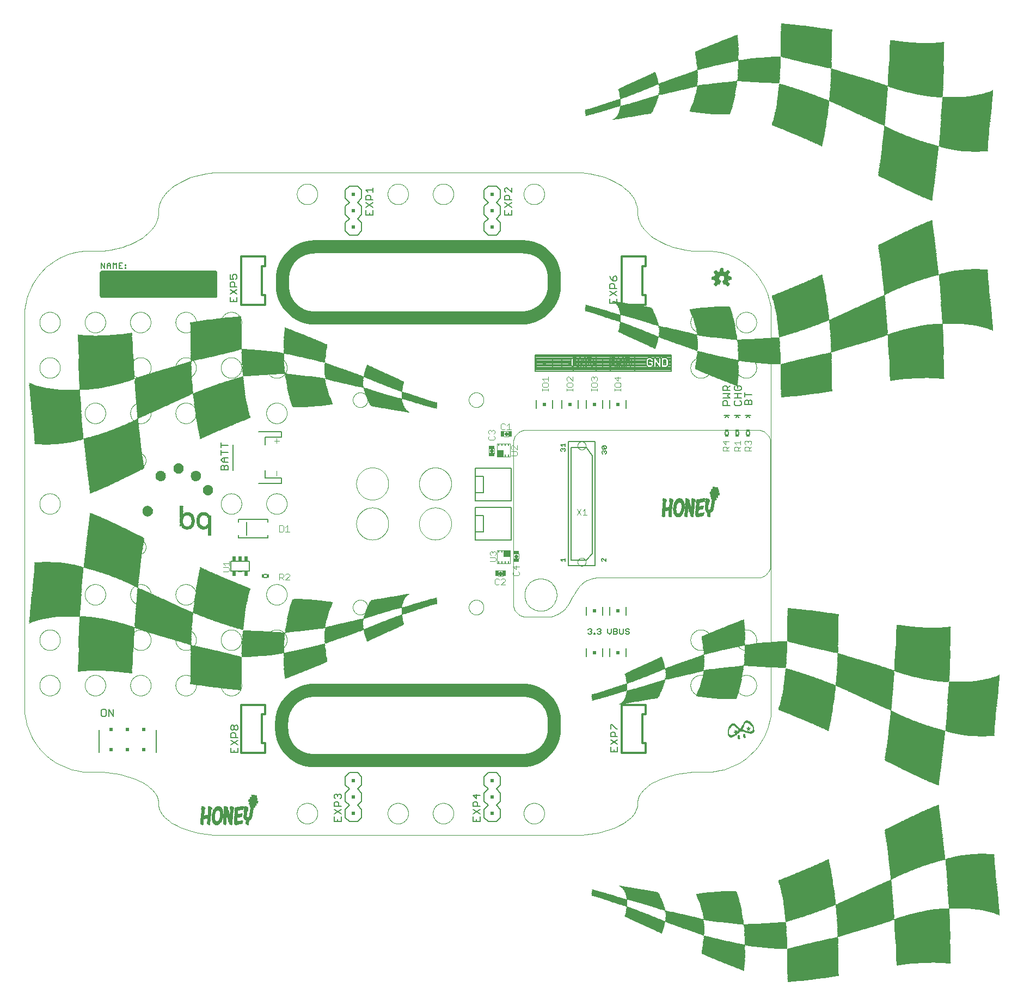
<source format=gto>
G75*
%MOIN*%
%OFA0B0*%
%FSLAX25Y25*%
%IPPOS*%
%LPD*%
%AMOC8*
5,1,8,0,0,1.08239X$1,22.5*
%
%ADD10C,0.00394*%
%ADD11C,0.00000*%
%ADD12C,0.00600*%
%ADD13C,0.02400*%
%ADD14C,0.08000*%
%ADD15C,0.01000*%
%ADD16C,0.00800*%
%ADD17C,0.00500*%
%ADD18C,0.00300*%
%ADD19R,0.01969X0.02559*%
%ADD20C,0.00400*%
%ADD21R,0.02362X0.01181*%
%ADD22R,0.01181X0.02362*%
%ADD23R,0.00984X0.01181*%
%ADD24R,0.03937X0.03937*%
%ADD25C,0.02200*%
%ADD26R,0.01969X0.03740*%
%ADD27R,0.03740X0.01969*%
%ADD28C,0.01200*%
%ADD29R,0.02000X0.02000*%
%ADD30R,0.00560X0.00080*%
%ADD31R,0.01280X0.00080*%
%ADD32R,0.00640X0.00080*%
%ADD33R,0.00560X0.00080*%
%ADD34R,0.00800X0.00080*%
%ADD35R,0.00880X0.00080*%
%ADD36R,0.01760X0.00080*%
%ADD37R,0.00880X0.00080*%
%ADD38R,0.01120X0.00080*%
%ADD39R,0.01040X0.00080*%
%ADD40R,0.01040X0.00080*%
%ADD41R,0.02160X0.00080*%
%ADD42R,0.01600X0.00080*%
%ADD43R,0.01200X0.00080*%
%ADD44R,0.02480X0.00080*%
%ADD45R,0.02080X0.00080*%
%ADD46R,0.01360X0.00080*%
%ADD47R,0.02720X0.00080*%
%ADD48R,0.01280X0.00080*%
%ADD49R,0.02560X0.00080*%
%ADD50R,0.01360X0.00080*%
%ADD51R,0.01440X0.00080*%
%ADD52R,0.01440X0.00080*%
%ADD53R,0.02960X0.00080*%
%ADD54R,0.02880X0.00080*%
%ADD55R,0.01520X0.00080*%
%ADD56R,0.03200X0.00080*%
%ADD57R,0.03360X0.00080*%
%ADD58R,0.01520X0.00080*%
%ADD59R,0.01680X0.00080*%
%ADD60R,0.01680X0.00080*%
%ADD61R,0.03760X0.00080*%
%ADD62R,0.01760X0.00080*%
%ADD63R,0.01680X0.00080*%
%ADD64R,0.03520X0.00080*%
%ADD65R,0.01680X0.00080*%
%ADD66R,0.04160X0.00080*%
%ADD67R,0.01760X0.00080*%
%ADD68R,0.03680X0.00080*%
%ADD69R,0.01840X0.00080*%
%ADD70R,0.04560X0.00080*%
%ADD71R,0.01840X0.00080*%
%ADD72R,0.03840X0.00080*%
%ADD73R,0.04880X0.00080*%
%ADD74R,0.04000X0.00080*%
%ADD75R,0.01920X0.00080*%
%ADD76R,0.04960X0.00080*%
%ADD77R,0.04160X0.00080*%
%ADD78R,0.05120X0.00080*%
%ADD79R,0.04240X0.00080*%
%ADD80R,0.01920X0.00080*%
%ADD81R,0.05120X0.00080*%
%ADD82R,0.04400X0.00080*%
%ADD83R,0.02000X0.00080*%
%ADD84R,0.04560X0.00080*%
%ADD85R,0.02000X0.00080*%
%ADD86R,0.05280X0.00080*%
%ADD87R,0.04640X0.00080*%
%ADD88R,0.05280X0.00080*%
%ADD89R,0.04720X0.00080*%
%ADD90R,0.02160X0.00080*%
%ADD91R,0.01920X0.00080*%
%ADD92R,0.04800X0.00080*%
%ADD93R,0.02160X0.00080*%
%ADD94R,0.05360X0.00080*%
%ADD95R,0.01920X0.00080*%
%ADD96R,0.05440X0.00080*%
%ADD97R,0.04960X0.00080*%
%ADD98R,0.02240X0.00080*%
%ADD99R,0.05440X0.00080*%
%ADD100R,0.02240X0.00080*%
%ADD101R,0.05200X0.00080*%
%ADD102R,0.01840X0.00080*%
%ADD103R,0.02320X0.00080*%
%ADD104R,0.05520X0.00080*%
%ADD105R,0.05360X0.00080*%
%ADD106R,0.02320X0.00080*%
%ADD107R,0.05520X0.00080*%
%ADD108R,0.05520X0.00080*%
%ADD109R,0.02480X0.00080*%
%ADD110R,0.02400X0.00080*%
%ADD111R,0.02480X0.00080*%
%ADD112R,0.02320X0.00080*%
%ADD113R,0.02400X0.00080*%
%ADD114R,0.02880X0.00080*%
%ADD115R,0.02240X0.00080*%
%ADD116R,0.02560X0.00080*%
%ADD117R,0.02160X0.00080*%
%ADD118R,0.02560X0.00080*%
%ADD119R,0.02080X0.00080*%
%ADD120R,0.02640X0.00080*%
%ADD121R,0.00960X0.00080*%
%ADD122R,0.02640X0.00080*%
%ADD123R,0.00480X0.00080*%
%ADD124R,0.02080X0.00080*%
%ADD125R,0.02800X0.00080*%
%ADD126R,0.02800X0.00080*%
%ADD127R,0.03040X0.00080*%
%ADD128R,0.02080X0.00080*%
%ADD129R,0.02880X0.00080*%
%ADD130R,0.03440X0.00080*%
%ADD131R,0.02960X0.00080*%
%ADD132R,0.03600X0.00080*%
%ADD133R,0.03920X0.00080*%
%ADD134R,0.03120X0.00080*%
%ADD135R,0.04080X0.00080*%
%ADD136R,0.03120X0.00080*%
%ADD137R,0.04240X0.00080*%
%ADD138R,0.02320X0.00080*%
%ADD139R,0.04320X0.00080*%
%ADD140R,0.03200X0.00080*%
%ADD141R,0.04480X0.00080*%
%ADD142R,0.03360X0.00080*%
%ADD143R,0.03760X0.00080*%
%ADD144R,0.03280X0.00080*%
%ADD145R,0.04640X0.00080*%
%ADD146R,0.06080X0.00080*%
%ADD147R,0.03280X0.00080*%
%ADD148R,0.04800X0.00080*%
%ADD149R,0.06080X0.00080*%
%ADD150R,0.03360X0.00080*%
%ADD151R,0.06160X0.00080*%
%ADD152R,0.03440X0.00080*%
%ADD153R,0.06160X0.00080*%
%ADD154R,0.05040X0.00080*%
%ADD155R,0.05040X0.00080*%
%ADD156R,0.03520X0.00080*%
%ADD157R,0.01840X0.00080*%
%ADD158R,0.03600X0.00080*%
%ADD159R,0.04000X0.00080*%
%ADD160R,0.06240X0.00080*%
%ADD161R,0.05840X0.00080*%
%ADD162R,0.06240X0.00080*%
%ADD163R,0.05840X0.00080*%
%ADD164R,0.06160X0.00080*%
%ADD165R,0.06160X0.00080*%
%ADD166R,0.04880X0.00080*%
%ADD167R,0.05920X0.00080*%
%ADD168R,0.03520X0.00080*%
%ADD169R,0.05920X0.00080*%
%ADD170R,0.03120X0.00080*%
%ADD171R,0.05040X0.00080*%
%ADD172R,0.03680X0.00080*%
%ADD173R,0.01040X0.00080*%
%ADD174R,0.00480X0.00080*%
%ADD175R,0.03520X0.00080*%
%ADD176R,0.02240X0.00080*%
%ADD177R,0.03280X0.00080*%
%ADD178R,0.03280X0.00080*%
%ADD179R,0.03040X0.00080*%
%ADD180R,0.02880X0.00080*%
%ADD181R,0.02720X0.00080*%
%ADD182R,0.05920X0.00080*%
%ADD183R,0.05760X0.00080*%
%ADD184R,0.05760X0.00080*%
%ADD185R,0.03840X0.00080*%
%ADD186R,0.05680X0.00080*%
%ADD187R,0.04160X0.00080*%
%ADD188R,0.05600X0.00080*%
%ADD189R,0.04560X0.00080*%
%ADD190R,0.04880X0.00080*%
%ADD191R,0.02720X0.00080*%
%ADD192R,0.05120X0.00080*%
%ADD193R,0.05360X0.00080*%
%ADD194R,0.02480X0.00080*%
%ADD195R,0.05360X0.00080*%
%ADD196R,0.04400X0.00080*%
%ADD197R,0.04240X0.00080*%
%ADD198R,0.02960X0.00080*%
%ADD199R,0.03680X0.00080*%
%ADD200R,0.01760X0.00080*%
%ADD201R,0.01600X0.00080*%
%ADD202R,0.01520X0.00080*%
%ADD203R,0.01440X0.00080*%
%ADD204R,0.01120X0.00080*%
%ADD205R,0.01280X0.00080*%
%ADD206R,0.00960X0.00080*%
%ADD207R,0.01200X0.00080*%
%ADD208R,0.00560X0.00080*%
%ADD209R,0.00480X0.00080*%
%ADD210R,0.00560X0.00080*%
%ADD211R,0.00720X0.00080*%
%ADD212R,0.00640X0.00080*%
%ADD213R,0.01120X0.00080*%
%ADD214R,0.04080X0.00080*%
%ADD215R,0.04480X0.00080*%
%ADD216R,0.04480X0.00080*%
%ADD217R,0.03920X0.00080*%
%ADD218R,0.00880X0.00080*%
%ADD219R,0.00160X0.00080*%
%ADD220R,0.05120X0.00080*%
%ADD221R,0.05680X0.00080*%
%ADD222R,0.05920X0.00080*%
%ADD223R,0.05760X0.00080*%
%ADD224R,0.05200X0.00080*%
%ADD225R,0.04240X0.00080*%
%ADD226R,0.00720X0.00080*%
%ADD227R,0.04320X0.00080*%
%ADD228R,0.04560X0.00080*%
%ADD229R,0.04480X0.00080*%
%ADD230R,0.00480X0.00080*%
%ADD231R,0.02640X0.00080*%
%ADD232R,0.03440X0.00080*%
%ADD233R,0.01280X0.00080*%
%ADD234R,0.00720X0.00080*%
%ADD235C,0.00591*%
%ADD236R,0.01900X0.00100*%
%ADD237R,0.02000X0.00100*%
%ADD238R,0.00100X0.00100*%
%ADD239R,0.01500X0.00100*%
%ADD240R,0.01200X0.00100*%
%ADD241R,0.02600X0.00100*%
%ADD242R,0.02300X0.00100*%
%ADD243R,0.03200X0.00100*%
%ADD244R,0.02800X0.00100*%
%ADD245R,0.03800X0.00100*%
%ADD246R,0.03400X0.00100*%
%ADD247R,0.04100X0.00100*%
%ADD248R,0.04500X0.00100*%
%ADD249R,0.04800X0.00100*%
%ADD250R,0.05100X0.00100*%
%ADD251R,0.04900X0.00100*%
%ADD252R,0.05400X0.00100*%
%ADD253R,0.05700X0.00100*%
%ADD254R,0.05300X0.00100*%
%ADD255R,0.05800X0.00100*%
%ADD256R,0.05500X0.00100*%
%ADD257R,0.06000X0.00100*%
%ADD258R,0.07600X0.00100*%
%ADD259R,0.06300X0.00100*%
%ADD260R,0.07700X0.00100*%
%ADD261R,0.06400X0.00100*%
%ADD262R,0.07800X0.00100*%
%ADD263R,0.06600X0.00100*%
%ADD264R,0.07900X0.00100*%
%ADD265R,0.06900X0.00100*%
%ADD266R,0.08000X0.00100*%
%ADD267R,0.06800X0.00100*%
%ADD268R,0.03100X0.00100*%
%ADD269R,0.02900X0.00100*%
%ADD270R,0.03600X0.00100*%
%ADD271R,0.02500X0.00100*%
%ADD272R,0.02700X0.00100*%
%ADD273R,0.03000X0.00100*%
%ADD274R,0.02400X0.00100*%
%ADD275R,0.02200X0.00100*%
%ADD276R,0.02100X0.00100*%
%ADD277R,0.01800X0.00100*%
%ADD278R,0.01700X0.00100*%
%ADD279R,0.00400X0.00100*%
%ADD280R,0.00200X0.00100*%
%ADD281R,0.03500X0.00100*%
%ADD282R,0.03700X0.00100*%
%ADD283R,0.04300X0.00100*%
%ADD284R,0.03900X0.00100*%
%ADD285R,0.04200X0.00100*%
%ADD286R,0.04400X0.00100*%
%ADD287R,0.06500X0.00100*%
%ADD288R,0.04600X0.00100*%
%ADD289R,0.06100X0.00100*%
%ADD290R,0.05200X0.00100*%
%ADD291R,0.05600X0.00100*%
%ADD292R,0.04700X0.00100*%
%ADD293R,0.04000X0.00100*%
%ADD294R,0.05900X0.00100*%
%ADD295R,0.06200X0.00100*%
%ADD296R,0.00700X0.00100*%
%ADD297R,0.01300X0.00100*%
%ADD298R,0.03300X0.00100*%
%ADD299R,0.05000X0.00100*%
%ADD300R,0.01000X0.00100*%
%ADD301R,0.00900X0.00100*%
%ADD302R,0.01100X0.00100*%
%ADD303R,0.01600X0.00100*%
%ADD304R,0.00300X0.00060*%
%ADD305R,0.00540X0.00060*%
%ADD306R,0.00720X0.00060*%
%ADD307R,0.00840X0.00060*%
%ADD308R,0.00960X0.00060*%
%ADD309R,0.01020X0.00060*%
%ADD310R,0.01080X0.00060*%
%ADD311R,0.01140X0.00060*%
%ADD312R,0.01200X0.00060*%
%ADD313R,0.01260X0.00060*%
%ADD314R,0.01260X0.00060*%
%ADD315R,0.01320X0.00060*%
%ADD316R,0.00420X0.00060*%
%ADD317R,0.01380X0.00060*%
%ADD318R,0.00600X0.00060*%
%ADD319R,0.01440X0.00060*%
%ADD320R,0.00780X0.00060*%
%ADD321R,0.01440X0.00060*%
%ADD322R,0.00900X0.00060*%
%ADD323R,0.00960X0.00060*%
%ADD324R,0.01020X0.00060*%
%ADD325R,0.01020X0.00060*%
%ADD326R,0.01200X0.00060*%
%ADD327R,0.01800X0.00060*%
%ADD328R,0.02100X0.00060*%
%ADD329R,0.02340X0.00060*%
%ADD330R,0.01380X0.00060*%
%ADD331R,0.02580X0.00060*%
%ADD332R,0.02760X0.00060*%
%ADD333R,0.01380X0.00060*%
%ADD334R,0.01380X0.00060*%
%ADD335R,0.02940X0.00060*%
%ADD336R,0.01320X0.00060*%
%ADD337R,0.03120X0.00060*%
%ADD338R,0.03300X0.00060*%
%ADD339R,0.03480X0.00060*%
%ADD340R,0.03660X0.00060*%
%ADD341R,0.01140X0.00060*%
%ADD342R,0.03780X0.00060*%
%ADD343R,0.03900X0.00060*%
%ADD344R,0.04080X0.00060*%
%ADD345R,0.00900X0.00060*%
%ADD346R,0.04140X0.00060*%
%ADD347R,0.04320X0.00060*%
%ADD348R,0.00660X0.00060*%
%ADD349R,0.01680X0.00060*%
%ADD350R,0.02400X0.00060*%
%ADD351R,0.00480X0.00060*%
%ADD352R,0.02160X0.00060*%
%ADD353R,0.00120X0.00060*%
%ADD354R,0.01980X0.00060*%
%ADD355R,0.01260X0.00060*%
%ADD356R,0.01920X0.00060*%
%ADD357R,0.01140X0.00060*%
%ADD358R,0.01860X0.00060*%
%ADD359R,0.01860X0.00060*%
%ADD360R,0.01080X0.00060*%
%ADD361R,0.01740X0.00060*%
%ADD362R,0.00960X0.00060*%
%ADD363R,0.01680X0.00060*%
%ADD364R,0.01620X0.00060*%
%ADD365R,0.00780X0.00060*%
%ADD366R,0.01620X0.00060*%
%ADD367R,0.00660X0.00060*%
%ADD368R,0.00420X0.00060*%
%ADD369R,0.01560X0.00060*%
%ADD370R,0.01560X0.00060*%
%ADD371R,0.01500X0.00060*%
%ADD372R,0.01560X0.00060*%
%ADD373R,0.00840X0.00060*%
%ADD374R,0.01620X0.00060*%
%ADD375R,0.00840X0.00060*%
%ADD376R,0.01920X0.00060*%
%ADD377R,0.00780X0.00060*%
%ADD378R,0.02040X0.00060*%
%ADD379R,0.02460X0.00060*%
%ADD380R,0.02880X0.00060*%
%ADD381R,0.02220X0.00060*%
%ADD382R,0.03240X0.00060*%
%ADD383R,0.02340X0.00060*%
%ADD384R,0.03600X0.00060*%
%ADD385R,0.02580X0.00060*%
%ADD386R,0.00780X0.00060*%
%ADD387R,0.04200X0.00060*%
%ADD388R,0.03000X0.00060*%
%ADD389R,0.04500X0.00060*%
%ADD390R,0.03240X0.00060*%
%ADD391R,0.04740X0.00060*%
%ADD392R,0.03420X0.00060*%
%ADD393R,0.04980X0.00060*%
%ADD394R,0.03360X0.00060*%
%ADD395R,0.05160X0.00060*%
%ADD396R,0.05400X0.00060*%
%ADD397R,0.05640X0.00060*%
%ADD398R,0.05820X0.00060*%
%ADD399R,0.06000X0.00060*%
%ADD400R,0.06180X0.00060*%
%ADD401R,0.03480X0.00060*%
%ADD402R,0.02280X0.00060*%
%ADD403R,0.03060X0.00060*%
%ADD404R,0.01740X0.00060*%
%ADD405R,0.02760X0.00060*%
%ADD406R,0.02700X0.00060*%
%ADD407R,0.05280X0.00060*%
%ADD408R,0.00660X0.00060*%
%ADD409R,0.00240X0.00060*%
%ADD410R,0.04260X0.00060*%
%ADD411R,0.00420X0.00060*%
%ADD412R,0.00060X0.00060*%
%ADD413R,0.04080X0.00060*%
%ADD414R,0.01080X0.00060*%
%ADD415R,0.00300X0.00060*%
%ADD416R,0.03840X0.00060*%
%ADD417R,0.00060X0.00060*%
%ADD418R,0.00240X0.00060*%
%ADD419R,0.03720X0.00060*%
%ADD420R,0.00180X0.00060*%
%ADD421R,0.03540X0.00060*%
%ADD422R,0.03360X0.00060*%
%ADD423R,0.00360X0.00060*%
%ADD424R,0.03240X0.00060*%
%ADD425R,0.00420X0.00060*%
%ADD426R,0.03120X0.00060*%
%ADD427R,0.02880X0.00060*%
%ADD428R,0.02880X0.00060*%
%ADD429R,0.02820X0.00060*%
%ADD430R,0.02820X0.00060*%
%ADD431R,0.02820X0.00060*%
%ADD432R,0.03060X0.00060*%
%ADD433R,0.00720X0.00060*%
%ADD434R,0.03120X0.00060*%
%ADD435R,0.01920X0.00060*%
%ADD436R,0.00720X0.00060*%
%ADD437R,0.03180X0.00060*%
%ADD438R,0.02040X0.00060*%
%ADD439R,0.02280X0.00060*%
%ADD440R,0.00960X0.00060*%
%ADD441R,0.02460X0.00060*%
%ADD442R,0.01020X0.00060*%
%ADD443R,0.00720X0.00060*%
%ADD444R,0.01080X0.00060*%
%ADD445R,0.00360X0.00060*%
%ADD446R,0.01140X0.00060*%
%ADD447R,0.01260X0.00060*%
%ADD448R,0.01680X0.00060*%
%ADD449R,0.01740X0.00060*%
%ADD450R,0.02940X0.00060*%
%ADD451R,0.02520X0.00060*%
%ADD452R,0.01320X0.00060*%
%ADD453R,0.01500X0.00060*%
%ADD454R,0.01860X0.00060*%
%ADD455R,0.02160X0.00060*%
%ADD456R,0.04020X0.00060*%
%ADD457R,0.03960X0.00060*%
%ADD458R,0.03720X0.00060*%
%ADD459R,0.03660X0.00060*%
%ADD460R,0.02940X0.00060*%
%ADD461R,0.02640X0.00060*%
%ADD462R,0.02520X0.00060*%
%ADD463R,0.02340X0.00060*%
%ADD464R,0.02250X0.00150*%
%ADD465R,0.04050X0.00150*%
%ADD466R,0.05550X0.00150*%
%ADD467R,0.07050X0.00150*%
%ADD468R,0.08550X0.00150*%
%ADD469R,0.09900X0.00150*%
%ADD470R,0.11250X0.00150*%
%ADD471R,0.12600X0.00150*%
%ADD472R,0.13800X0.00150*%
%ADD473R,0.15150X0.00150*%
%ADD474R,0.16350X0.00150*%
%ADD475R,0.17550X0.00150*%
%ADD476R,0.18750X0.00150*%
%ADD477R,0.19950X0.00150*%
%ADD478R,0.21000X0.00150*%
%ADD479R,0.22200X0.00150*%
%ADD480R,0.23250X0.00150*%
%ADD481R,0.24300X0.00150*%
%ADD482R,0.25350X0.00150*%
%ADD483R,0.26400X0.00150*%
%ADD484R,0.27450X0.00150*%
%ADD485R,0.28350X0.00150*%
%ADD486R,0.29250X0.00150*%
%ADD487R,0.30150X0.00150*%
%ADD488R,0.31050X0.00150*%
%ADD489R,0.31200X0.00150*%
%ADD490R,0.00150X0.00150*%
%ADD491R,0.00450X0.00150*%
%ADD492R,0.00900X0.00150*%
%ADD493R,0.01350X0.00150*%
%ADD494R,0.01800X0.00150*%
%ADD495R,0.02550X0.00150*%
%ADD496R,0.03000X0.00150*%
%ADD497R,0.03450X0.00150*%
%ADD498R,0.03750X0.00150*%
%ADD499R,0.04200X0.00150*%
%ADD500R,0.04500X0.00150*%
%ADD501R,0.04950X0.00150*%
%ADD502R,0.05400X0.00150*%
%ADD503R,0.05850X0.00150*%
%ADD504R,0.06150X0.00150*%
%ADD505R,0.06600X0.00150*%
%ADD506R,0.06900X0.00150*%
%ADD507R,0.07350X0.00150*%
%ADD508R,0.07800X0.00150*%
%ADD509R,0.08100X0.00150*%
%ADD510R,0.00750X0.00150*%
%ADD511R,0.08850X0.00150*%
%ADD512R,0.01950X0.00150*%
%ADD513R,0.09450X0.00150*%
%ADD514R,0.09750X0.00150*%
%ADD515R,0.10200X0.00150*%
%ADD516R,0.10500X0.00150*%
%ADD517R,0.10950X0.00150*%
%ADD518R,0.00300X0.00150*%
%ADD519R,0.09600X0.00150*%
%ADD520R,0.11700X0.00150*%
%ADD521R,0.01500X0.00150*%
%ADD522R,0.11400X0.00150*%
%ADD523R,0.12000X0.00150*%
%ADD524R,0.13500X0.00150*%
%ADD525R,0.12450X0.00150*%
%ADD526R,0.05100X0.00150*%
%ADD527R,0.16200X0.00150*%
%ADD528R,0.12750X0.00150*%
%ADD529R,0.21300X0.00150*%
%ADD530R,0.13200X0.00150*%
%ADD531R,0.33000X0.00150*%
%ADD532R,0.14100X0.00150*%
%ADD533R,0.14400X0.00150*%
%ADD534R,0.14850X0.00150*%
%ADD535R,0.15600X0.00150*%
%ADD536R,0.33150X0.00150*%
%ADD537R,0.15900X0.00150*%
%ADD538R,0.16650X0.00150*%
%ADD539R,0.17100X0.00150*%
%ADD540R,0.17400X0.00150*%
%ADD541R,0.17850X0.00150*%
%ADD542R,0.18150X0.00150*%
%ADD543R,0.18600X0.00150*%
%ADD544R,0.18900X0.00150*%
%ADD545R,0.19200X0.00150*%
%ADD546R,0.19650X0.00150*%
%ADD547R,0.20100X0.00150*%
%ADD548R,0.20550X0.00150*%
%ADD549R,0.20850X0.00150*%
%ADD550R,0.21150X0.00150*%
%ADD551R,0.21600X0.00150*%
%ADD552R,0.31350X0.00150*%
%ADD553R,0.21900X0.00150*%
%ADD554R,0.33300X0.00150*%
%ADD555R,0.22350X0.00150*%
%ADD556R,0.22650X0.00150*%
%ADD557R,0.22950X0.00150*%
%ADD558R,0.23400X0.00150*%
%ADD559R,0.23700X0.00150*%
%ADD560R,0.24000X0.00150*%
%ADD561R,0.24450X0.00150*%
%ADD562R,0.24750X0.00150*%
%ADD563R,0.25050X0.00150*%
%ADD564R,0.25650X0.00150*%
%ADD565R,0.26100X0.00150*%
%ADD566R,0.26700X0.00150*%
%ADD567R,0.33450X0.00150*%
%ADD568R,0.26550X0.00150*%
%ADD569R,0.31500X0.00150*%
%ADD570R,0.26250X0.00150*%
%ADD571R,0.31650X0.00150*%
%ADD572R,0.30900X0.00150*%
%ADD573R,0.03300X0.00150*%
%ADD574R,0.30300X0.00150*%
%ADD575R,0.29850X0.00150*%
%ADD576R,0.28650X0.00150*%
%ADD577R,0.28050X0.00150*%
%ADD578R,0.15450X0.00150*%
%ADD579R,0.26850X0.00150*%
%ADD580R,0.16950X0.00150*%
%ADD581R,0.18450X0.00150*%
%ADD582R,0.25950X0.00150*%
%ADD583R,0.23850X0.00150*%
%ADD584R,0.22800X0.00150*%
%ADD585R,0.22050X0.00150*%
%ADD586R,0.21450X0.00150*%
%ADD587R,0.25800X0.00150*%
%ADD588R,0.25200X0.00150*%
%ADD589R,0.20250X0.00150*%
%ADD590R,0.19500X0.00150*%
%ADD591R,0.23550X0.00150*%
%ADD592R,0.33600X0.00150*%
%ADD593R,0.18300X0.00150*%
%ADD594R,0.17700X0.00150*%
%ADD595R,0.20400X0.00150*%
%ADD596R,0.15750X0.00150*%
%ADD597R,0.19050X0.00150*%
%ADD598R,0.11850X0.00150*%
%ADD599R,0.11100X0.00150*%
%ADD600R,0.10350X0.00150*%
%ADD601R,0.12900X0.00150*%
%ADD602R,0.09000X0.00150*%
%ADD603R,0.12150X0.00150*%
%ADD604R,0.08400X0.00150*%
%ADD605R,0.11550X0.00150*%
%ADD606R,0.07650X0.00150*%
%ADD607R,0.10800X0.00150*%
%ADD608R,0.33750X0.00150*%
%ADD609R,0.06300X0.00150*%
%ADD610R,0.05700X0.00150*%
%ADD611R,0.04350X0.00150*%
%ADD612R,0.07500X0.00150*%
%ADD613R,0.03600X0.00150*%
%ADD614R,0.01650X0.00150*%
%ADD615R,0.00600X0.00150*%
%ADD616R,0.01050X0.00150*%
%ADD617R,0.02400X0.00150*%
%ADD618R,0.01200X0.00150*%
%ADD619R,0.02850X0.00150*%
%ADD620R,0.33900X0.00150*%
%ADD621R,0.04800X0.00150*%
%ADD622R,0.05250X0.00150*%
%ADD623R,0.02100X0.00150*%
%ADD624R,0.06750X0.00150*%
%ADD625R,0.07200X0.00150*%
%ADD626R,0.08250X0.00150*%
%ADD627R,0.04650X0.00150*%
%ADD628R,0.08700X0.00150*%
%ADD629R,0.09300X0.00150*%
%ADD630R,0.02700X0.00150*%
%ADD631R,0.03150X0.00150*%
%ADD632R,0.07950X0.00150*%
%ADD633R,0.13050X0.00150*%
%ADD634R,0.14550X0.00150*%
%ADD635R,0.15000X0.00150*%
%ADD636R,0.06000X0.00150*%
%ADD637R,0.16050X0.00150*%
%ADD638R,0.06450X0.00150*%
%ADD639R,0.13350X0.00150*%
%ADD640R,0.34050X0.00150*%
%ADD641R,0.09150X0.00150*%
%ADD642R,0.20700X0.00150*%
%ADD643R,0.21750X0.00150*%
%ADD644R,0.18000X0.00150*%
%ADD645R,0.12300X0.00150*%
%ADD646R,0.27150X0.00150*%
%ADD647R,0.27600X0.00150*%
%ADD648R,0.28200X0.00150*%
%ADD649R,0.15300X0.00150*%
%ADD650R,0.29100X0.00150*%
%ADD651R,0.29550X0.00150*%
%ADD652R,0.30000X0.00150*%
%ADD653R,0.22500X0.00150*%
%ADD654R,0.16800X0.00150*%
%ADD655R,0.30450X0.00150*%
%ADD656R,0.13650X0.00150*%
%ADD657R,0.31950X0.00150*%
%ADD658R,0.32400X0.00150*%
%ADD659R,0.32700X0.00150*%
%ADD660R,0.34200X0.00150*%
%ADD661R,0.34500X0.00150*%
%ADD662R,0.24150X0.00150*%
%ADD663R,0.69000X0.00150*%
%ADD664R,0.47550X0.00150*%
%ADD665R,0.34950X0.00150*%
%ADD666R,0.19800X0.00150*%
%ADD667R,0.35100X0.00150*%
%ADD668R,0.30600X0.00150*%
%ADD669R,0.17250X0.00150*%
%ADD670R,0.14700X0.00150*%
%ADD671R,0.16500X0.00150*%
%ADD672R,0.13950X0.00150*%
%ADD673R,0.10050X0.00150*%
%ADD674R,0.35250X0.00150*%
%ADD675R,0.24600X0.00150*%
%ADD676R,0.24900X0.00150*%
%ADD677R,0.03900X0.00150*%
%ADD678R,0.27000X0.00150*%
%ADD679R,0.27750X0.00150*%
%ADD680R,0.28950X0.00150*%
%ADD681R,0.10650X0.00150*%
%ADD682R,0.32100X0.00150*%
%ADD683R,0.30750X0.00150*%
%ADD684R,0.32250X0.00150*%
%ADD685R,0.29700X0.00150*%
%ADD686R,0.29400X0.00150*%
%ADD687R,0.19350X0.00150*%
%ADD688R,0.27900X0.00150*%
%ADD689R,0.27300X0.00150*%
%ADD690R,0.32550X0.00150*%
%ADD691R,0.32850X0.00150*%
%ADD692R,0.31800X0.00150*%
%ADD693R,0.28500X0.00150*%
%ADD694R,0.25500X0.00150*%
%ADD695R,0.23100X0.00150*%
%ADD696R,0.14250X0.00150*%
%ADD697R,0.34350X0.00150*%
%ADD698R,0.64800X0.00150*%
%ADD699R,0.34650X0.00150*%
%ADD700R,0.28800X0.00150*%
%ADD701R,0.34800X0.00150*%
D10*
X0090927Y0100557D02*
X0092345Y0099525D01*
X0093764Y0098493D01*
X0095379Y0097530D01*
X0097163Y0096651D01*
X0098947Y0095772D01*
X0100900Y0094977D01*
X0102995Y0094278D01*
X0105091Y0093579D01*
X0107328Y0092976D01*
X0109681Y0092484D01*
X0112034Y0091991D01*
X0114502Y0091609D01*
X0117059Y0091349D01*
X0119616Y0091089D01*
X0122261Y0090953D01*
X0342231Y0090953D01*
X0344876Y0091089D01*
X0347432Y0091349D01*
X0349989Y0091609D01*
X0352458Y0091991D01*
X0354811Y0092484D01*
X0357163Y0092976D01*
X0359401Y0093579D01*
X0361496Y0094278D01*
X0363592Y0094977D01*
X0365545Y0095772D01*
X0367329Y0096651D01*
X0369113Y0097530D01*
X0370728Y0098493D01*
X0372146Y0099525D01*
X0373565Y0100557D01*
X0374788Y0101660D01*
X0376787Y0103978D01*
X0377564Y0105195D01*
X0378090Y0106454D01*
X0378617Y0107714D01*
X0378894Y0109017D01*
X0378894Y0111685D01*
X0379171Y0112988D01*
X0379697Y0114248D01*
X0380224Y0115507D01*
X0381001Y0116724D01*
X0383000Y0119042D01*
X0384223Y0120145D01*
X0385641Y0121177D01*
X0387060Y0122209D01*
X0388675Y0123172D01*
X0390459Y0124051D01*
X0392243Y0124930D01*
X0394196Y0125725D01*
X0396291Y0126424D01*
X0398387Y0127123D01*
X0400624Y0127726D01*
X0402977Y0128218D01*
X0405330Y0128711D01*
X0407799Y0129093D01*
X0410355Y0129353D01*
X0412912Y0129613D01*
X0415557Y0129749D01*
X0424090Y0129749D01*
X0426735Y0130026D01*
X0429292Y0130552D01*
X0431848Y0131079D01*
X0434317Y0131856D01*
X0436670Y0132855D01*
X0439023Y0133855D01*
X0441260Y0135078D01*
X0443356Y0136496D01*
X0445451Y0137915D01*
X0447404Y0139530D01*
X0450972Y0143098D01*
X0452587Y0145051D01*
X0454005Y0147146D01*
X0455424Y0149242D01*
X0456647Y0151479D01*
X0458646Y0156185D01*
X0459423Y0158654D01*
X0459949Y0161210D01*
X0460476Y0163767D01*
X0460753Y0166412D01*
X0460753Y0411987D01*
X0460476Y0414632D01*
X0459949Y0417189D01*
X0459423Y0419746D01*
X0458646Y0422214D01*
X0456647Y0426920D01*
X0455424Y0429157D01*
X0454005Y0431253D01*
X0452587Y0433348D01*
X0450972Y0435301D01*
X0447404Y0438869D01*
X0445451Y0440484D01*
X0443356Y0441903D01*
X0441260Y0443321D01*
X0439023Y0444544D01*
X0434317Y0446543D01*
X0431848Y0447320D01*
X0429292Y0447847D01*
X0426735Y0448373D01*
X0424090Y0448650D01*
X0415557Y0448650D01*
X0412912Y0448819D01*
X0410355Y0449141D01*
X0407799Y0449463D01*
X0405330Y0449937D01*
X0400624Y0451159D01*
X0398387Y0451906D01*
X0396291Y0452773D01*
X0394196Y0453639D01*
X0392243Y0454626D01*
X0390459Y0455716D01*
X0388675Y0456806D01*
X0387060Y0457999D01*
X0385641Y0459279D01*
X0384223Y0460559D01*
X0383000Y0461927D01*
X0381001Y0464802D01*
X0380224Y0466310D01*
X0379697Y0467872D01*
X0379171Y0469434D01*
X0378894Y0471050D01*
X0378894Y0474357D01*
X0378617Y0475973D01*
X0378090Y0477535D01*
X0377564Y0479097D01*
X0376787Y0480605D01*
X0374788Y0483481D01*
X0373565Y0484848D01*
X0372146Y0486128D01*
X0370728Y0487408D01*
X0369113Y0488601D01*
X0367329Y0489691D01*
X0365545Y0490781D01*
X0363592Y0491768D01*
X0361496Y0492635D01*
X0359401Y0493501D01*
X0357163Y0494248D01*
X0352458Y0495470D01*
X0349989Y0495944D01*
X0347432Y0496266D01*
X0344876Y0496588D01*
X0342231Y0496757D01*
X0122261Y0496757D01*
X0119616Y0496588D01*
X0117059Y0496266D01*
X0114502Y0495944D01*
X0112034Y0495470D01*
X0107328Y0494248D01*
X0105091Y0493501D01*
X0102995Y0492635D01*
X0100900Y0491768D01*
X0098947Y0490781D01*
X0097163Y0489691D01*
X0095379Y0488601D01*
X0093764Y0487408D01*
X0092345Y0486128D01*
X0090927Y0484848D01*
X0089704Y0483481D01*
X0087705Y0480605D01*
X0086928Y0479097D01*
X0086401Y0477535D01*
X0085875Y0475973D01*
X0085598Y0474357D01*
X0085598Y0471050D01*
X0085321Y0469434D01*
X0084794Y0467872D01*
X0084267Y0466310D01*
X0083491Y0464802D01*
X0081492Y0461927D01*
X0080269Y0460559D01*
X0078850Y0459279D01*
X0077432Y0457999D01*
X0075817Y0456806D01*
X0074033Y0455716D01*
X0072249Y0454626D01*
X0070296Y0453639D01*
X0068200Y0452773D01*
X0066105Y0451906D01*
X0063867Y0451159D01*
X0059161Y0449937D01*
X0056693Y0449463D01*
X0054136Y0449141D01*
X0051580Y0448819D01*
X0048934Y0448650D01*
X0040402Y0448650D01*
X0037757Y0448373D01*
X0035200Y0447847D01*
X0032643Y0447320D01*
X0030175Y0446543D01*
X0025469Y0444544D01*
X0023231Y0443321D01*
X0021136Y0441903D01*
X0019041Y0440484D01*
X0017088Y0438869D01*
X0013520Y0435301D01*
X0011905Y0433348D01*
X0010486Y0431253D01*
X0009067Y0429157D01*
X0007845Y0426920D01*
X0005846Y0422214D01*
X0005069Y0419746D01*
X0004542Y0417189D01*
X0004016Y0414632D01*
X0003739Y0411987D01*
X0003739Y0166412D01*
X0004016Y0163767D01*
X0004542Y0161210D01*
X0005069Y0158654D01*
X0005846Y0156185D01*
X0007845Y0151479D01*
X0009067Y0149242D01*
X0010486Y0147146D01*
X0011905Y0145051D01*
X0013520Y0143098D01*
X0017088Y0139530D01*
X0019041Y0137915D01*
X0021136Y0136496D01*
X0023231Y0135078D01*
X0025469Y0133855D01*
X0027822Y0132855D01*
X0030175Y0131856D01*
X0032643Y0131079D01*
X0035200Y0130552D01*
X0037757Y0130026D01*
X0040402Y0129749D01*
X0048934Y0129749D01*
X0051580Y0129613D01*
X0054136Y0129353D01*
X0056693Y0129093D01*
X0059161Y0128711D01*
X0061514Y0128218D01*
X0063867Y0127726D01*
X0066105Y0127123D01*
X0068200Y0126424D01*
X0070296Y0125725D01*
X0072249Y0124930D01*
X0074033Y0124051D01*
X0075817Y0123172D01*
X0077432Y0122209D01*
X0078850Y0121177D01*
X0080269Y0120145D01*
X0081492Y0119042D01*
X0083491Y0116724D01*
X0084267Y0115507D01*
X0084794Y0114248D01*
X0085321Y0112988D01*
X0085598Y0111685D01*
X0085598Y0109017D01*
X0085875Y0107714D01*
X0086401Y0106454D01*
X0086928Y0105195D01*
X0087705Y0103978D01*
X0089704Y0101660D01*
X0090927Y0100557D01*
X0163542Y0147308D02*
X0162542Y0149661D01*
X0162154Y0150895D01*
X0161891Y0152173D01*
X0161627Y0153452D01*
X0161489Y0154774D01*
X0161489Y0161603D01*
X0161627Y0162926D01*
X0161891Y0164204D01*
X0162154Y0165483D01*
X0162542Y0166717D01*
X0163542Y0169070D01*
X0164153Y0170189D01*
X0164863Y0171236D01*
X0165572Y0172284D01*
X0166379Y0173260D01*
X0168163Y0175044D01*
X0169140Y0175852D01*
X0170188Y0176561D01*
X0171235Y0177271D01*
X0172354Y0177882D01*
X0174707Y0178881D01*
X0175941Y0179270D01*
X0177220Y0179533D01*
X0178498Y0179797D01*
X0179821Y0179935D01*
X0309576Y0179935D01*
X0310898Y0179797D01*
X0313455Y0179270D01*
X0314689Y0178881D01*
X0315866Y0178382D01*
X0317042Y0177882D01*
X0318161Y0177271D01*
X0319209Y0176561D01*
X0320256Y0175852D01*
X0321233Y0175044D01*
X0322125Y0174152D01*
X0323017Y0173260D01*
X0323824Y0172284D01*
X0325243Y0170189D01*
X0325854Y0169070D01*
X0326854Y0166717D01*
X0327242Y0165483D01*
X0327505Y0164204D01*
X0327769Y0162926D01*
X0327907Y0161603D01*
X0327907Y0154774D01*
X0327769Y0153452D01*
X0327505Y0152173D01*
X0327242Y0150895D01*
X0326854Y0149661D01*
X0325854Y0147308D01*
X0325243Y0146189D01*
X0324534Y0145141D01*
X0323824Y0144093D01*
X0323017Y0143117D01*
X0322125Y0142225D01*
X0321233Y0141333D01*
X0320256Y0140526D01*
X0319209Y0139816D01*
X0318161Y0139107D01*
X0317042Y0138496D01*
X0315866Y0137996D01*
X0314689Y0137496D01*
X0313455Y0137108D01*
X0312177Y0136844D01*
X0310898Y0136581D01*
X0309576Y0136442D01*
X0179821Y0136442D01*
X0178498Y0136581D01*
X0177220Y0136844D01*
X0175941Y0137108D01*
X0174707Y0137496D01*
X0172354Y0138496D01*
X0171235Y0139107D01*
X0169140Y0140526D01*
X0168163Y0141333D01*
X0167271Y0142225D01*
X0166379Y0143117D01*
X0165572Y0144093D01*
X0164863Y0145141D01*
X0164153Y0146189D01*
X0163542Y0147308D01*
X0292963Y0257438D02*
X0292963Y0265312D01*
X0300837Y0265312D01*
X0300837Y0257438D01*
X0292963Y0257438D01*
X0311816Y0244145D02*
X0312219Y0244632D01*
X0313109Y0245523D01*
X0313597Y0245926D01*
X0314644Y0246633D01*
X0315204Y0246938D01*
X0315793Y0247187D01*
X0316381Y0247436D01*
X0316999Y0247629D01*
X0317640Y0247760D01*
X0318281Y0247891D01*
X0318944Y0247960D01*
X0320303Y0247960D01*
X0320967Y0247891D01*
X0321607Y0247760D01*
X0322248Y0247629D01*
X0322866Y0247436D01*
X0323455Y0247187D01*
X0324044Y0246938D01*
X0324603Y0246633D01*
X0325127Y0246279D01*
X0325650Y0245926D01*
X0326138Y0245523D01*
X0327029Y0244632D01*
X0327431Y0244145D01*
X0327785Y0243621D01*
X0328139Y0243097D01*
X0328444Y0242538D01*
X0328693Y0241949D01*
X0328942Y0241360D01*
X0329135Y0240742D01*
X0329266Y0240101D01*
X0329397Y0239461D01*
X0329466Y0238797D01*
X0329466Y0237438D01*
X0329397Y0236775D01*
X0329266Y0236134D01*
X0329135Y0235494D01*
X0328942Y0234875D01*
X0328693Y0234287D01*
X0328444Y0233698D01*
X0328139Y0233138D01*
X0327431Y0232091D01*
X0327029Y0231603D01*
X0326583Y0231158D01*
X0326138Y0230713D01*
X0325650Y0230310D01*
X0325127Y0229956D01*
X0324603Y0229603D01*
X0324044Y0229298D01*
X0323455Y0229049D01*
X0322866Y0228800D01*
X0322248Y0228606D01*
X0321607Y0228475D01*
X0320967Y0228344D01*
X0320303Y0228275D01*
X0318944Y0228275D01*
X0318281Y0228344D01*
X0316999Y0228606D01*
X0316381Y0228800D01*
X0315793Y0229049D01*
X0315204Y0229298D01*
X0314644Y0229603D01*
X0313597Y0230310D01*
X0313109Y0230713D01*
X0312664Y0231158D01*
X0312219Y0231603D01*
X0311816Y0232091D01*
X0311108Y0233138D01*
X0310804Y0233698D01*
X0310555Y0234287D01*
X0310306Y0234875D01*
X0310112Y0235494D01*
X0309850Y0236775D01*
X0309781Y0237438D01*
X0309781Y0238797D01*
X0309850Y0239461D01*
X0309981Y0240101D01*
X0310112Y0240742D01*
X0310306Y0241360D01*
X0310555Y0241949D01*
X0310804Y0242538D01*
X0311108Y0243097D01*
X0311462Y0243621D01*
X0311816Y0244145D01*
X0302914Y0231920D02*
X0302969Y0231391D01*
X0303075Y0230880D01*
X0303180Y0230368D01*
X0303335Y0229875D01*
X0303535Y0229404D01*
X0303735Y0228933D01*
X0303980Y0228486D01*
X0304264Y0228067D01*
X0304547Y0227648D01*
X0304870Y0227257D01*
X0305227Y0226900D01*
X0305584Y0226544D01*
X0305975Y0226221D01*
X0306394Y0225937D01*
X0306813Y0225653D01*
X0307260Y0225409D01*
X0307731Y0225209D01*
X0308201Y0225009D01*
X0308695Y0224853D01*
X0309206Y0224748D01*
X0309718Y0224643D01*
X0310247Y0224587D01*
X0324634Y0224587D01*
X0325191Y0224635D01*
X0325757Y0224725D01*
X0326322Y0224816D01*
X0326895Y0224949D01*
X0327468Y0225121D01*
X0328041Y0225292D01*
X0328614Y0225502D01*
X0329743Y0225990D01*
X0330299Y0226267D01*
X0330839Y0226573D01*
X0331379Y0226880D01*
X0331902Y0227215D01*
X0332400Y0227575D01*
X0332899Y0227935D01*
X0333373Y0228319D01*
X0333814Y0228723D01*
X0334255Y0229127D01*
X0334663Y0229551D01*
X0335031Y0229990D01*
X0335398Y0230429D01*
X0335725Y0230884D01*
X0336002Y0231348D01*
X0336779Y0232649D01*
X0337555Y0233951D01*
X0338332Y0235252D01*
X0339108Y0236553D01*
X0339885Y0237854D01*
X0340661Y0239155D01*
X0341438Y0240456D01*
X0342215Y0241757D01*
X0342492Y0242221D01*
X0342818Y0242676D01*
X0343553Y0243554D01*
X0343962Y0243978D01*
X0344844Y0244786D01*
X0345318Y0245170D01*
X0345816Y0245530D01*
X0346315Y0245890D01*
X0346838Y0246225D01*
X0347378Y0246532D01*
X0347917Y0246838D01*
X0348473Y0247115D01*
X0349603Y0247603D01*
X0350175Y0247813D01*
X0350748Y0247984D01*
X0351321Y0248156D01*
X0351895Y0248289D01*
X0353025Y0248470D01*
X0353583Y0248518D01*
X0453062Y0248518D01*
X0453591Y0248573D01*
X0454102Y0248678D01*
X0454613Y0248784D01*
X0455107Y0248939D01*
X0456048Y0249339D01*
X0456496Y0249584D01*
X0456915Y0249867D01*
X0457334Y0250151D01*
X0457725Y0250474D01*
X0458081Y0250831D01*
X0458438Y0251188D01*
X0458761Y0251578D01*
X0459045Y0251997D01*
X0459329Y0252416D01*
X0459573Y0252864D01*
X0459973Y0253805D01*
X0460128Y0254299D01*
X0460234Y0254810D01*
X0460339Y0255321D01*
X0460394Y0255850D01*
X0460394Y0331736D01*
X0460339Y0332265D01*
X0460234Y0332777D01*
X0460128Y0333288D01*
X0459973Y0333782D01*
X0459573Y0334723D01*
X0459329Y0335170D01*
X0459045Y0335590D01*
X0458761Y0336009D01*
X0458438Y0336399D01*
X0458081Y0336756D01*
X0457725Y0337113D01*
X0457334Y0337436D01*
X0456915Y0337720D01*
X0456496Y0338003D01*
X0456048Y0338248D01*
X0455578Y0338448D01*
X0455107Y0338648D01*
X0454613Y0338803D01*
X0454102Y0338908D01*
X0453591Y0339014D01*
X0453062Y0339069D01*
X0310247Y0339069D01*
X0309718Y0339014D01*
X0309206Y0338908D01*
X0308695Y0338803D01*
X0308201Y0338648D01*
X0307731Y0338448D01*
X0307260Y0338248D01*
X0306813Y0338003D01*
X0306394Y0337720D01*
X0305975Y0337436D01*
X0305584Y0337113D01*
X0305227Y0336756D01*
X0304870Y0336399D01*
X0304547Y0336009D01*
X0304264Y0335590D01*
X0303980Y0335170D01*
X0303735Y0334723D01*
X0303535Y0334252D01*
X0303335Y0333782D01*
X0303180Y0333288D01*
X0303075Y0332777D01*
X0302969Y0332265D01*
X0302914Y0331736D01*
X0302914Y0231920D01*
X0300837Y0322738D02*
X0292963Y0322738D01*
X0292963Y0330612D01*
X0300837Y0330612D01*
X0300837Y0322738D01*
X0309576Y0407775D02*
X0179821Y0407775D01*
X0178498Y0407914D01*
X0177220Y0408177D01*
X0175941Y0408440D01*
X0174707Y0408829D01*
X0172354Y0409828D01*
X0171235Y0410440D01*
X0169140Y0411858D01*
X0168163Y0412666D01*
X0166379Y0414450D01*
X0165572Y0415426D01*
X0164863Y0416474D01*
X0164153Y0417522D01*
X0163542Y0418640D01*
X0162542Y0420993D01*
X0162154Y0422227D01*
X0161627Y0424784D01*
X0161489Y0426107D01*
X0161489Y0432936D01*
X0161627Y0434258D01*
X0162154Y0436815D01*
X0162542Y0438049D01*
X0163542Y0440402D01*
X0164153Y0441521D01*
X0164863Y0442569D01*
X0165572Y0443617D01*
X0166379Y0444593D01*
X0168163Y0446377D01*
X0169140Y0447184D01*
X0170188Y0447894D01*
X0171235Y0448603D01*
X0172354Y0449215D01*
X0174707Y0450214D01*
X0175941Y0450602D01*
X0177220Y0450866D01*
X0178498Y0451129D01*
X0179821Y0451268D01*
X0309576Y0451268D01*
X0310898Y0451129D01*
X0312177Y0450866D01*
X0313455Y0450602D01*
X0314689Y0450214D01*
X0315866Y0449714D01*
X0317042Y0449215D01*
X0318161Y0448603D01*
X0319209Y0447894D01*
X0320256Y0447184D01*
X0321233Y0446377D01*
X0322125Y0445485D01*
X0323017Y0444593D01*
X0323824Y0443617D01*
X0324534Y0442569D01*
X0325243Y0441521D01*
X0325854Y0440402D01*
X0326854Y0438049D01*
X0327242Y0436815D01*
X0327769Y0434258D01*
X0327907Y0432936D01*
X0327907Y0426107D01*
X0327769Y0424784D01*
X0327242Y0422227D01*
X0326854Y0420993D01*
X0325854Y0418640D01*
X0325243Y0417522D01*
X0324534Y0416474D01*
X0323824Y0415426D01*
X0323017Y0414450D01*
X0322125Y0413558D01*
X0321233Y0412666D01*
X0320256Y0411858D01*
X0319209Y0411149D01*
X0318161Y0410440D01*
X0317042Y0409828D01*
X0315866Y0409328D01*
X0314689Y0408829D01*
X0313455Y0408440D01*
X0312177Y0408177D01*
X0310898Y0407914D01*
X0309576Y0407775D01*
D11*
X0275672Y0357475D02*
X0275674Y0357609D01*
X0275680Y0357743D01*
X0275690Y0357877D01*
X0275704Y0358011D01*
X0275722Y0358144D01*
X0275743Y0358276D01*
X0275769Y0358408D01*
X0275799Y0358539D01*
X0275832Y0358669D01*
X0275869Y0358797D01*
X0275911Y0358925D01*
X0275955Y0359052D01*
X0276004Y0359177D01*
X0276056Y0359300D01*
X0276112Y0359422D01*
X0276172Y0359543D01*
X0276235Y0359661D01*
X0276301Y0359778D01*
X0276371Y0359892D01*
X0276444Y0360005D01*
X0276521Y0360115D01*
X0276601Y0360223D01*
X0276684Y0360328D01*
X0276770Y0360431D01*
X0276859Y0360531D01*
X0276951Y0360629D01*
X0277046Y0360724D01*
X0277144Y0360816D01*
X0277244Y0360905D01*
X0277347Y0360991D01*
X0277452Y0361074D01*
X0277560Y0361154D01*
X0277670Y0361231D01*
X0277783Y0361304D01*
X0277897Y0361374D01*
X0278014Y0361440D01*
X0278132Y0361503D01*
X0278253Y0361563D01*
X0278375Y0361619D01*
X0278498Y0361671D01*
X0278623Y0361720D01*
X0278750Y0361764D01*
X0278878Y0361806D01*
X0279006Y0361843D01*
X0279136Y0361876D01*
X0279267Y0361906D01*
X0279399Y0361932D01*
X0279531Y0361953D01*
X0279664Y0361971D01*
X0279798Y0361985D01*
X0279932Y0361995D01*
X0280066Y0362001D01*
X0280200Y0362003D01*
X0280334Y0362001D01*
X0280468Y0361995D01*
X0280602Y0361985D01*
X0280736Y0361971D01*
X0280869Y0361953D01*
X0281001Y0361932D01*
X0281133Y0361906D01*
X0281264Y0361876D01*
X0281394Y0361843D01*
X0281522Y0361806D01*
X0281650Y0361764D01*
X0281777Y0361720D01*
X0281902Y0361671D01*
X0282025Y0361619D01*
X0282147Y0361563D01*
X0282268Y0361503D01*
X0282386Y0361440D01*
X0282503Y0361374D01*
X0282617Y0361304D01*
X0282730Y0361231D01*
X0282840Y0361154D01*
X0282948Y0361074D01*
X0283053Y0360991D01*
X0283156Y0360905D01*
X0283256Y0360816D01*
X0283354Y0360724D01*
X0283449Y0360629D01*
X0283541Y0360531D01*
X0283630Y0360431D01*
X0283716Y0360328D01*
X0283799Y0360223D01*
X0283879Y0360115D01*
X0283956Y0360005D01*
X0284029Y0359892D01*
X0284099Y0359778D01*
X0284165Y0359661D01*
X0284228Y0359543D01*
X0284288Y0359422D01*
X0284344Y0359300D01*
X0284396Y0359177D01*
X0284445Y0359052D01*
X0284489Y0358925D01*
X0284531Y0358797D01*
X0284568Y0358669D01*
X0284601Y0358539D01*
X0284631Y0358408D01*
X0284657Y0358276D01*
X0284678Y0358144D01*
X0284696Y0358011D01*
X0284710Y0357877D01*
X0284720Y0357743D01*
X0284726Y0357609D01*
X0284728Y0357475D01*
X0284726Y0357341D01*
X0284720Y0357207D01*
X0284710Y0357073D01*
X0284696Y0356939D01*
X0284678Y0356806D01*
X0284657Y0356674D01*
X0284631Y0356542D01*
X0284601Y0356411D01*
X0284568Y0356281D01*
X0284531Y0356153D01*
X0284489Y0356025D01*
X0284445Y0355898D01*
X0284396Y0355773D01*
X0284344Y0355650D01*
X0284288Y0355528D01*
X0284228Y0355407D01*
X0284165Y0355289D01*
X0284099Y0355172D01*
X0284029Y0355058D01*
X0283956Y0354945D01*
X0283879Y0354835D01*
X0283799Y0354727D01*
X0283716Y0354622D01*
X0283630Y0354519D01*
X0283541Y0354419D01*
X0283449Y0354321D01*
X0283354Y0354226D01*
X0283256Y0354134D01*
X0283156Y0354045D01*
X0283053Y0353959D01*
X0282948Y0353876D01*
X0282840Y0353796D01*
X0282730Y0353719D01*
X0282617Y0353646D01*
X0282503Y0353576D01*
X0282386Y0353510D01*
X0282268Y0353447D01*
X0282147Y0353387D01*
X0282025Y0353331D01*
X0281902Y0353279D01*
X0281777Y0353230D01*
X0281650Y0353186D01*
X0281522Y0353144D01*
X0281394Y0353107D01*
X0281264Y0353074D01*
X0281133Y0353044D01*
X0281001Y0353018D01*
X0280869Y0352997D01*
X0280736Y0352979D01*
X0280602Y0352965D01*
X0280468Y0352955D01*
X0280334Y0352949D01*
X0280200Y0352947D01*
X0280066Y0352949D01*
X0279932Y0352955D01*
X0279798Y0352965D01*
X0279664Y0352979D01*
X0279531Y0352997D01*
X0279399Y0353018D01*
X0279267Y0353044D01*
X0279136Y0353074D01*
X0279006Y0353107D01*
X0278878Y0353144D01*
X0278750Y0353186D01*
X0278623Y0353230D01*
X0278498Y0353279D01*
X0278375Y0353331D01*
X0278253Y0353387D01*
X0278132Y0353447D01*
X0278014Y0353510D01*
X0277897Y0353576D01*
X0277783Y0353646D01*
X0277670Y0353719D01*
X0277560Y0353796D01*
X0277452Y0353876D01*
X0277347Y0353959D01*
X0277244Y0354045D01*
X0277144Y0354134D01*
X0277046Y0354226D01*
X0276951Y0354321D01*
X0276859Y0354419D01*
X0276770Y0354519D01*
X0276684Y0354622D01*
X0276601Y0354727D01*
X0276521Y0354835D01*
X0276444Y0354945D01*
X0276371Y0355058D01*
X0276301Y0355172D01*
X0276235Y0355289D01*
X0276172Y0355407D01*
X0276112Y0355528D01*
X0276056Y0355650D01*
X0276004Y0355773D01*
X0275955Y0355898D01*
X0275911Y0356025D01*
X0275869Y0356153D01*
X0275832Y0356281D01*
X0275799Y0356411D01*
X0275769Y0356542D01*
X0275743Y0356674D01*
X0275722Y0356806D01*
X0275704Y0356939D01*
X0275690Y0357073D01*
X0275680Y0357207D01*
X0275674Y0357341D01*
X0275672Y0357475D01*
X0245257Y0306175D02*
X0245260Y0306417D01*
X0245269Y0306658D01*
X0245284Y0306899D01*
X0245304Y0307140D01*
X0245331Y0307380D01*
X0245364Y0307619D01*
X0245402Y0307858D01*
X0245446Y0308095D01*
X0245496Y0308332D01*
X0245552Y0308567D01*
X0245614Y0308800D01*
X0245681Y0309032D01*
X0245754Y0309263D01*
X0245832Y0309491D01*
X0245917Y0309717D01*
X0246006Y0309942D01*
X0246101Y0310164D01*
X0246202Y0310383D01*
X0246308Y0310601D01*
X0246419Y0310815D01*
X0246536Y0311027D01*
X0246657Y0311235D01*
X0246784Y0311441D01*
X0246916Y0311643D01*
X0247053Y0311843D01*
X0247194Y0312038D01*
X0247340Y0312231D01*
X0247491Y0312419D01*
X0247647Y0312604D01*
X0247807Y0312785D01*
X0247971Y0312962D01*
X0248140Y0313135D01*
X0248313Y0313304D01*
X0248490Y0313468D01*
X0248671Y0313628D01*
X0248856Y0313784D01*
X0249044Y0313935D01*
X0249237Y0314081D01*
X0249432Y0314222D01*
X0249632Y0314359D01*
X0249834Y0314491D01*
X0250040Y0314618D01*
X0250248Y0314739D01*
X0250460Y0314856D01*
X0250674Y0314967D01*
X0250892Y0315073D01*
X0251111Y0315174D01*
X0251333Y0315269D01*
X0251558Y0315358D01*
X0251784Y0315443D01*
X0252012Y0315521D01*
X0252243Y0315594D01*
X0252475Y0315661D01*
X0252708Y0315723D01*
X0252943Y0315779D01*
X0253180Y0315829D01*
X0253417Y0315873D01*
X0253656Y0315911D01*
X0253895Y0315944D01*
X0254135Y0315971D01*
X0254376Y0315991D01*
X0254617Y0316006D01*
X0254858Y0316015D01*
X0255100Y0316018D01*
X0255342Y0316015D01*
X0255583Y0316006D01*
X0255824Y0315991D01*
X0256065Y0315971D01*
X0256305Y0315944D01*
X0256544Y0315911D01*
X0256783Y0315873D01*
X0257020Y0315829D01*
X0257257Y0315779D01*
X0257492Y0315723D01*
X0257725Y0315661D01*
X0257957Y0315594D01*
X0258188Y0315521D01*
X0258416Y0315443D01*
X0258642Y0315358D01*
X0258867Y0315269D01*
X0259089Y0315174D01*
X0259308Y0315073D01*
X0259526Y0314967D01*
X0259740Y0314856D01*
X0259952Y0314739D01*
X0260160Y0314618D01*
X0260366Y0314491D01*
X0260568Y0314359D01*
X0260768Y0314222D01*
X0260963Y0314081D01*
X0261156Y0313935D01*
X0261344Y0313784D01*
X0261529Y0313628D01*
X0261710Y0313468D01*
X0261887Y0313304D01*
X0262060Y0313135D01*
X0262229Y0312962D01*
X0262393Y0312785D01*
X0262553Y0312604D01*
X0262709Y0312419D01*
X0262860Y0312231D01*
X0263006Y0312038D01*
X0263147Y0311843D01*
X0263284Y0311643D01*
X0263416Y0311441D01*
X0263543Y0311235D01*
X0263664Y0311027D01*
X0263781Y0310815D01*
X0263892Y0310601D01*
X0263998Y0310383D01*
X0264099Y0310164D01*
X0264194Y0309942D01*
X0264283Y0309717D01*
X0264368Y0309491D01*
X0264446Y0309263D01*
X0264519Y0309032D01*
X0264586Y0308800D01*
X0264648Y0308567D01*
X0264704Y0308332D01*
X0264754Y0308095D01*
X0264798Y0307858D01*
X0264836Y0307619D01*
X0264869Y0307380D01*
X0264896Y0307140D01*
X0264916Y0306899D01*
X0264931Y0306658D01*
X0264940Y0306417D01*
X0264943Y0306175D01*
X0264940Y0305933D01*
X0264931Y0305692D01*
X0264916Y0305451D01*
X0264896Y0305210D01*
X0264869Y0304970D01*
X0264836Y0304731D01*
X0264798Y0304492D01*
X0264754Y0304255D01*
X0264704Y0304018D01*
X0264648Y0303783D01*
X0264586Y0303550D01*
X0264519Y0303318D01*
X0264446Y0303087D01*
X0264368Y0302859D01*
X0264283Y0302633D01*
X0264194Y0302408D01*
X0264099Y0302186D01*
X0263998Y0301967D01*
X0263892Y0301749D01*
X0263781Y0301535D01*
X0263664Y0301323D01*
X0263543Y0301115D01*
X0263416Y0300909D01*
X0263284Y0300707D01*
X0263147Y0300507D01*
X0263006Y0300312D01*
X0262860Y0300119D01*
X0262709Y0299931D01*
X0262553Y0299746D01*
X0262393Y0299565D01*
X0262229Y0299388D01*
X0262060Y0299215D01*
X0261887Y0299046D01*
X0261710Y0298882D01*
X0261529Y0298722D01*
X0261344Y0298566D01*
X0261156Y0298415D01*
X0260963Y0298269D01*
X0260768Y0298128D01*
X0260568Y0297991D01*
X0260366Y0297859D01*
X0260160Y0297732D01*
X0259952Y0297611D01*
X0259740Y0297494D01*
X0259526Y0297383D01*
X0259308Y0297277D01*
X0259089Y0297176D01*
X0258867Y0297081D01*
X0258642Y0296992D01*
X0258416Y0296907D01*
X0258188Y0296829D01*
X0257957Y0296756D01*
X0257725Y0296689D01*
X0257492Y0296627D01*
X0257257Y0296571D01*
X0257020Y0296521D01*
X0256783Y0296477D01*
X0256544Y0296439D01*
X0256305Y0296406D01*
X0256065Y0296379D01*
X0255824Y0296359D01*
X0255583Y0296344D01*
X0255342Y0296335D01*
X0255100Y0296332D01*
X0254858Y0296335D01*
X0254617Y0296344D01*
X0254376Y0296359D01*
X0254135Y0296379D01*
X0253895Y0296406D01*
X0253656Y0296439D01*
X0253417Y0296477D01*
X0253180Y0296521D01*
X0252943Y0296571D01*
X0252708Y0296627D01*
X0252475Y0296689D01*
X0252243Y0296756D01*
X0252012Y0296829D01*
X0251784Y0296907D01*
X0251558Y0296992D01*
X0251333Y0297081D01*
X0251111Y0297176D01*
X0250892Y0297277D01*
X0250674Y0297383D01*
X0250460Y0297494D01*
X0250248Y0297611D01*
X0250040Y0297732D01*
X0249834Y0297859D01*
X0249632Y0297991D01*
X0249432Y0298128D01*
X0249237Y0298269D01*
X0249044Y0298415D01*
X0248856Y0298566D01*
X0248671Y0298722D01*
X0248490Y0298882D01*
X0248313Y0299046D01*
X0248140Y0299215D01*
X0247971Y0299388D01*
X0247807Y0299565D01*
X0247647Y0299746D01*
X0247491Y0299931D01*
X0247340Y0300119D01*
X0247194Y0300312D01*
X0247053Y0300507D01*
X0246916Y0300707D01*
X0246784Y0300909D01*
X0246657Y0301115D01*
X0246536Y0301323D01*
X0246419Y0301535D01*
X0246308Y0301749D01*
X0246202Y0301967D01*
X0246101Y0302186D01*
X0246006Y0302408D01*
X0245917Y0302633D01*
X0245832Y0302859D01*
X0245754Y0303087D01*
X0245681Y0303318D01*
X0245614Y0303550D01*
X0245552Y0303783D01*
X0245496Y0304018D01*
X0245446Y0304255D01*
X0245402Y0304492D01*
X0245364Y0304731D01*
X0245331Y0304970D01*
X0245304Y0305210D01*
X0245284Y0305451D01*
X0245269Y0305692D01*
X0245260Y0305933D01*
X0245257Y0306175D01*
X0245257Y0281675D02*
X0245260Y0281917D01*
X0245269Y0282158D01*
X0245284Y0282399D01*
X0245304Y0282640D01*
X0245331Y0282880D01*
X0245364Y0283119D01*
X0245402Y0283358D01*
X0245446Y0283595D01*
X0245496Y0283832D01*
X0245552Y0284067D01*
X0245614Y0284300D01*
X0245681Y0284532D01*
X0245754Y0284763D01*
X0245832Y0284991D01*
X0245917Y0285217D01*
X0246006Y0285442D01*
X0246101Y0285664D01*
X0246202Y0285883D01*
X0246308Y0286101D01*
X0246419Y0286315D01*
X0246536Y0286527D01*
X0246657Y0286735D01*
X0246784Y0286941D01*
X0246916Y0287143D01*
X0247053Y0287343D01*
X0247194Y0287538D01*
X0247340Y0287731D01*
X0247491Y0287919D01*
X0247647Y0288104D01*
X0247807Y0288285D01*
X0247971Y0288462D01*
X0248140Y0288635D01*
X0248313Y0288804D01*
X0248490Y0288968D01*
X0248671Y0289128D01*
X0248856Y0289284D01*
X0249044Y0289435D01*
X0249237Y0289581D01*
X0249432Y0289722D01*
X0249632Y0289859D01*
X0249834Y0289991D01*
X0250040Y0290118D01*
X0250248Y0290239D01*
X0250460Y0290356D01*
X0250674Y0290467D01*
X0250892Y0290573D01*
X0251111Y0290674D01*
X0251333Y0290769D01*
X0251558Y0290858D01*
X0251784Y0290943D01*
X0252012Y0291021D01*
X0252243Y0291094D01*
X0252475Y0291161D01*
X0252708Y0291223D01*
X0252943Y0291279D01*
X0253180Y0291329D01*
X0253417Y0291373D01*
X0253656Y0291411D01*
X0253895Y0291444D01*
X0254135Y0291471D01*
X0254376Y0291491D01*
X0254617Y0291506D01*
X0254858Y0291515D01*
X0255100Y0291518D01*
X0255342Y0291515D01*
X0255583Y0291506D01*
X0255824Y0291491D01*
X0256065Y0291471D01*
X0256305Y0291444D01*
X0256544Y0291411D01*
X0256783Y0291373D01*
X0257020Y0291329D01*
X0257257Y0291279D01*
X0257492Y0291223D01*
X0257725Y0291161D01*
X0257957Y0291094D01*
X0258188Y0291021D01*
X0258416Y0290943D01*
X0258642Y0290858D01*
X0258867Y0290769D01*
X0259089Y0290674D01*
X0259308Y0290573D01*
X0259526Y0290467D01*
X0259740Y0290356D01*
X0259952Y0290239D01*
X0260160Y0290118D01*
X0260366Y0289991D01*
X0260568Y0289859D01*
X0260768Y0289722D01*
X0260963Y0289581D01*
X0261156Y0289435D01*
X0261344Y0289284D01*
X0261529Y0289128D01*
X0261710Y0288968D01*
X0261887Y0288804D01*
X0262060Y0288635D01*
X0262229Y0288462D01*
X0262393Y0288285D01*
X0262553Y0288104D01*
X0262709Y0287919D01*
X0262860Y0287731D01*
X0263006Y0287538D01*
X0263147Y0287343D01*
X0263284Y0287143D01*
X0263416Y0286941D01*
X0263543Y0286735D01*
X0263664Y0286527D01*
X0263781Y0286315D01*
X0263892Y0286101D01*
X0263998Y0285883D01*
X0264099Y0285664D01*
X0264194Y0285442D01*
X0264283Y0285217D01*
X0264368Y0284991D01*
X0264446Y0284763D01*
X0264519Y0284532D01*
X0264586Y0284300D01*
X0264648Y0284067D01*
X0264704Y0283832D01*
X0264754Y0283595D01*
X0264798Y0283358D01*
X0264836Y0283119D01*
X0264869Y0282880D01*
X0264896Y0282640D01*
X0264916Y0282399D01*
X0264931Y0282158D01*
X0264940Y0281917D01*
X0264943Y0281675D01*
X0264940Y0281433D01*
X0264931Y0281192D01*
X0264916Y0280951D01*
X0264896Y0280710D01*
X0264869Y0280470D01*
X0264836Y0280231D01*
X0264798Y0279992D01*
X0264754Y0279755D01*
X0264704Y0279518D01*
X0264648Y0279283D01*
X0264586Y0279050D01*
X0264519Y0278818D01*
X0264446Y0278587D01*
X0264368Y0278359D01*
X0264283Y0278133D01*
X0264194Y0277908D01*
X0264099Y0277686D01*
X0263998Y0277467D01*
X0263892Y0277249D01*
X0263781Y0277035D01*
X0263664Y0276823D01*
X0263543Y0276615D01*
X0263416Y0276409D01*
X0263284Y0276207D01*
X0263147Y0276007D01*
X0263006Y0275812D01*
X0262860Y0275619D01*
X0262709Y0275431D01*
X0262553Y0275246D01*
X0262393Y0275065D01*
X0262229Y0274888D01*
X0262060Y0274715D01*
X0261887Y0274546D01*
X0261710Y0274382D01*
X0261529Y0274222D01*
X0261344Y0274066D01*
X0261156Y0273915D01*
X0260963Y0273769D01*
X0260768Y0273628D01*
X0260568Y0273491D01*
X0260366Y0273359D01*
X0260160Y0273232D01*
X0259952Y0273111D01*
X0259740Y0272994D01*
X0259526Y0272883D01*
X0259308Y0272777D01*
X0259089Y0272676D01*
X0258867Y0272581D01*
X0258642Y0272492D01*
X0258416Y0272407D01*
X0258188Y0272329D01*
X0257957Y0272256D01*
X0257725Y0272189D01*
X0257492Y0272127D01*
X0257257Y0272071D01*
X0257020Y0272021D01*
X0256783Y0271977D01*
X0256544Y0271939D01*
X0256305Y0271906D01*
X0256065Y0271879D01*
X0255824Y0271859D01*
X0255583Y0271844D01*
X0255342Y0271835D01*
X0255100Y0271832D01*
X0254858Y0271835D01*
X0254617Y0271844D01*
X0254376Y0271859D01*
X0254135Y0271879D01*
X0253895Y0271906D01*
X0253656Y0271939D01*
X0253417Y0271977D01*
X0253180Y0272021D01*
X0252943Y0272071D01*
X0252708Y0272127D01*
X0252475Y0272189D01*
X0252243Y0272256D01*
X0252012Y0272329D01*
X0251784Y0272407D01*
X0251558Y0272492D01*
X0251333Y0272581D01*
X0251111Y0272676D01*
X0250892Y0272777D01*
X0250674Y0272883D01*
X0250460Y0272994D01*
X0250248Y0273111D01*
X0250040Y0273232D01*
X0249834Y0273359D01*
X0249632Y0273491D01*
X0249432Y0273628D01*
X0249237Y0273769D01*
X0249044Y0273915D01*
X0248856Y0274066D01*
X0248671Y0274222D01*
X0248490Y0274382D01*
X0248313Y0274546D01*
X0248140Y0274715D01*
X0247971Y0274888D01*
X0247807Y0275065D01*
X0247647Y0275246D01*
X0247491Y0275431D01*
X0247340Y0275619D01*
X0247194Y0275812D01*
X0247053Y0276007D01*
X0246916Y0276207D01*
X0246784Y0276409D01*
X0246657Y0276615D01*
X0246536Y0276823D01*
X0246419Y0277035D01*
X0246308Y0277249D01*
X0246202Y0277467D01*
X0246101Y0277686D01*
X0246006Y0277908D01*
X0245917Y0278133D01*
X0245832Y0278359D01*
X0245754Y0278587D01*
X0245681Y0278818D01*
X0245614Y0279050D01*
X0245552Y0279283D01*
X0245496Y0279518D01*
X0245446Y0279755D01*
X0245402Y0279992D01*
X0245364Y0280231D01*
X0245331Y0280470D01*
X0245304Y0280710D01*
X0245284Y0280951D01*
X0245269Y0281192D01*
X0245260Y0281433D01*
X0245257Y0281675D01*
X0206757Y0281675D02*
X0206760Y0281917D01*
X0206769Y0282158D01*
X0206784Y0282399D01*
X0206804Y0282640D01*
X0206831Y0282880D01*
X0206864Y0283119D01*
X0206902Y0283358D01*
X0206946Y0283595D01*
X0206996Y0283832D01*
X0207052Y0284067D01*
X0207114Y0284300D01*
X0207181Y0284532D01*
X0207254Y0284763D01*
X0207332Y0284991D01*
X0207417Y0285217D01*
X0207506Y0285442D01*
X0207601Y0285664D01*
X0207702Y0285883D01*
X0207808Y0286101D01*
X0207919Y0286315D01*
X0208036Y0286527D01*
X0208157Y0286735D01*
X0208284Y0286941D01*
X0208416Y0287143D01*
X0208553Y0287343D01*
X0208694Y0287538D01*
X0208840Y0287731D01*
X0208991Y0287919D01*
X0209147Y0288104D01*
X0209307Y0288285D01*
X0209471Y0288462D01*
X0209640Y0288635D01*
X0209813Y0288804D01*
X0209990Y0288968D01*
X0210171Y0289128D01*
X0210356Y0289284D01*
X0210544Y0289435D01*
X0210737Y0289581D01*
X0210932Y0289722D01*
X0211132Y0289859D01*
X0211334Y0289991D01*
X0211540Y0290118D01*
X0211748Y0290239D01*
X0211960Y0290356D01*
X0212174Y0290467D01*
X0212392Y0290573D01*
X0212611Y0290674D01*
X0212833Y0290769D01*
X0213058Y0290858D01*
X0213284Y0290943D01*
X0213512Y0291021D01*
X0213743Y0291094D01*
X0213975Y0291161D01*
X0214208Y0291223D01*
X0214443Y0291279D01*
X0214680Y0291329D01*
X0214917Y0291373D01*
X0215156Y0291411D01*
X0215395Y0291444D01*
X0215635Y0291471D01*
X0215876Y0291491D01*
X0216117Y0291506D01*
X0216358Y0291515D01*
X0216600Y0291518D01*
X0216842Y0291515D01*
X0217083Y0291506D01*
X0217324Y0291491D01*
X0217565Y0291471D01*
X0217805Y0291444D01*
X0218044Y0291411D01*
X0218283Y0291373D01*
X0218520Y0291329D01*
X0218757Y0291279D01*
X0218992Y0291223D01*
X0219225Y0291161D01*
X0219457Y0291094D01*
X0219688Y0291021D01*
X0219916Y0290943D01*
X0220142Y0290858D01*
X0220367Y0290769D01*
X0220589Y0290674D01*
X0220808Y0290573D01*
X0221026Y0290467D01*
X0221240Y0290356D01*
X0221452Y0290239D01*
X0221660Y0290118D01*
X0221866Y0289991D01*
X0222068Y0289859D01*
X0222268Y0289722D01*
X0222463Y0289581D01*
X0222656Y0289435D01*
X0222844Y0289284D01*
X0223029Y0289128D01*
X0223210Y0288968D01*
X0223387Y0288804D01*
X0223560Y0288635D01*
X0223729Y0288462D01*
X0223893Y0288285D01*
X0224053Y0288104D01*
X0224209Y0287919D01*
X0224360Y0287731D01*
X0224506Y0287538D01*
X0224647Y0287343D01*
X0224784Y0287143D01*
X0224916Y0286941D01*
X0225043Y0286735D01*
X0225164Y0286527D01*
X0225281Y0286315D01*
X0225392Y0286101D01*
X0225498Y0285883D01*
X0225599Y0285664D01*
X0225694Y0285442D01*
X0225783Y0285217D01*
X0225868Y0284991D01*
X0225946Y0284763D01*
X0226019Y0284532D01*
X0226086Y0284300D01*
X0226148Y0284067D01*
X0226204Y0283832D01*
X0226254Y0283595D01*
X0226298Y0283358D01*
X0226336Y0283119D01*
X0226369Y0282880D01*
X0226396Y0282640D01*
X0226416Y0282399D01*
X0226431Y0282158D01*
X0226440Y0281917D01*
X0226443Y0281675D01*
X0226440Y0281433D01*
X0226431Y0281192D01*
X0226416Y0280951D01*
X0226396Y0280710D01*
X0226369Y0280470D01*
X0226336Y0280231D01*
X0226298Y0279992D01*
X0226254Y0279755D01*
X0226204Y0279518D01*
X0226148Y0279283D01*
X0226086Y0279050D01*
X0226019Y0278818D01*
X0225946Y0278587D01*
X0225868Y0278359D01*
X0225783Y0278133D01*
X0225694Y0277908D01*
X0225599Y0277686D01*
X0225498Y0277467D01*
X0225392Y0277249D01*
X0225281Y0277035D01*
X0225164Y0276823D01*
X0225043Y0276615D01*
X0224916Y0276409D01*
X0224784Y0276207D01*
X0224647Y0276007D01*
X0224506Y0275812D01*
X0224360Y0275619D01*
X0224209Y0275431D01*
X0224053Y0275246D01*
X0223893Y0275065D01*
X0223729Y0274888D01*
X0223560Y0274715D01*
X0223387Y0274546D01*
X0223210Y0274382D01*
X0223029Y0274222D01*
X0222844Y0274066D01*
X0222656Y0273915D01*
X0222463Y0273769D01*
X0222268Y0273628D01*
X0222068Y0273491D01*
X0221866Y0273359D01*
X0221660Y0273232D01*
X0221452Y0273111D01*
X0221240Y0272994D01*
X0221026Y0272883D01*
X0220808Y0272777D01*
X0220589Y0272676D01*
X0220367Y0272581D01*
X0220142Y0272492D01*
X0219916Y0272407D01*
X0219688Y0272329D01*
X0219457Y0272256D01*
X0219225Y0272189D01*
X0218992Y0272127D01*
X0218757Y0272071D01*
X0218520Y0272021D01*
X0218283Y0271977D01*
X0218044Y0271939D01*
X0217805Y0271906D01*
X0217565Y0271879D01*
X0217324Y0271859D01*
X0217083Y0271844D01*
X0216842Y0271835D01*
X0216600Y0271832D01*
X0216358Y0271835D01*
X0216117Y0271844D01*
X0215876Y0271859D01*
X0215635Y0271879D01*
X0215395Y0271906D01*
X0215156Y0271939D01*
X0214917Y0271977D01*
X0214680Y0272021D01*
X0214443Y0272071D01*
X0214208Y0272127D01*
X0213975Y0272189D01*
X0213743Y0272256D01*
X0213512Y0272329D01*
X0213284Y0272407D01*
X0213058Y0272492D01*
X0212833Y0272581D01*
X0212611Y0272676D01*
X0212392Y0272777D01*
X0212174Y0272883D01*
X0211960Y0272994D01*
X0211748Y0273111D01*
X0211540Y0273232D01*
X0211334Y0273359D01*
X0211132Y0273491D01*
X0210932Y0273628D01*
X0210737Y0273769D01*
X0210544Y0273915D01*
X0210356Y0274066D01*
X0210171Y0274222D01*
X0209990Y0274382D01*
X0209813Y0274546D01*
X0209640Y0274715D01*
X0209471Y0274888D01*
X0209307Y0275065D01*
X0209147Y0275246D01*
X0208991Y0275431D01*
X0208840Y0275619D01*
X0208694Y0275812D01*
X0208553Y0276007D01*
X0208416Y0276207D01*
X0208284Y0276409D01*
X0208157Y0276615D01*
X0208036Y0276823D01*
X0207919Y0277035D01*
X0207808Y0277249D01*
X0207702Y0277467D01*
X0207601Y0277686D01*
X0207506Y0277908D01*
X0207417Y0278133D01*
X0207332Y0278359D01*
X0207254Y0278587D01*
X0207181Y0278818D01*
X0207114Y0279050D01*
X0207052Y0279283D01*
X0206996Y0279518D01*
X0206946Y0279755D01*
X0206902Y0279992D01*
X0206864Y0280231D01*
X0206831Y0280470D01*
X0206804Y0280710D01*
X0206784Y0280951D01*
X0206769Y0281192D01*
X0206760Y0281433D01*
X0206757Y0281675D01*
X0206757Y0306175D02*
X0206760Y0306417D01*
X0206769Y0306658D01*
X0206784Y0306899D01*
X0206804Y0307140D01*
X0206831Y0307380D01*
X0206864Y0307619D01*
X0206902Y0307858D01*
X0206946Y0308095D01*
X0206996Y0308332D01*
X0207052Y0308567D01*
X0207114Y0308800D01*
X0207181Y0309032D01*
X0207254Y0309263D01*
X0207332Y0309491D01*
X0207417Y0309717D01*
X0207506Y0309942D01*
X0207601Y0310164D01*
X0207702Y0310383D01*
X0207808Y0310601D01*
X0207919Y0310815D01*
X0208036Y0311027D01*
X0208157Y0311235D01*
X0208284Y0311441D01*
X0208416Y0311643D01*
X0208553Y0311843D01*
X0208694Y0312038D01*
X0208840Y0312231D01*
X0208991Y0312419D01*
X0209147Y0312604D01*
X0209307Y0312785D01*
X0209471Y0312962D01*
X0209640Y0313135D01*
X0209813Y0313304D01*
X0209990Y0313468D01*
X0210171Y0313628D01*
X0210356Y0313784D01*
X0210544Y0313935D01*
X0210737Y0314081D01*
X0210932Y0314222D01*
X0211132Y0314359D01*
X0211334Y0314491D01*
X0211540Y0314618D01*
X0211748Y0314739D01*
X0211960Y0314856D01*
X0212174Y0314967D01*
X0212392Y0315073D01*
X0212611Y0315174D01*
X0212833Y0315269D01*
X0213058Y0315358D01*
X0213284Y0315443D01*
X0213512Y0315521D01*
X0213743Y0315594D01*
X0213975Y0315661D01*
X0214208Y0315723D01*
X0214443Y0315779D01*
X0214680Y0315829D01*
X0214917Y0315873D01*
X0215156Y0315911D01*
X0215395Y0315944D01*
X0215635Y0315971D01*
X0215876Y0315991D01*
X0216117Y0316006D01*
X0216358Y0316015D01*
X0216600Y0316018D01*
X0216842Y0316015D01*
X0217083Y0316006D01*
X0217324Y0315991D01*
X0217565Y0315971D01*
X0217805Y0315944D01*
X0218044Y0315911D01*
X0218283Y0315873D01*
X0218520Y0315829D01*
X0218757Y0315779D01*
X0218992Y0315723D01*
X0219225Y0315661D01*
X0219457Y0315594D01*
X0219688Y0315521D01*
X0219916Y0315443D01*
X0220142Y0315358D01*
X0220367Y0315269D01*
X0220589Y0315174D01*
X0220808Y0315073D01*
X0221026Y0314967D01*
X0221240Y0314856D01*
X0221452Y0314739D01*
X0221660Y0314618D01*
X0221866Y0314491D01*
X0222068Y0314359D01*
X0222268Y0314222D01*
X0222463Y0314081D01*
X0222656Y0313935D01*
X0222844Y0313784D01*
X0223029Y0313628D01*
X0223210Y0313468D01*
X0223387Y0313304D01*
X0223560Y0313135D01*
X0223729Y0312962D01*
X0223893Y0312785D01*
X0224053Y0312604D01*
X0224209Y0312419D01*
X0224360Y0312231D01*
X0224506Y0312038D01*
X0224647Y0311843D01*
X0224784Y0311643D01*
X0224916Y0311441D01*
X0225043Y0311235D01*
X0225164Y0311027D01*
X0225281Y0310815D01*
X0225392Y0310601D01*
X0225498Y0310383D01*
X0225599Y0310164D01*
X0225694Y0309942D01*
X0225783Y0309717D01*
X0225868Y0309491D01*
X0225946Y0309263D01*
X0226019Y0309032D01*
X0226086Y0308800D01*
X0226148Y0308567D01*
X0226204Y0308332D01*
X0226254Y0308095D01*
X0226298Y0307858D01*
X0226336Y0307619D01*
X0226369Y0307380D01*
X0226396Y0307140D01*
X0226416Y0306899D01*
X0226431Y0306658D01*
X0226440Y0306417D01*
X0226443Y0306175D01*
X0226440Y0305933D01*
X0226431Y0305692D01*
X0226416Y0305451D01*
X0226396Y0305210D01*
X0226369Y0304970D01*
X0226336Y0304731D01*
X0226298Y0304492D01*
X0226254Y0304255D01*
X0226204Y0304018D01*
X0226148Y0303783D01*
X0226086Y0303550D01*
X0226019Y0303318D01*
X0225946Y0303087D01*
X0225868Y0302859D01*
X0225783Y0302633D01*
X0225694Y0302408D01*
X0225599Y0302186D01*
X0225498Y0301967D01*
X0225392Y0301749D01*
X0225281Y0301535D01*
X0225164Y0301323D01*
X0225043Y0301115D01*
X0224916Y0300909D01*
X0224784Y0300707D01*
X0224647Y0300507D01*
X0224506Y0300312D01*
X0224360Y0300119D01*
X0224209Y0299931D01*
X0224053Y0299746D01*
X0223893Y0299565D01*
X0223729Y0299388D01*
X0223560Y0299215D01*
X0223387Y0299046D01*
X0223210Y0298882D01*
X0223029Y0298722D01*
X0222844Y0298566D01*
X0222656Y0298415D01*
X0222463Y0298269D01*
X0222268Y0298128D01*
X0222068Y0297991D01*
X0221866Y0297859D01*
X0221660Y0297732D01*
X0221452Y0297611D01*
X0221240Y0297494D01*
X0221026Y0297383D01*
X0220808Y0297277D01*
X0220589Y0297176D01*
X0220367Y0297081D01*
X0220142Y0296992D01*
X0219916Y0296907D01*
X0219688Y0296829D01*
X0219457Y0296756D01*
X0219225Y0296689D01*
X0218992Y0296627D01*
X0218757Y0296571D01*
X0218520Y0296521D01*
X0218283Y0296477D01*
X0218044Y0296439D01*
X0217805Y0296406D01*
X0217565Y0296379D01*
X0217324Y0296359D01*
X0217083Y0296344D01*
X0216842Y0296335D01*
X0216600Y0296332D01*
X0216358Y0296335D01*
X0216117Y0296344D01*
X0215876Y0296359D01*
X0215635Y0296379D01*
X0215395Y0296406D01*
X0215156Y0296439D01*
X0214917Y0296477D01*
X0214680Y0296521D01*
X0214443Y0296571D01*
X0214208Y0296627D01*
X0213975Y0296689D01*
X0213743Y0296756D01*
X0213512Y0296829D01*
X0213284Y0296907D01*
X0213058Y0296992D01*
X0212833Y0297081D01*
X0212611Y0297176D01*
X0212392Y0297277D01*
X0212174Y0297383D01*
X0211960Y0297494D01*
X0211748Y0297611D01*
X0211540Y0297732D01*
X0211334Y0297859D01*
X0211132Y0297991D01*
X0210932Y0298128D01*
X0210737Y0298269D01*
X0210544Y0298415D01*
X0210356Y0298566D01*
X0210171Y0298722D01*
X0209990Y0298882D01*
X0209813Y0299046D01*
X0209640Y0299215D01*
X0209471Y0299388D01*
X0209307Y0299565D01*
X0209147Y0299746D01*
X0208991Y0299931D01*
X0208840Y0300119D01*
X0208694Y0300312D01*
X0208553Y0300507D01*
X0208416Y0300707D01*
X0208284Y0300909D01*
X0208157Y0301115D01*
X0208036Y0301323D01*
X0207919Y0301535D01*
X0207808Y0301749D01*
X0207702Y0301967D01*
X0207601Y0302186D01*
X0207506Y0302408D01*
X0207417Y0302633D01*
X0207332Y0302859D01*
X0207254Y0303087D01*
X0207181Y0303318D01*
X0207114Y0303550D01*
X0207052Y0303783D01*
X0206996Y0304018D01*
X0206946Y0304255D01*
X0206902Y0304492D01*
X0206864Y0304731D01*
X0206831Y0304970D01*
X0206804Y0305210D01*
X0206784Y0305451D01*
X0206769Y0305692D01*
X0206760Y0305933D01*
X0206757Y0306175D01*
X0151701Y0293875D02*
X0151703Y0294033D01*
X0151709Y0294191D01*
X0151719Y0294349D01*
X0151733Y0294507D01*
X0151751Y0294664D01*
X0151772Y0294821D01*
X0151798Y0294977D01*
X0151828Y0295133D01*
X0151861Y0295288D01*
X0151899Y0295441D01*
X0151940Y0295594D01*
X0151985Y0295746D01*
X0152034Y0295897D01*
X0152087Y0296046D01*
X0152143Y0296194D01*
X0152203Y0296340D01*
X0152267Y0296485D01*
X0152335Y0296628D01*
X0152406Y0296770D01*
X0152480Y0296910D01*
X0152558Y0297047D01*
X0152640Y0297183D01*
X0152724Y0297317D01*
X0152813Y0297448D01*
X0152904Y0297577D01*
X0152999Y0297704D01*
X0153096Y0297829D01*
X0153197Y0297951D01*
X0153301Y0298070D01*
X0153408Y0298187D01*
X0153518Y0298301D01*
X0153631Y0298412D01*
X0153746Y0298521D01*
X0153864Y0298626D01*
X0153985Y0298728D01*
X0154108Y0298828D01*
X0154234Y0298924D01*
X0154362Y0299017D01*
X0154492Y0299107D01*
X0154625Y0299193D01*
X0154760Y0299277D01*
X0154896Y0299356D01*
X0155035Y0299433D01*
X0155176Y0299505D01*
X0155318Y0299575D01*
X0155462Y0299640D01*
X0155608Y0299702D01*
X0155755Y0299760D01*
X0155904Y0299815D01*
X0156054Y0299866D01*
X0156205Y0299913D01*
X0156357Y0299956D01*
X0156510Y0299995D01*
X0156665Y0300031D01*
X0156820Y0300062D01*
X0156976Y0300090D01*
X0157132Y0300114D01*
X0157289Y0300134D01*
X0157447Y0300150D01*
X0157604Y0300162D01*
X0157763Y0300170D01*
X0157921Y0300174D01*
X0158079Y0300174D01*
X0158237Y0300170D01*
X0158396Y0300162D01*
X0158553Y0300150D01*
X0158711Y0300134D01*
X0158868Y0300114D01*
X0159024Y0300090D01*
X0159180Y0300062D01*
X0159335Y0300031D01*
X0159490Y0299995D01*
X0159643Y0299956D01*
X0159795Y0299913D01*
X0159946Y0299866D01*
X0160096Y0299815D01*
X0160245Y0299760D01*
X0160392Y0299702D01*
X0160538Y0299640D01*
X0160682Y0299575D01*
X0160824Y0299505D01*
X0160965Y0299433D01*
X0161104Y0299356D01*
X0161240Y0299277D01*
X0161375Y0299193D01*
X0161508Y0299107D01*
X0161638Y0299017D01*
X0161766Y0298924D01*
X0161892Y0298828D01*
X0162015Y0298728D01*
X0162136Y0298626D01*
X0162254Y0298521D01*
X0162369Y0298412D01*
X0162482Y0298301D01*
X0162592Y0298187D01*
X0162699Y0298070D01*
X0162803Y0297951D01*
X0162904Y0297829D01*
X0163001Y0297704D01*
X0163096Y0297577D01*
X0163187Y0297448D01*
X0163276Y0297317D01*
X0163360Y0297183D01*
X0163442Y0297047D01*
X0163520Y0296910D01*
X0163594Y0296770D01*
X0163665Y0296628D01*
X0163733Y0296485D01*
X0163797Y0296340D01*
X0163857Y0296194D01*
X0163913Y0296046D01*
X0163966Y0295897D01*
X0164015Y0295746D01*
X0164060Y0295594D01*
X0164101Y0295441D01*
X0164139Y0295288D01*
X0164172Y0295133D01*
X0164202Y0294977D01*
X0164228Y0294821D01*
X0164249Y0294664D01*
X0164267Y0294507D01*
X0164281Y0294349D01*
X0164291Y0294191D01*
X0164297Y0294033D01*
X0164299Y0293875D01*
X0164297Y0293717D01*
X0164291Y0293559D01*
X0164281Y0293401D01*
X0164267Y0293243D01*
X0164249Y0293086D01*
X0164228Y0292929D01*
X0164202Y0292773D01*
X0164172Y0292617D01*
X0164139Y0292462D01*
X0164101Y0292309D01*
X0164060Y0292156D01*
X0164015Y0292004D01*
X0163966Y0291853D01*
X0163913Y0291704D01*
X0163857Y0291556D01*
X0163797Y0291410D01*
X0163733Y0291265D01*
X0163665Y0291122D01*
X0163594Y0290980D01*
X0163520Y0290840D01*
X0163442Y0290703D01*
X0163360Y0290567D01*
X0163276Y0290433D01*
X0163187Y0290302D01*
X0163096Y0290173D01*
X0163001Y0290046D01*
X0162904Y0289921D01*
X0162803Y0289799D01*
X0162699Y0289680D01*
X0162592Y0289563D01*
X0162482Y0289449D01*
X0162369Y0289338D01*
X0162254Y0289229D01*
X0162136Y0289124D01*
X0162015Y0289022D01*
X0161892Y0288922D01*
X0161766Y0288826D01*
X0161638Y0288733D01*
X0161508Y0288643D01*
X0161375Y0288557D01*
X0161240Y0288473D01*
X0161104Y0288394D01*
X0160965Y0288317D01*
X0160824Y0288245D01*
X0160682Y0288175D01*
X0160538Y0288110D01*
X0160392Y0288048D01*
X0160245Y0287990D01*
X0160096Y0287935D01*
X0159946Y0287884D01*
X0159795Y0287837D01*
X0159643Y0287794D01*
X0159490Y0287755D01*
X0159335Y0287719D01*
X0159180Y0287688D01*
X0159024Y0287660D01*
X0158868Y0287636D01*
X0158711Y0287616D01*
X0158553Y0287600D01*
X0158396Y0287588D01*
X0158237Y0287580D01*
X0158079Y0287576D01*
X0157921Y0287576D01*
X0157763Y0287580D01*
X0157604Y0287588D01*
X0157447Y0287600D01*
X0157289Y0287616D01*
X0157132Y0287636D01*
X0156976Y0287660D01*
X0156820Y0287688D01*
X0156665Y0287719D01*
X0156510Y0287755D01*
X0156357Y0287794D01*
X0156205Y0287837D01*
X0156054Y0287884D01*
X0155904Y0287935D01*
X0155755Y0287990D01*
X0155608Y0288048D01*
X0155462Y0288110D01*
X0155318Y0288175D01*
X0155176Y0288245D01*
X0155035Y0288317D01*
X0154896Y0288394D01*
X0154760Y0288473D01*
X0154625Y0288557D01*
X0154492Y0288643D01*
X0154362Y0288733D01*
X0154234Y0288826D01*
X0154108Y0288922D01*
X0153985Y0289022D01*
X0153864Y0289124D01*
X0153746Y0289229D01*
X0153631Y0289338D01*
X0153518Y0289449D01*
X0153408Y0289563D01*
X0153301Y0289680D01*
X0153197Y0289799D01*
X0153096Y0289921D01*
X0152999Y0290046D01*
X0152904Y0290173D01*
X0152813Y0290302D01*
X0152724Y0290433D01*
X0152640Y0290567D01*
X0152558Y0290703D01*
X0152480Y0290840D01*
X0152406Y0290980D01*
X0152335Y0291122D01*
X0152267Y0291265D01*
X0152203Y0291410D01*
X0152143Y0291556D01*
X0152087Y0291704D01*
X0152034Y0291853D01*
X0151985Y0292004D01*
X0151940Y0292156D01*
X0151899Y0292309D01*
X0151861Y0292462D01*
X0151828Y0292617D01*
X0151798Y0292773D01*
X0151772Y0292929D01*
X0151751Y0293086D01*
X0151733Y0293243D01*
X0151719Y0293401D01*
X0151709Y0293559D01*
X0151703Y0293717D01*
X0151701Y0293875D01*
X0123901Y0293875D02*
X0123903Y0294033D01*
X0123909Y0294191D01*
X0123919Y0294349D01*
X0123933Y0294507D01*
X0123951Y0294664D01*
X0123972Y0294821D01*
X0123998Y0294977D01*
X0124028Y0295133D01*
X0124061Y0295288D01*
X0124099Y0295441D01*
X0124140Y0295594D01*
X0124185Y0295746D01*
X0124234Y0295897D01*
X0124287Y0296046D01*
X0124343Y0296194D01*
X0124403Y0296340D01*
X0124467Y0296485D01*
X0124535Y0296628D01*
X0124606Y0296770D01*
X0124680Y0296910D01*
X0124758Y0297047D01*
X0124840Y0297183D01*
X0124924Y0297317D01*
X0125013Y0297448D01*
X0125104Y0297577D01*
X0125199Y0297704D01*
X0125296Y0297829D01*
X0125397Y0297951D01*
X0125501Y0298070D01*
X0125608Y0298187D01*
X0125718Y0298301D01*
X0125831Y0298412D01*
X0125946Y0298521D01*
X0126064Y0298626D01*
X0126185Y0298728D01*
X0126308Y0298828D01*
X0126434Y0298924D01*
X0126562Y0299017D01*
X0126692Y0299107D01*
X0126825Y0299193D01*
X0126960Y0299277D01*
X0127096Y0299356D01*
X0127235Y0299433D01*
X0127376Y0299505D01*
X0127518Y0299575D01*
X0127662Y0299640D01*
X0127808Y0299702D01*
X0127955Y0299760D01*
X0128104Y0299815D01*
X0128254Y0299866D01*
X0128405Y0299913D01*
X0128557Y0299956D01*
X0128710Y0299995D01*
X0128865Y0300031D01*
X0129020Y0300062D01*
X0129176Y0300090D01*
X0129332Y0300114D01*
X0129489Y0300134D01*
X0129647Y0300150D01*
X0129804Y0300162D01*
X0129963Y0300170D01*
X0130121Y0300174D01*
X0130279Y0300174D01*
X0130437Y0300170D01*
X0130596Y0300162D01*
X0130753Y0300150D01*
X0130911Y0300134D01*
X0131068Y0300114D01*
X0131224Y0300090D01*
X0131380Y0300062D01*
X0131535Y0300031D01*
X0131690Y0299995D01*
X0131843Y0299956D01*
X0131995Y0299913D01*
X0132146Y0299866D01*
X0132296Y0299815D01*
X0132445Y0299760D01*
X0132592Y0299702D01*
X0132738Y0299640D01*
X0132882Y0299575D01*
X0133024Y0299505D01*
X0133165Y0299433D01*
X0133304Y0299356D01*
X0133440Y0299277D01*
X0133575Y0299193D01*
X0133708Y0299107D01*
X0133838Y0299017D01*
X0133966Y0298924D01*
X0134092Y0298828D01*
X0134215Y0298728D01*
X0134336Y0298626D01*
X0134454Y0298521D01*
X0134569Y0298412D01*
X0134682Y0298301D01*
X0134792Y0298187D01*
X0134899Y0298070D01*
X0135003Y0297951D01*
X0135104Y0297829D01*
X0135201Y0297704D01*
X0135296Y0297577D01*
X0135387Y0297448D01*
X0135476Y0297317D01*
X0135560Y0297183D01*
X0135642Y0297047D01*
X0135720Y0296910D01*
X0135794Y0296770D01*
X0135865Y0296628D01*
X0135933Y0296485D01*
X0135997Y0296340D01*
X0136057Y0296194D01*
X0136113Y0296046D01*
X0136166Y0295897D01*
X0136215Y0295746D01*
X0136260Y0295594D01*
X0136301Y0295441D01*
X0136339Y0295288D01*
X0136372Y0295133D01*
X0136402Y0294977D01*
X0136428Y0294821D01*
X0136449Y0294664D01*
X0136467Y0294507D01*
X0136481Y0294349D01*
X0136491Y0294191D01*
X0136497Y0294033D01*
X0136499Y0293875D01*
X0136497Y0293717D01*
X0136491Y0293559D01*
X0136481Y0293401D01*
X0136467Y0293243D01*
X0136449Y0293086D01*
X0136428Y0292929D01*
X0136402Y0292773D01*
X0136372Y0292617D01*
X0136339Y0292462D01*
X0136301Y0292309D01*
X0136260Y0292156D01*
X0136215Y0292004D01*
X0136166Y0291853D01*
X0136113Y0291704D01*
X0136057Y0291556D01*
X0135997Y0291410D01*
X0135933Y0291265D01*
X0135865Y0291122D01*
X0135794Y0290980D01*
X0135720Y0290840D01*
X0135642Y0290703D01*
X0135560Y0290567D01*
X0135476Y0290433D01*
X0135387Y0290302D01*
X0135296Y0290173D01*
X0135201Y0290046D01*
X0135104Y0289921D01*
X0135003Y0289799D01*
X0134899Y0289680D01*
X0134792Y0289563D01*
X0134682Y0289449D01*
X0134569Y0289338D01*
X0134454Y0289229D01*
X0134336Y0289124D01*
X0134215Y0289022D01*
X0134092Y0288922D01*
X0133966Y0288826D01*
X0133838Y0288733D01*
X0133708Y0288643D01*
X0133575Y0288557D01*
X0133440Y0288473D01*
X0133304Y0288394D01*
X0133165Y0288317D01*
X0133024Y0288245D01*
X0132882Y0288175D01*
X0132738Y0288110D01*
X0132592Y0288048D01*
X0132445Y0287990D01*
X0132296Y0287935D01*
X0132146Y0287884D01*
X0131995Y0287837D01*
X0131843Y0287794D01*
X0131690Y0287755D01*
X0131535Y0287719D01*
X0131380Y0287688D01*
X0131224Y0287660D01*
X0131068Y0287636D01*
X0130911Y0287616D01*
X0130753Y0287600D01*
X0130596Y0287588D01*
X0130437Y0287580D01*
X0130279Y0287576D01*
X0130121Y0287576D01*
X0129963Y0287580D01*
X0129804Y0287588D01*
X0129647Y0287600D01*
X0129489Y0287616D01*
X0129332Y0287636D01*
X0129176Y0287660D01*
X0129020Y0287688D01*
X0128865Y0287719D01*
X0128710Y0287755D01*
X0128557Y0287794D01*
X0128405Y0287837D01*
X0128254Y0287884D01*
X0128104Y0287935D01*
X0127955Y0287990D01*
X0127808Y0288048D01*
X0127662Y0288110D01*
X0127518Y0288175D01*
X0127376Y0288245D01*
X0127235Y0288317D01*
X0127096Y0288394D01*
X0126960Y0288473D01*
X0126825Y0288557D01*
X0126692Y0288643D01*
X0126562Y0288733D01*
X0126434Y0288826D01*
X0126308Y0288922D01*
X0126185Y0289022D01*
X0126064Y0289124D01*
X0125946Y0289229D01*
X0125831Y0289338D01*
X0125718Y0289449D01*
X0125608Y0289563D01*
X0125501Y0289680D01*
X0125397Y0289799D01*
X0125296Y0289921D01*
X0125199Y0290046D01*
X0125104Y0290173D01*
X0125013Y0290302D01*
X0124924Y0290433D01*
X0124840Y0290567D01*
X0124758Y0290703D01*
X0124680Y0290840D01*
X0124606Y0290980D01*
X0124535Y0291122D01*
X0124467Y0291265D01*
X0124403Y0291410D01*
X0124343Y0291556D01*
X0124287Y0291704D01*
X0124234Y0291853D01*
X0124185Y0292004D01*
X0124140Y0292156D01*
X0124099Y0292309D01*
X0124061Y0292462D01*
X0124028Y0292617D01*
X0123998Y0292773D01*
X0123972Y0292929D01*
X0123951Y0293086D01*
X0123933Y0293243D01*
X0123919Y0293401D01*
X0123909Y0293559D01*
X0123903Y0293717D01*
X0123901Y0293875D01*
X0068872Y0267375D02*
X0068874Y0267509D01*
X0068880Y0267643D01*
X0068890Y0267777D01*
X0068904Y0267911D01*
X0068922Y0268044D01*
X0068943Y0268176D01*
X0068969Y0268308D01*
X0068999Y0268439D01*
X0069032Y0268569D01*
X0069069Y0268697D01*
X0069111Y0268825D01*
X0069155Y0268952D01*
X0069204Y0269077D01*
X0069256Y0269200D01*
X0069312Y0269322D01*
X0069372Y0269443D01*
X0069435Y0269561D01*
X0069501Y0269678D01*
X0069571Y0269792D01*
X0069644Y0269905D01*
X0069721Y0270015D01*
X0069801Y0270123D01*
X0069884Y0270228D01*
X0069970Y0270331D01*
X0070059Y0270431D01*
X0070151Y0270529D01*
X0070246Y0270624D01*
X0070344Y0270716D01*
X0070444Y0270805D01*
X0070547Y0270891D01*
X0070652Y0270974D01*
X0070760Y0271054D01*
X0070870Y0271131D01*
X0070983Y0271204D01*
X0071097Y0271274D01*
X0071214Y0271340D01*
X0071332Y0271403D01*
X0071453Y0271463D01*
X0071575Y0271519D01*
X0071698Y0271571D01*
X0071823Y0271620D01*
X0071950Y0271664D01*
X0072078Y0271706D01*
X0072206Y0271743D01*
X0072336Y0271776D01*
X0072467Y0271806D01*
X0072599Y0271832D01*
X0072731Y0271853D01*
X0072864Y0271871D01*
X0072998Y0271885D01*
X0073132Y0271895D01*
X0073266Y0271901D01*
X0073400Y0271903D01*
X0073534Y0271901D01*
X0073668Y0271895D01*
X0073802Y0271885D01*
X0073936Y0271871D01*
X0074069Y0271853D01*
X0074201Y0271832D01*
X0074333Y0271806D01*
X0074464Y0271776D01*
X0074594Y0271743D01*
X0074722Y0271706D01*
X0074850Y0271664D01*
X0074977Y0271620D01*
X0075102Y0271571D01*
X0075225Y0271519D01*
X0075347Y0271463D01*
X0075468Y0271403D01*
X0075586Y0271340D01*
X0075703Y0271274D01*
X0075817Y0271204D01*
X0075930Y0271131D01*
X0076040Y0271054D01*
X0076148Y0270974D01*
X0076253Y0270891D01*
X0076356Y0270805D01*
X0076456Y0270716D01*
X0076554Y0270624D01*
X0076649Y0270529D01*
X0076741Y0270431D01*
X0076830Y0270331D01*
X0076916Y0270228D01*
X0076999Y0270123D01*
X0077079Y0270015D01*
X0077156Y0269905D01*
X0077229Y0269792D01*
X0077299Y0269678D01*
X0077365Y0269561D01*
X0077428Y0269443D01*
X0077488Y0269322D01*
X0077544Y0269200D01*
X0077596Y0269077D01*
X0077645Y0268952D01*
X0077689Y0268825D01*
X0077731Y0268697D01*
X0077768Y0268569D01*
X0077801Y0268439D01*
X0077831Y0268308D01*
X0077857Y0268176D01*
X0077878Y0268044D01*
X0077896Y0267911D01*
X0077910Y0267777D01*
X0077920Y0267643D01*
X0077926Y0267509D01*
X0077928Y0267375D01*
X0077926Y0267241D01*
X0077920Y0267107D01*
X0077910Y0266973D01*
X0077896Y0266839D01*
X0077878Y0266706D01*
X0077857Y0266574D01*
X0077831Y0266442D01*
X0077801Y0266311D01*
X0077768Y0266181D01*
X0077731Y0266053D01*
X0077689Y0265925D01*
X0077645Y0265798D01*
X0077596Y0265673D01*
X0077544Y0265550D01*
X0077488Y0265428D01*
X0077428Y0265307D01*
X0077365Y0265189D01*
X0077299Y0265072D01*
X0077229Y0264958D01*
X0077156Y0264845D01*
X0077079Y0264735D01*
X0076999Y0264627D01*
X0076916Y0264522D01*
X0076830Y0264419D01*
X0076741Y0264319D01*
X0076649Y0264221D01*
X0076554Y0264126D01*
X0076456Y0264034D01*
X0076356Y0263945D01*
X0076253Y0263859D01*
X0076148Y0263776D01*
X0076040Y0263696D01*
X0075930Y0263619D01*
X0075817Y0263546D01*
X0075703Y0263476D01*
X0075586Y0263410D01*
X0075468Y0263347D01*
X0075347Y0263287D01*
X0075225Y0263231D01*
X0075102Y0263179D01*
X0074977Y0263130D01*
X0074850Y0263086D01*
X0074722Y0263044D01*
X0074594Y0263007D01*
X0074464Y0262974D01*
X0074333Y0262944D01*
X0074201Y0262918D01*
X0074069Y0262897D01*
X0073936Y0262879D01*
X0073802Y0262865D01*
X0073668Y0262855D01*
X0073534Y0262849D01*
X0073400Y0262847D01*
X0073266Y0262849D01*
X0073132Y0262855D01*
X0072998Y0262865D01*
X0072864Y0262879D01*
X0072731Y0262897D01*
X0072599Y0262918D01*
X0072467Y0262944D01*
X0072336Y0262974D01*
X0072206Y0263007D01*
X0072078Y0263044D01*
X0071950Y0263086D01*
X0071823Y0263130D01*
X0071698Y0263179D01*
X0071575Y0263231D01*
X0071453Y0263287D01*
X0071332Y0263347D01*
X0071214Y0263410D01*
X0071097Y0263476D01*
X0070983Y0263546D01*
X0070870Y0263619D01*
X0070760Y0263696D01*
X0070652Y0263776D01*
X0070547Y0263859D01*
X0070444Y0263945D01*
X0070344Y0264034D01*
X0070246Y0264126D01*
X0070151Y0264221D01*
X0070059Y0264319D01*
X0069970Y0264419D01*
X0069884Y0264522D01*
X0069801Y0264627D01*
X0069721Y0264735D01*
X0069644Y0264845D01*
X0069571Y0264958D01*
X0069501Y0265072D01*
X0069435Y0265189D01*
X0069372Y0265307D01*
X0069312Y0265428D01*
X0069256Y0265550D01*
X0069204Y0265673D01*
X0069155Y0265798D01*
X0069111Y0265925D01*
X0069069Y0266053D01*
X0069032Y0266181D01*
X0068999Y0266311D01*
X0068969Y0266442D01*
X0068943Y0266574D01*
X0068922Y0266706D01*
X0068904Y0266839D01*
X0068890Y0266973D01*
X0068880Y0267107D01*
X0068874Y0267241D01*
X0068872Y0267375D01*
X0068401Y0238275D02*
X0068403Y0238433D01*
X0068409Y0238591D01*
X0068419Y0238749D01*
X0068433Y0238907D01*
X0068451Y0239064D01*
X0068472Y0239221D01*
X0068498Y0239377D01*
X0068528Y0239533D01*
X0068561Y0239688D01*
X0068599Y0239841D01*
X0068640Y0239994D01*
X0068685Y0240146D01*
X0068734Y0240297D01*
X0068787Y0240446D01*
X0068843Y0240594D01*
X0068903Y0240740D01*
X0068967Y0240885D01*
X0069035Y0241028D01*
X0069106Y0241170D01*
X0069180Y0241310D01*
X0069258Y0241447D01*
X0069340Y0241583D01*
X0069424Y0241717D01*
X0069513Y0241848D01*
X0069604Y0241977D01*
X0069699Y0242104D01*
X0069796Y0242229D01*
X0069897Y0242351D01*
X0070001Y0242470D01*
X0070108Y0242587D01*
X0070218Y0242701D01*
X0070331Y0242812D01*
X0070446Y0242921D01*
X0070564Y0243026D01*
X0070685Y0243128D01*
X0070808Y0243228D01*
X0070934Y0243324D01*
X0071062Y0243417D01*
X0071192Y0243507D01*
X0071325Y0243593D01*
X0071460Y0243677D01*
X0071596Y0243756D01*
X0071735Y0243833D01*
X0071876Y0243905D01*
X0072018Y0243975D01*
X0072162Y0244040D01*
X0072308Y0244102D01*
X0072455Y0244160D01*
X0072604Y0244215D01*
X0072754Y0244266D01*
X0072905Y0244313D01*
X0073057Y0244356D01*
X0073210Y0244395D01*
X0073365Y0244431D01*
X0073520Y0244462D01*
X0073676Y0244490D01*
X0073832Y0244514D01*
X0073989Y0244534D01*
X0074147Y0244550D01*
X0074304Y0244562D01*
X0074463Y0244570D01*
X0074621Y0244574D01*
X0074779Y0244574D01*
X0074937Y0244570D01*
X0075096Y0244562D01*
X0075253Y0244550D01*
X0075411Y0244534D01*
X0075568Y0244514D01*
X0075724Y0244490D01*
X0075880Y0244462D01*
X0076035Y0244431D01*
X0076190Y0244395D01*
X0076343Y0244356D01*
X0076495Y0244313D01*
X0076646Y0244266D01*
X0076796Y0244215D01*
X0076945Y0244160D01*
X0077092Y0244102D01*
X0077238Y0244040D01*
X0077382Y0243975D01*
X0077524Y0243905D01*
X0077665Y0243833D01*
X0077804Y0243756D01*
X0077940Y0243677D01*
X0078075Y0243593D01*
X0078208Y0243507D01*
X0078338Y0243417D01*
X0078466Y0243324D01*
X0078592Y0243228D01*
X0078715Y0243128D01*
X0078836Y0243026D01*
X0078954Y0242921D01*
X0079069Y0242812D01*
X0079182Y0242701D01*
X0079292Y0242587D01*
X0079399Y0242470D01*
X0079503Y0242351D01*
X0079604Y0242229D01*
X0079701Y0242104D01*
X0079796Y0241977D01*
X0079887Y0241848D01*
X0079976Y0241717D01*
X0080060Y0241583D01*
X0080142Y0241447D01*
X0080220Y0241310D01*
X0080294Y0241170D01*
X0080365Y0241028D01*
X0080433Y0240885D01*
X0080497Y0240740D01*
X0080557Y0240594D01*
X0080613Y0240446D01*
X0080666Y0240297D01*
X0080715Y0240146D01*
X0080760Y0239994D01*
X0080801Y0239841D01*
X0080839Y0239688D01*
X0080872Y0239533D01*
X0080902Y0239377D01*
X0080928Y0239221D01*
X0080949Y0239064D01*
X0080967Y0238907D01*
X0080981Y0238749D01*
X0080991Y0238591D01*
X0080997Y0238433D01*
X0080999Y0238275D01*
X0080997Y0238117D01*
X0080991Y0237959D01*
X0080981Y0237801D01*
X0080967Y0237643D01*
X0080949Y0237486D01*
X0080928Y0237329D01*
X0080902Y0237173D01*
X0080872Y0237017D01*
X0080839Y0236862D01*
X0080801Y0236709D01*
X0080760Y0236556D01*
X0080715Y0236404D01*
X0080666Y0236253D01*
X0080613Y0236104D01*
X0080557Y0235956D01*
X0080497Y0235810D01*
X0080433Y0235665D01*
X0080365Y0235522D01*
X0080294Y0235380D01*
X0080220Y0235240D01*
X0080142Y0235103D01*
X0080060Y0234967D01*
X0079976Y0234833D01*
X0079887Y0234702D01*
X0079796Y0234573D01*
X0079701Y0234446D01*
X0079604Y0234321D01*
X0079503Y0234199D01*
X0079399Y0234080D01*
X0079292Y0233963D01*
X0079182Y0233849D01*
X0079069Y0233738D01*
X0078954Y0233629D01*
X0078836Y0233524D01*
X0078715Y0233422D01*
X0078592Y0233322D01*
X0078466Y0233226D01*
X0078338Y0233133D01*
X0078208Y0233043D01*
X0078075Y0232957D01*
X0077940Y0232873D01*
X0077804Y0232794D01*
X0077665Y0232717D01*
X0077524Y0232645D01*
X0077382Y0232575D01*
X0077238Y0232510D01*
X0077092Y0232448D01*
X0076945Y0232390D01*
X0076796Y0232335D01*
X0076646Y0232284D01*
X0076495Y0232237D01*
X0076343Y0232194D01*
X0076190Y0232155D01*
X0076035Y0232119D01*
X0075880Y0232088D01*
X0075724Y0232060D01*
X0075568Y0232036D01*
X0075411Y0232016D01*
X0075253Y0232000D01*
X0075096Y0231988D01*
X0074937Y0231980D01*
X0074779Y0231976D01*
X0074621Y0231976D01*
X0074463Y0231980D01*
X0074304Y0231988D01*
X0074147Y0232000D01*
X0073989Y0232016D01*
X0073832Y0232036D01*
X0073676Y0232060D01*
X0073520Y0232088D01*
X0073365Y0232119D01*
X0073210Y0232155D01*
X0073057Y0232194D01*
X0072905Y0232237D01*
X0072754Y0232284D01*
X0072604Y0232335D01*
X0072455Y0232390D01*
X0072308Y0232448D01*
X0072162Y0232510D01*
X0072018Y0232575D01*
X0071876Y0232645D01*
X0071735Y0232717D01*
X0071596Y0232794D01*
X0071460Y0232873D01*
X0071325Y0232957D01*
X0071192Y0233043D01*
X0071062Y0233133D01*
X0070934Y0233226D01*
X0070808Y0233322D01*
X0070685Y0233422D01*
X0070564Y0233524D01*
X0070446Y0233629D01*
X0070331Y0233738D01*
X0070218Y0233849D01*
X0070108Y0233963D01*
X0070001Y0234080D01*
X0069897Y0234199D01*
X0069796Y0234321D01*
X0069699Y0234446D01*
X0069604Y0234573D01*
X0069513Y0234702D01*
X0069424Y0234833D01*
X0069340Y0234967D01*
X0069258Y0235103D01*
X0069180Y0235240D01*
X0069106Y0235380D01*
X0069035Y0235522D01*
X0068967Y0235665D01*
X0068903Y0235810D01*
X0068843Y0235956D01*
X0068787Y0236104D01*
X0068734Y0236253D01*
X0068685Y0236404D01*
X0068640Y0236556D01*
X0068599Y0236709D01*
X0068561Y0236862D01*
X0068528Y0237017D01*
X0068498Y0237173D01*
X0068472Y0237329D01*
X0068451Y0237486D01*
X0068433Y0237643D01*
X0068419Y0237801D01*
X0068409Y0237959D01*
X0068403Y0238117D01*
X0068401Y0238275D01*
X0040601Y0238275D02*
X0040603Y0238433D01*
X0040609Y0238591D01*
X0040619Y0238749D01*
X0040633Y0238907D01*
X0040651Y0239064D01*
X0040672Y0239221D01*
X0040698Y0239377D01*
X0040728Y0239533D01*
X0040761Y0239688D01*
X0040799Y0239841D01*
X0040840Y0239994D01*
X0040885Y0240146D01*
X0040934Y0240297D01*
X0040987Y0240446D01*
X0041043Y0240594D01*
X0041103Y0240740D01*
X0041167Y0240885D01*
X0041235Y0241028D01*
X0041306Y0241170D01*
X0041380Y0241310D01*
X0041458Y0241447D01*
X0041540Y0241583D01*
X0041624Y0241717D01*
X0041713Y0241848D01*
X0041804Y0241977D01*
X0041899Y0242104D01*
X0041996Y0242229D01*
X0042097Y0242351D01*
X0042201Y0242470D01*
X0042308Y0242587D01*
X0042418Y0242701D01*
X0042531Y0242812D01*
X0042646Y0242921D01*
X0042764Y0243026D01*
X0042885Y0243128D01*
X0043008Y0243228D01*
X0043134Y0243324D01*
X0043262Y0243417D01*
X0043392Y0243507D01*
X0043525Y0243593D01*
X0043660Y0243677D01*
X0043796Y0243756D01*
X0043935Y0243833D01*
X0044076Y0243905D01*
X0044218Y0243975D01*
X0044362Y0244040D01*
X0044508Y0244102D01*
X0044655Y0244160D01*
X0044804Y0244215D01*
X0044954Y0244266D01*
X0045105Y0244313D01*
X0045257Y0244356D01*
X0045410Y0244395D01*
X0045565Y0244431D01*
X0045720Y0244462D01*
X0045876Y0244490D01*
X0046032Y0244514D01*
X0046189Y0244534D01*
X0046347Y0244550D01*
X0046504Y0244562D01*
X0046663Y0244570D01*
X0046821Y0244574D01*
X0046979Y0244574D01*
X0047137Y0244570D01*
X0047296Y0244562D01*
X0047453Y0244550D01*
X0047611Y0244534D01*
X0047768Y0244514D01*
X0047924Y0244490D01*
X0048080Y0244462D01*
X0048235Y0244431D01*
X0048390Y0244395D01*
X0048543Y0244356D01*
X0048695Y0244313D01*
X0048846Y0244266D01*
X0048996Y0244215D01*
X0049145Y0244160D01*
X0049292Y0244102D01*
X0049438Y0244040D01*
X0049582Y0243975D01*
X0049724Y0243905D01*
X0049865Y0243833D01*
X0050004Y0243756D01*
X0050140Y0243677D01*
X0050275Y0243593D01*
X0050408Y0243507D01*
X0050538Y0243417D01*
X0050666Y0243324D01*
X0050792Y0243228D01*
X0050915Y0243128D01*
X0051036Y0243026D01*
X0051154Y0242921D01*
X0051269Y0242812D01*
X0051382Y0242701D01*
X0051492Y0242587D01*
X0051599Y0242470D01*
X0051703Y0242351D01*
X0051804Y0242229D01*
X0051901Y0242104D01*
X0051996Y0241977D01*
X0052087Y0241848D01*
X0052176Y0241717D01*
X0052260Y0241583D01*
X0052342Y0241447D01*
X0052420Y0241310D01*
X0052494Y0241170D01*
X0052565Y0241028D01*
X0052633Y0240885D01*
X0052697Y0240740D01*
X0052757Y0240594D01*
X0052813Y0240446D01*
X0052866Y0240297D01*
X0052915Y0240146D01*
X0052960Y0239994D01*
X0053001Y0239841D01*
X0053039Y0239688D01*
X0053072Y0239533D01*
X0053102Y0239377D01*
X0053128Y0239221D01*
X0053149Y0239064D01*
X0053167Y0238907D01*
X0053181Y0238749D01*
X0053191Y0238591D01*
X0053197Y0238433D01*
X0053199Y0238275D01*
X0053197Y0238117D01*
X0053191Y0237959D01*
X0053181Y0237801D01*
X0053167Y0237643D01*
X0053149Y0237486D01*
X0053128Y0237329D01*
X0053102Y0237173D01*
X0053072Y0237017D01*
X0053039Y0236862D01*
X0053001Y0236709D01*
X0052960Y0236556D01*
X0052915Y0236404D01*
X0052866Y0236253D01*
X0052813Y0236104D01*
X0052757Y0235956D01*
X0052697Y0235810D01*
X0052633Y0235665D01*
X0052565Y0235522D01*
X0052494Y0235380D01*
X0052420Y0235240D01*
X0052342Y0235103D01*
X0052260Y0234967D01*
X0052176Y0234833D01*
X0052087Y0234702D01*
X0051996Y0234573D01*
X0051901Y0234446D01*
X0051804Y0234321D01*
X0051703Y0234199D01*
X0051599Y0234080D01*
X0051492Y0233963D01*
X0051382Y0233849D01*
X0051269Y0233738D01*
X0051154Y0233629D01*
X0051036Y0233524D01*
X0050915Y0233422D01*
X0050792Y0233322D01*
X0050666Y0233226D01*
X0050538Y0233133D01*
X0050408Y0233043D01*
X0050275Y0232957D01*
X0050140Y0232873D01*
X0050004Y0232794D01*
X0049865Y0232717D01*
X0049724Y0232645D01*
X0049582Y0232575D01*
X0049438Y0232510D01*
X0049292Y0232448D01*
X0049145Y0232390D01*
X0048996Y0232335D01*
X0048846Y0232284D01*
X0048695Y0232237D01*
X0048543Y0232194D01*
X0048390Y0232155D01*
X0048235Y0232119D01*
X0048080Y0232088D01*
X0047924Y0232060D01*
X0047768Y0232036D01*
X0047611Y0232016D01*
X0047453Y0232000D01*
X0047296Y0231988D01*
X0047137Y0231980D01*
X0046979Y0231976D01*
X0046821Y0231976D01*
X0046663Y0231980D01*
X0046504Y0231988D01*
X0046347Y0232000D01*
X0046189Y0232016D01*
X0046032Y0232036D01*
X0045876Y0232060D01*
X0045720Y0232088D01*
X0045565Y0232119D01*
X0045410Y0232155D01*
X0045257Y0232194D01*
X0045105Y0232237D01*
X0044954Y0232284D01*
X0044804Y0232335D01*
X0044655Y0232390D01*
X0044508Y0232448D01*
X0044362Y0232510D01*
X0044218Y0232575D01*
X0044076Y0232645D01*
X0043935Y0232717D01*
X0043796Y0232794D01*
X0043660Y0232873D01*
X0043525Y0232957D01*
X0043392Y0233043D01*
X0043262Y0233133D01*
X0043134Y0233226D01*
X0043008Y0233322D01*
X0042885Y0233422D01*
X0042764Y0233524D01*
X0042646Y0233629D01*
X0042531Y0233738D01*
X0042418Y0233849D01*
X0042308Y0233963D01*
X0042201Y0234080D01*
X0042097Y0234199D01*
X0041996Y0234321D01*
X0041899Y0234446D01*
X0041804Y0234573D01*
X0041713Y0234702D01*
X0041624Y0234833D01*
X0041540Y0234967D01*
X0041458Y0235103D01*
X0041380Y0235240D01*
X0041306Y0235380D01*
X0041235Y0235522D01*
X0041167Y0235665D01*
X0041103Y0235810D01*
X0041043Y0235956D01*
X0040987Y0236104D01*
X0040934Y0236253D01*
X0040885Y0236404D01*
X0040840Y0236556D01*
X0040799Y0236709D01*
X0040761Y0236862D01*
X0040728Y0237017D01*
X0040698Y0237173D01*
X0040672Y0237329D01*
X0040651Y0237486D01*
X0040633Y0237643D01*
X0040619Y0237801D01*
X0040609Y0237959D01*
X0040603Y0238117D01*
X0040601Y0238275D01*
X0012801Y0238275D02*
X0012803Y0238433D01*
X0012809Y0238591D01*
X0012819Y0238749D01*
X0012833Y0238907D01*
X0012851Y0239064D01*
X0012872Y0239221D01*
X0012898Y0239377D01*
X0012928Y0239533D01*
X0012961Y0239688D01*
X0012999Y0239841D01*
X0013040Y0239994D01*
X0013085Y0240146D01*
X0013134Y0240297D01*
X0013187Y0240446D01*
X0013243Y0240594D01*
X0013303Y0240740D01*
X0013367Y0240885D01*
X0013435Y0241028D01*
X0013506Y0241170D01*
X0013580Y0241310D01*
X0013658Y0241447D01*
X0013740Y0241583D01*
X0013824Y0241717D01*
X0013913Y0241848D01*
X0014004Y0241977D01*
X0014099Y0242104D01*
X0014196Y0242229D01*
X0014297Y0242351D01*
X0014401Y0242470D01*
X0014508Y0242587D01*
X0014618Y0242701D01*
X0014731Y0242812D01*
X0014846Y0242921D01*
X0014964Y0243026D01*
X0015085Y0243128D01*
X0015208Y0243228D01*
X0015334Y0243324D01*
X0015462Y0243417D01*
X0015592Y0243507D01*
X0015725Y0243593D01*
X0015860Y0243677D01*
X0015996Y0243756D01*
X0016135Y0243833D01*
X0016276Y0243905D01*
X0016418Y0243975D01*
X0016562Y0244040D01*
X0016708Y0244102D01*
X0016855Y0244160D01*
X0017004Y0244215D01*
X0017154Y0244266D01*
X0017305Y0244313D01*
X0017457Y0244356D01*
X0017610Y0244395D01*
X0017765Y0244431D01*
X0017920Y0244462D01*
X0018076Y0244490D01*
X0018232Y0244514D01*
X0018389Y0244534D01*
X0018547Y0244550D01*
X0018704Y0244562D01*
X0018863Y0244570D01*
X0019021Y0244574D01*
X0019179Y0244574D01*
X0019337Y0244570D01*
X0019496Y0244562D01*
X0019653Y0244550D01*
X0019811Y0244534D01*
X0019968Y0244514D01*
X0020124Y0244490D01*
X0020280Y0244462D01*
X0020435Y0244431D01*
X0020590Y0244395D01*
X0020743Y0244356D01*
X0020895Y0244313D01*
X0021046Y0244266D01*
X0021196Y0244215D01*
X0021345Y0244160D01*
X0021492Y0244102D01*
X0021638Y0244040D01*
X0021782Y0243975D01*
X0021924Y0243905D01*
X0022065Y0243833D01*
X0022204Y0243756D01*
X0022340Y0243677D01*
X0022475Y0243593D01*
X0022608Y0243507D01*
X0022738Y0243417D01*
X0022866Y0243324D01*
X0022992Y0243228D01*
X0023115Y0243128D01*
X0023236Y0243026D01*
X0023354Y0242921D01*
X0023469Y0242812D01*
X0023582Y0242701D01*
X0023692Y0242587D01*
X0023799Y0242470D01*
X0023903Y0242351D01*
X0024004Y0242229D01*
X0024101Y0242104D01*
X0024196Y0241977D01*
X0024287Y0241848D01*
X0024376Y0241717D01*
X0024460Y0241583D01*
X0024542Y0241447D01*
X0024620Y0241310D01*
X0024694Y0241170D01*
X0024765Y0241028D01*
X0024833Y0240885D01*
X0024897Y0240740D01*
X0024957Y0240594D01*
X0025013Y0240446D01*
X0025066Y0240297D01*
X0025115Y0240146D01*
X0025160Y0239994D01*
X0025201Y0239841D01*
X0025239Y0239688D01*
X0025272Y0239533D01*
X0025302Y0239377D01*
X0025328Y0239221D01*
X0025349Y0239064D01*
X0025367Y0238907D01*
X0025381Y0238749D01*
X0025391Y0238591D01*
X0025397Y0238433D01*
X0025399Y0238275D01*
X0025397Y0238117D01*
X0025391Y0237959D01*
X0025381Y0237801D01*
X0025367Y0237643D01*
X0025349Y0237486D01*
X0025328Y0237329D01*
X0025302Y0237173D01*
X0025272Y0237017D01*
X0025239Y0236862D01*
X0025201Y0236709D01*
X0025160Y0236556D01*
X0025115Y0236404D01*
X0025066Y0236253D01*
X0025013Y0236104D01*
X0024957Y0235956D01*
X0024897Y0235810D01*
X0024833Y0235665D01*
X0024765Y0235522D01*
X0024694Y0235380D01*
X0024620Y0235240D01*
X0024542Y0235103D01*
X0024460Y0234967D01*
X0024376Y0234833D01*
X0024287Y0234702D01*
X0024196Y0234573D01*
X0024101Y0234446D01*
X0024004Y0234321D01*
X0023903Y0234199D01*
X0023799Y0234080D01*
X0023692Y0233963D01*
X0023582Y0233849D01*
X0023469Y0233738D01*
X0023354Y0233629D01*
X0023236Y0233524D01*
X0023115Y0233422D01*
X0022992Y0233322D01*
X0022866Y0233226D01*
X0022738Y0233133D01*
X0022608Y0233043D01*
X0022475Y0232957D01*
X0022340Y0232873D01*
X0022204Y0232794D01*
X0022065Y0232717D01*
X0021924Y0232645D01*
X0021782Y0232575D01*
X0021638Y0232510D01*
X0021492Y0232448D01*
X0021345Y0232390D01*
X0021196Y0232335D01*
X0021046Y0232284D01*
X0020895Y0232237D01*
X0020743Y0232194D01*
X0020590Y0232155D01*
X0020435Y0232119D01*
X0020280Y0232088D01*
X0020124Y0232060D01*
X0019968Y0232036D01*
X0019811Y0232016D01*
X0019653Y0232000D01*
X0019496Y0231988D01*
X0019337Y0231980D01*
X0019179Y0231976D01*
X0019021Y0231976D01*
X0018863Y0231980D01*
X0018704Y0231988D01*
X0018547Y0232000D01*
X0018389Y0232016D01*
X0018232Y0232036D01*
X0018076Y0232060D01*
X0017920Y0232088D01*
X0017765Y0232119D01*
X0017610Y0232155D01*
X0017457Y0232194D01*
X0017305Y0232237D01*
X0017154Y0232284D01*
X0017004Y0232335D01*
X0016855Y0232390D01*
X0016708Y0232448D01*
X0016562Y0232510D01*
X0016418Y0232575D01*
X0016276Y0232645D01*
X0016135Y0232717D01*
X0015996Y0232794D01*
X0015860Y0232873D01*
X0015725Y0232957D01*
X0015592Y0233043D01*
X0015462Y0233133D01*
X0015334Y0233226D01*
X0015208Y0233322D01*
X0015085Y0233422D01*
X0014964Y0233524D01*
X0014846Y0233629D01*
X0014731Y0233738D01*
X0014618Y0233849D01*
X0014508Y0233963D01*
X0014401Y0234080D01*
X0014297Y0234199D01*
X0014196Y0234321D01*
X0014099Y0234446D01*
X0014004Y0234573D01*
X0013913Y0234702D01*
X0013824Y0234833D01*
X0013740Y0234967D01*
X0013658Y0235103D01*
X0013580Y0235240D01*
X0013506Y0235380D01*
X0013435Y0235522D01*
X0013367Y0235665D01*
X0013303Y0235810D01*
X0013243Y0235956D01*
X0013187Y0236104D01*
X0013134Y0236253D01*
X0013085Y0236404D01*
X0013040Y0236556D01*
X0012999Y0236709D01*
X0012961Y0236862D01*
X0012928Y0237017D01*
X0012898Y0237173D01*
X0012872Y0237329D01*
X0012851Y0237486D01*
X0012833Y0237643D01*
X0012819Y0237801D01*
X0012809Y0237959D01*
X0012803Y0238117D01*
X0012801Y0238275D01*
X0012801Y0210475D02*
X0012803Y0210633D01*
X0012809Y0210791D01*
X0012819Y0210949D01*
X0012833Y0211107D01*
X0012851Y0211264D01*
X0012872Y0211421D01*
X0012898Y0211577D01*
X0012928Y0211733D01*
X0012961Y0211888D01*
X0012999Y0212041D01*
X0013040Y0212194D01*
X0013085Y0212346D01*
X0013134Y0212497D01*
X0013187Y0212646D01*
X0013243Y0212794D01*
X0013303Y0212940D01*
X0013367Y0213085D01*
X0013435Y0213228D01*
X0013506Y0213370D01*
X0013580Y0213510D01*
X0013658Y0213647D01*
X0013740Y0213783D01*
X0013824Y0213917D01*
X0013913Y0214048D01*
X0014004Y0214177D01*
X0014099Y0214304D01*
X0014196Y0214429D01*
X0014297Y0214551D01*
X0014401Y0214670D01*
X0014508Y0214787D01*
X0014618Y0214901D01*
X0014731Y0215012D01*
X0014846Y0215121D01*
X0014964Y0215226D01*
X0015085Y0215328D01*
X0015208Y0215428D01*
X0015334Y0215524D01*
X0015462Y0215617D01*
X0015592Y0215707D01*
X0015725Y0215793D01*
X0015860Y0215877D01*
X0015996Y0215956D01*
X0016135Y0216033D01*
X0016276Y0216105D01*
X0016418Y0216175D01*
X0016562Y0216240D01*
X0016708Y0216302D01*
X0016855Y0216360D01*
X0017004Y0216415D01*
X0017154Y0216466D01*
X0017305Y0216513D01*
X0017457Y0216556D01*
X0017610Y0216595D01*
X0017765Y0216631D01*
X0017920Y0216662D01*
X0018076Y0216690D01*
X0018232Y0216714D01*
X0018389Y0216734D01*
X0018547Y0216750D01*
X0018704Y0216762D01*
X0018863Y0216770D01*
X0019021Y0216774D01*
X0019179Y0216774D01*
X0019337Y0216770D01*
X0019496Y0216762D01*
X0019653Y0216750D01*
X0019811Y0216734D01*
X0019968Y0216714D01*
X0020124Y0216690D01*
X0020280Y0216662D01*
X0020435Y0216631D01*
X0020590Y0216595D01*
X0020743Y0216556D01*
X0020895Y0216513D01*
X0021046Y0216466D01*
X0021196Y0216415D01*
X0021345Y0216360D01*
X0021492Y0216302D01*
X0021638Y0216240D01*
X0021782Y0216175D01*
X0021924Y0216105D01*
X0022065Y0216033D01*
X0022204Y0215956D01*
X0022340Y0215877D01*
X0022475Y0215793D01*
X0022608Y0215707D01*
X0022738Y0215617D01*
X0022866Y0215524D01*
X0022992Y0215428D01*
X0023115Y0215328D01*
X0023236Y0215226D01*
X0023354Y0215121D01*
X0023469Y0215012D01*
X0023582Y0214901D01*
X0023692Y0214787D01*
X0023799Y0214670D01*
X0023903Y0214551D01*
X0024004Y0214429D01*
X0024101Y0214304D01*
X0024196Y0214177D01*
X0024287Y0214048D01*
X0024376Y0213917D01*
X0024460Y0213783D01*
X0024542Y0213647D01*
X0024620Y0213510D01*
X0024694Y0213370D01*
X0024765Y0213228D01*
X0024833Y0213085D01*
X0024897Y0212940D01*
X0024957Y0212794D01*
X0025013Y0212646D01*
X0025066Y0212497D01*
X0025115Y0212346D01*
X0025160Y0212194D01*
X0025201Y0212041D01*
X0025239Y0211888D01*
X0025272Y0211733D01*
X0025302Y0211577D01*
X0025328Y0211421D01*
X0025349Y0211264D01*
X0025367Y0211107D01*
X0025381Y0210949D01*
X0025391Y0210791D01*
X0025397Y0210633D01*
X0025399Y0210475D01*
X0025397Y0210317D01*
X0025391Y0210159D01*
X0025381Y0210001D01*
X0025367Y0209843D01*
X0025349Y0209686D01*
X0025328Y0209529D01*
X0025302Y0209373D01*
X0025272Y0209217D01*
X0025239Y0209062D01*
X0025201Y0208909D01*
X0025160Y0208756D01*
X0025115Y0208604D01*
X0025066Y0208453D01*
X0025013Y0208304D01*
X0024957Y0208156D01*
X0024897Y0208010D01*
X0024833Y0207865D01*
X0024765Y0207722D01*
X0024694Y0207580D01*
X0024620Y0207440D01*
X0024542Y0207303D01*
X0024460Y0207167D01*
X0024376Y0207033D01*
X0024287Y0206902D01*
X0024196Y0206773D01*
X0024101Y0206646D01*
X0024004Y0206521D01*
X0023903Y0206399D01*
X0023799Y0206280D01*
X0023692Y0206163D01*
X0023582Y0206049D01*
X0023469Y0205938D01*
X0023354Y0205829D01*
X0023236Y0205724D01*
X0023115Y0205622D01*
X0022992Y0205522D01*
X0022866Y0205426D01*
X0022738Y0205333D01*
X0022608Y0205243D01*
X0022475Y0205157D01*
X0022340Y0205073D01*
X0022204Y0204994D01*
X0022065Y0204917D01*
X0021924Y0204845D01*
X0021782Y0204775D01*
X0021638Y0204710D01*
X0021492Y0204648D01*
X0021345Y0204590D01*
X0021196Y0204535D01*
X0021046Y0204484D01*
X0020895Y0204437D01*
X0020743Y0204394D01*
X0020590Y0204355D01*
X0020435Y0204319D01*
X0020280Y0204288D01*
X0020124Y0204260D01*
X0019968Y0204236D01*
X0019811Y0204216D01*
X0019653Y0204200D01*
X0019496Y0204188D01*
X0019337Y0204180D01*
X0019179Y0204176D01*
X0019021Y0204176D01*
X0018863Y0204180D01*
X0018704Y0204188D01*
X0018547Y0204200D01*
X0018389Y0204216D01*
X0018232Y0204236D01*
X0018076Y0204260D01*
X0017920Y0204288D01*
X0017765Y0204319D01*
X0017610Y0204355D01*
X0017457Y0204394D01*
X0017305Y0204437D01*
X0017154Y0204484D01*
X0017004Y0204535D01*
X0016855Y0204590D01*
X0016708Y0204648D01*
X0016562Y0204710D01*
X0016418Y0204775D01*
X0016276Y0204845D01*
X0016135Y0204917D01*
X0015996Y0204994D01*
X0015860Y0205073D01*
X0015725Y0205157D01*
X0015592Y0205243D01*
X0015462Y0205333D01*
X0015334Y0205426D01*
X0015208Y0205522D01*
X0015085Y0205622D01*
X0014964Y0205724D01*
X0014846Y0205829D01*
X0014731Y0205938D01*
X0014618Y0206049D01*
X0014508Y0206163D01*
X0014401Y0206280D01*
X0014297Y0206399D01*
X0014196Y0206521D01*
X0014099Y0206646D01*
X0014004Y0206773D01*
X0013913Y0206902D01*
X0013824Y0207033D01*
X0013740Y0207167D01*
X0013658Y0207303D01*
X0013580Y0207440D01*
X0013506Y0207580D01*
X0013435Y0207722D01*
X0013367Y0207865D01*
X0013303Y0208010D01*
X0013243Y0208156D01*
X0013187Y0208304D01*
X0013134Y0208453D01*
X0013085Y0208604D01*
X0013040Y0208756D01*
X0012999Y0208909D01*
X0012961Y0209062D01*
X0012928Y0209217D01*
X0012898Y0209373D01*
X0012872Y0209529D01*
X0012851Y0209686D01*
X0012833Y0209843D01*
X0012819Y0210001D01*
X0012809Y0210159D01*
X0012803Y0210317D01*
X0012801Y0210475D01*
X0012801Y0182675D02*
X0012803Y0182833D01*
X0012809Y0182991D01*
X0012819Y0183149D01*
X0012833Y0183307D01*
X0012851Y0183464D01*
X0012872Y0183621D01*
X0012898Y0183777D01*
X0012928Y0183933D01*
X0012961Y0184088D01*
X0012999Y0184241D01*
X0013040Y0184394D01*
X0013085Y0184546D01*
X0013134Y0184697D01*
X0013187Y0184846D01*
X0013243Y0184994D01*
X0013303Y0185140D01*
X0013367Y0185285D01*
X0013435Y0185428D01*
X0013506Y0185570D01*
X0013580Y0185710D01*
X0013658Y0185847D01*
X0013740Y0185983D01*
X0013824Y0186117D01*
X0013913Y0186248D01*
X0014004Y0186377D01*
X0014099Y0186504D01*
X0014196Y0186629D01*
X0014297Y0186751D01*
X0014401Y0186870D01*
X0014508Y0186987D01*
X0014618Y0187101D01*
X0014731Y0187212D01*
X0014846Y0187321D01*
X0014964Y0187426D01*
X0015085Y0187528D01*
X0015208Y0187628D01*
X0015334Y0187724D01*
X0015462Y0187817D01*
X0015592Y0187907D01*
X0015725Y0187993D01*
X0015860Y0188077D01*
X0015996Y0188156D01*
X0016135Y0188233D01*
X0016276Y0188305D01*
X0016418Y0188375D01*
X0016562Y0188440D01*
X0016708Y0188502D01*
X0016855Y0188560D01*
X0017004Y0188615D01*
X0017154Y0188666D01*
X0017305Y0188713D01*
X0017457Y0188756D01*
X0017610Y0188795D01*
X0017765Y0188831D01*
X0017920Y0188862D01*
X0018076Y0188890D01*
X0018232Y0188914D01*
X0018389Y0188934D01*
X0018547Y0188950D01*
X0018704Y0188962D01*
X0018863Y0188970D01*
X0019021Y0188974D01*
X0019179Y0188974D01*
X0019337Y0188970D01*
X0019496Y0188962D01*
X0019653Y0188950D01*
X0019811Y0188934D01*
X0019968Y0188914D01*
X0020124Y0188890D01*
X0020280Y0188862D01*
X0020435Y0188831D01*
X0020590Y0188795D01*
X0020743Y0188756D01*
X0020895Y0188713D01*
X0021046Y0188666D01*
X0021196Y0188615D01*
X0021345Y0188560D01*
X0021492Y0188502D01*
X0021638Y0188440D01*
X0021782Y0188375D01*
X0021924Y0188305D01*
X0022065Y0188233D01*
X0022204Y0188156D01*
X0022340Y0188077D01*
X0022475Y0187993D01*
X0022608Y0187907D01*
X0022738Y0187817D01*
X0022866Y0187724D01*
X0022992Y0187628D01*
X0023115Y0187528D01*
X0023236Y0187426D01*
X0023354Y0187321D01*
X0023469Y0187212D01*
X0023582Y0187101D01*
X0023692Y0186987D01*
X0023799Y0186870D01*
X0023903Y0186751D01*
X0024004Y0186629D01*
X0024101Y0186504D01*
X0024196Y0186377D01*
X0024287Y0186248D01*
X0024376Y0186117D01*
X0024460Y0185983D01*
X0024542Y0185847D01*
X0024620Y0185710D01*
X0024694Y0185570D01*
X0024765Y0185428D01*
X0024833Y0185285D01*
X0024897Y0185140D01*
X0024957Y0184994D01*
X0025013Y0184846D01*
X0025066Y0184697D01*
X0025115Y0184546D01*
X0025160Y0184394D01*
X0025201Y0184241D01*
X0025239Y0184088D01*
X0025272Y0183933D01*
X0025302Y0183777D01*
X0025328Y0183621D01*
X0025349Y0183464D01*
X0025367Y0183307D01*
X0025381Y0183149D01*
X0025391Y0182991D01*
X0025397Y0182833D01*
X0025399Y0182675D01*
X0025397Y0182517D01*
X0025391Y0182359D01*
X0025381Y0182201D01*
X0025367Y0182043D01*
X0025349Y0181886D01*
X0025328Y0181729D01*
X0025302Y0181573D01*
X0025272Y0181417D01*
X0025239Y0181262D01*
X0025201Y0181109D01*
X0025160Y0180956D01*
X0025115Y0180804D01*
X0025066Y0180653D01*
X0025013Y0180504D01*
X0024957Y0180356D01*
X0024897Y0180210D01*
X0024833Y0180065D01*
X0024765Y0179922D01*
X0024694Y0179780D01*
X0024620Y0179640D01*
X0024542Y0179503D01*
X0024460Y0179367D01*
X0024376Y0179233D01*
X0024287Y0179102D01*
X0024196Y0178973D01*
X0024101Y0178846D01*
X0024004Y0178721D01*
X0023903Y0178599D01*
X0023799Y0178480D01*
X0023692Y0178363D01*
X0023582Y0178249D01*
X0023469Y0178138D01*
X0023354Y0178029D01*
X0023236Y0177924D01*
X0023115Y0177822D01*
X0022992Y0177722D01*
X0022866Y0177626D01*
X0022738Y0177533D01*
X0022608Y0177443D01*
X0022475Y0177357D01*
X0022340Y0177273D01*
X0022204Y0177194D01*
X0022065Y0177117D01*
X0021924Y0177045D01*
X0021782Y0176975D01*
X0021638Y0176910D01*
X0021492Y0176848D01*
X0021345Y0176790D01*
X0021196Y0176735D01*
X0021046Y0176684D01*
X0020895Y0176637D01*
X0020743Y0176594D01*
X0020590Y0176555D01*
X0020435Y0176519D01*
X0020280Y0176488D01*
X0020124Y0176460D01*
X0019968Y0176436D01*
X0019811Y0176416D01*
X0019653Y0176400D01*
X0019496Y0176388D01*
X0019337Y0176380D01*
X0019179Y0176376D01*
X0019021Y0176376D01*
X0018863Y0176380D01*
X0018704Y0176388D01*
X0018547Y0176400D01*
X0018389Y0176416D01*
X0018232Y0176436D01*
X0018076Y0176460D01*
X0017920Y0176488D01*
X0017765Y0176519D01*
X0017610Y0176555D01*
X0017457Y0176594D01*
X0017305Y0176637D01*
X0017154Y0176684D01*
X0017004Y0176735D01*
X0016855Y0176790D01*
X0016708Y0176848D01*
X0016562Y0176910D01*
X0016418Y0176975D01*
X0016276Y0177045D01*
X0016135Y0177117D01*
X0015996Y0177194D01*
X0015860Y0177273D01*
X0015725Y0177357D01*
X0015592Y0177443D01*
X0015462Y0177533D01*
X0015334Y0177626D01*
X0015208Y0177722D01*
X0015085Y0177822D01*
X0014964Y0177924D01*
X0014846Y0178029D01*
X0014731Y0178138D01*
X0014618Y0178249D01*
X0014508Y0178363D01*
X0014401Y0178480D01*
X0014297Y0178599D01*
X0014196Y0178721D01*
X0014099Y0178846D01*
X0014004Y0178973D01*
X0013913Y0179102D01*
X0013824Y0179233D01*
X0013740Y0179367D01*
X0013658Y0179503D01*
X0013580Y0179640D01*
X0013506Y0179780D01*
X0013435Y0179922D01*
X0013367Y0180065D01*
X0013303Y0180210D01*
X0013243Y0180356D01*
X0013187Y0180504D01*
X0013134Y0180653D01*
X0013085Y0180804D01*
X0013040Y0180956D01*
X0012999Y0181109D01*
X0012961Y0181262D01*
X0012928Y0181417D01*
X0012898Y0181573D01*
X0012872Y0181729D01*
X0012851Y0181886D01*
X0012833Y0182043D01*
X0012819Y0182201D01*
X0012809Y0182359D01*
X0012803Y0182517D01*
X0012801Y0182675D01*
X0040601Y0182675D02*
X0040603Y0182833D01*
X0040609Y0182991D01*
X0040619Y0183149D01*
X0040633Y0183307D01*
X0040651Y0183464D01*
X0040672Y0183621D01*
X0040698Y0183777D01*
X0040728Y0183933D01*
X0040761Y0184088D01*
X0040799Y0184241D01*
X0040840Y0184394D01*
X0040885Y0184546D01*
X0040934Y0184697D01*
X0040987Y0184846D01*
X0041043Y0184994D01*
X0041103Y0185140D01*
X0041167Y0185285D01*
X0041235Y0185428D01*
X0041306Y0185570D01*
X0041380Y0185710D01*
X0041458Y0185847D01*
X0041540Y0185983D01*
X0041624Y0186117D01*
X0041713Y0186248D01*
X0041804Y0186377D01*
X0041899Y0186504D01*
X0041996Y0186629D01*
X0042097Y0186751D01*
X0042201Y0186870D01*
X0042308Y0186987D01*
X0042418Y0187101D01*
X0042531Y0187212D01*
X0042646Y0187321D01*
X0042764Y0187426D01*
X0042885Y0187528D01*
X0043008Y0187628D01*
X0043134Y0187724D01*
X0043262Y0187817D01*
X0043392Y0187907D01*
X0043525Y0187993D01*
X0043660Y0188077D01*
X0043796Y0188156D01*
X0043935Y0188233D01*
X0044076Y0188305D01*
X0044218Y0188375D01*
X0044362Y0188440D01*
X0044508Y0188502D01*
X0044655Y0188560D01*
X0044804Y0188615D01*
X0044954Y0188666D01*
X0045105Y0188713D01*
X0045257Y0188756D01*
X0045410Y0188795D01*
X0045565Y0188831D01*
X0045720Y0188862D01*
X0045876Y0188890D01*
X0046032Y0188914D01*
X0046189Y0188934D01*
X0046347Y0188950D01*
X0046504Y0188962D01*
X0046663Y0188970D01*
X0046821Y0188974D01*
X0046979Y0188974D01*
X0047137Y0188970D01*
X0047296Y0188962D01*
X0047453Y0188950D01*
X0047611Y0188934D01*
X0047768Y0188914D01*
X0047924Y0188890D01*
X0048080Y0188862D01*
X0048235Y0188831D01*
X0048390Y0188795D01*
X0048543Y0188756D01*
X0048695Y0188713D01*
X0048846Y0188666D01*
X0048996Y0188615D01*
X0049145Y0188560D01*
X0049292Y0188502D01*
X0049438Y0188440D01*
X0049582Y0188375D01*
X0049724Y0188305D01*
X0049865Y0188233D01*
X0050004Y0188156D01*
X0050140Y0188077D01*
X0050275Y0187993D01*
X0050408Y0187907D01*
X0050538Y0187817D01*
X0050666Y0187724D01*
X0050792Y0187628D01*
X0050915Y0187528D01*
X0051036Y0187426D01*
X0051154Y0187321D01*
X0051269Y0187212D01*
X0051382Y0187101D01*
X0051492Y0186987D01*
X0051599Y0186870D01*
X0051703Y0186751D01*
X0051804Y0186629D01*
X0051901Y0186504D01*
X0051996Y0186377D01*
X0052087Y0186248D01*
X0052176Y0186117D01*
X0052260Y0185983D01*
X0052342Y0185847D01*
X0052420Y0185710D01*
X0052494Y0185570D01*
X0052565Y0185428D01*
X0052633Y0185285D01*
X0052697Y0185140D01*
X0052757Y0184994D01*
X0052813Y0184846D01*
X0052866Y0184697D01*
X0052915Y0184546D01*
X0052960Y0184394D01*
X0053001Y0184241D01*
X0053039Y0184088D01*
X0053072Y0183933D01*
X0053102Y0183777D01*
X0053128Y0183621D01*
X0053149Y0183464D01*
X0053167Y0183307D01*
X0053181Y0183149D01*
X0053191Y0182991D01*
X0053197Y0182833D01*
X0053199Y0182675D01*
X0053197Y0182517D01*
X0053191Y0182359D01*
X0053181Y0182201D01*
X0053167Y0182043D01*
X0053149Y0181886D01*
X0053128Y0181729D01*
X0053102Y0181573D01*
X0053072Y0181417D01*
X0053039Y0181262D01*
X0053001Y0181109D01*
X0052960Y0180956D01*
X0052915Y0180804D01*
X0052866Y0180653D01*
X0052813Y0180504D01*
X0052757Y0180356D01*
X0052697Y0180210D01*
X0052633Y0180065D01*
X0052565Y0179922D01*
X0052494Y0179780D01*
X0052420Y0179640D01*
X0052342Y0179503D01*
X0052260Y0179367D01*
X0052176Y0179233D01*
X0052087Y0179102D01*
X0051996Y0178973D01*
X0051901Y0178846D01*
X0051804Y0178721D01*
X0051703Y0178599D01*
X0051599Y0178480D01*
X0051492Y0178363D01*
X0051382Y0178249D01*
X0051269Y0178138D01*
X0051154Y0178029D01*
X0051036Y0177924D01*
X0050915Y0177822D01*
X0050792Y0177722D01*
X0050666Y0177626D01*
X0050538Y0177533D01*
X0050408Y0177443D01*
X0050275Y0177357D01*
X0050140Y0177273D01*
X0050004Y0177194D01*
X0049865Y0177117D01*
X0049724Y0177045D01*
X0049582Y0176975D01*
X0049438Y0176910D01*
X0049292Y0176848D01*
X0049145Y0176790D01*
X0048996Y0176735D01*
X0048846Y0176684D01*
X0048695Y0176637D01*
X0048543Y0176594D01*
X0048390Y0176555D01*
X0048235Y0176519D01*
X0048080Y0176488D01*
X0047924Y0176460D01*
X0047768Y0176436D01*
X0047611Y0176416D01*
X0047453Y0176400D01*
X0047296Y0176388D01*
X0047137Y0176380D01*
X0046979Y0176376D01*
X0046821Y0176376D01*
X0046663Y0176380D01*
X0046504Y0176388D01*
X0046347Y0176400D01*
X0046189Y0176416D01*
X0046032Y0176436D01*
X0045876Y0176460D01*
X0045720Y0176488D01*
X0045565Y0176519D01*
X0045410Y0176555D01*
X0045257Y0176594D01*
X0045105Y0176637D01*
X0044954Y0176684D01*
X0044804Y0176735D01*
X0044655Y0176790D01*
X0044508Y0176848D01*
X0044362Y0176910D01*
X0044218Y0176975D01*
X0044076Y0177045D01*
X0043935Y0177117D01*
X0043796Y0177194D01*
X0043660Y0177273D01*
X0043525Y0177357D01*
X0043392Y0177443D01*
X0043262Y0177533D01*
X0043134Y0177626D01*
X0043008Y0177722D01*
X0042885Y0177822D01*
X0042764Y0177924D01*
X0042646Y0178029D01*
X0042531Y0178138D01*
X0042418Y0178249D01*
X0042308Y0178363D01*
X0042201Y0178480D01*
X0042097Y0178599D01*
X0041996Y0178721D01*
X0041899Y0178846D01*
X0041804Y0178973D01*
X0041713Y0179102D01*
X0041624Y0179233D01*
X0041540Y0179367D01*
X0041458Y0179503D01*
X0041380Y0179640D01*
X0041306Y0179780D01*
X0041235Y0179922D01*
X0041167Y0180065D01*
X0041103Y0180210D01*
X0041043Y0180356D01*
X0040987Y0180504D01*
X0040934Y0180653D01*
X0040885Y0180804D01*
X0040840Y0180956D01*
X0040799Y0181109D01*
X0040761Y0181262D01*
X0040728Y0181417D01*
X0040698Y0181573D01*
X0040672Y0181729D01*
X0040651Y0181886D01*
X0040633Y0182043D01*
X0040619Y0182201D01*
X0040609Y0182359D01*
X0040603Y0182517D01*
X0040601Y0182675D01*
X0040601Y0210475D02*
X0040603Y0210633D01*
X0040609Y0210791D01*
X0040619Y0210949D01*
X0040633Y0211107D01*
X0040651Y0211264D01*
X0040672Y0211421D01*
X0040698Y0211577D01*
X0040728Y0211733D01*
X0040761Y0211888D01*
X0040799Y0212041D01*
X0040840Y0212194D01*
X0040885Y0212346D01*
X0040934Y0212497D01*
X0040987Y0212646D01*
X0041043Y0212794D01*
X0041103Y0212940D01*
X0041167Y0213085D01*
X0041235Y0213228D01*
X0041306Y0213370D01*
X0041380Y0213510D01*
X0041458Y0213647D01*
X0041540Y0213783D01*
X0041624Y0213917D01*
X0041713Y0214048D01*
X0041804Y0214177D01*
X0041899Y0214304D01*
X0041996Y0214429D01*
X0042097Y0214551D01*
X0042201Y0214670D01*
X0042308Y0214787D01*
X0042418Y0214901D01*
X0042531Y0215012D01*
X0042646Y0215121D01*
X0042764Y0215226D01*
X0042885Y0215328D01*
X0043008Y0215428D01*
X0043134Y0215524D01*
X0043262Y0215617D01*
X0043392Y0215707D01*
X0043525Y0215793D01*
X0043660Y0215877D01*
X0043796Y0215956D01*
X0043935Y0216033D01*
X0044076Y0216105D01*
X0044218Y0216175D01*
X0044362Y0216240D01*
X0044508Y0216302D01*
X0044655Y0216360D01*
X0044804Y0216415D01*
X0044954Y0216466D01*
X0045105Y0216513D01*
X0045257Y0216556D01*
X0045410Y0216595D01*
X0045565Y0216631D01*
X0045720Y0216662D01*
X0045876Y0216690D01*
X0046032Y0216714D01*
X0046189Y0216734D01*
X0046347Y0216750D01*
X0046504Y0216762D01*
X0046663Y0216770D01*
X0046821Y0216774D01*
X0046979Y0216774D01*
X0047137Y0216770D01*
X0047296Y0216762D01*
X0047453Y0216750D01*
X0047611Y0216734D01*
X0047768Y0216714D01*
X0047924Y0216690D01*
X0048080Y0216662D01*
X0048235Y0216631D01*
X0048390Y0216595D01*
X0048543Y0216556D01*
X0048695Y0216513D01*
X0048846Y0216466D01*
X0048996Y0216415D01*
X0049145Y0216360D01*
X0049292Y0216302D01*
X0049438Y0216240D01*
X0049582Y0216175D01*
X0049724Y0216105D01*
X0049865Y0216033D01*
X0050004Y0215956D01*
X0050140Y0215877D01*
X0050275Y0215793D01*
X0050408Y0215707D01*
X0050538Y0215617D01*
X0050666Y0215524D01*
X0050792Y0215428D01*
X0050915Y0215328D01*
X0051036Y0215226D01*
X0051154Y0215121D01*
X0051269Y0215012D01*
X0051382Y0214901D01*
X0051492Y0214787D01*
X0051599Y0214670D01*
X0051703Y0214551D01*
X0051804Y0214429D01*
X0051901Y0214304D01*
X0051996Y0214177D01*
X0052087Y0214048D01*
X0052176Y0213917D01*
X0052260Y0213783D01*
X0052342Y0213647D01*
X0052420Y0213510D01*
X0052494Y0213370D01*
X0052565Y0213228D01*
X0052633Y0213085D01*
X0052697Y0212940D01*
X0052757Y0212794D01*
X0052813Y0212646D01*
X0052866Y0212497D01*
X0052915Y0212346D01*
X0052960Y0212194D01*
X0053001Y0212041D01*
X0053039Y0211888D01*
X0053072Y0211733D01*
X0053102Y0211577D01*
X0053128Y0211421D01*
X0053149Y0211264D01*
X0053167Y0211107D01*
X0053181Y0210949D01*
X0053191Y0210791D01*
X0053197Y0210633D01*
X0053199Y0210475D01*
X0053197Y0210317D01*
X0053191Y0210159D01*
X0053181Y0210001D01*
X0053167Y0209843D01*
X0053149Y0209686D01*
X0053128Y0209529D01*
X0053102Y0209373D01*
X0053072Y0209217D01*
X0053039Y0209062D01*
X0053001Y0208909D01*
X0052960Y0208756D01*
X0052915Y0208604D01*
X0052866Y0208453D01*
X0052813Y0208304D01*
X0052757Y0208156D01*
X0052697Y0208010D01*
X0052633Y0207865D01*
X0052565Y0207722D01*
X0052494Y0207580D01*
X0052420Y0207440D01*
X0052342Y0207303D01*
X0052260Y0207167D01*
X0052176Y0207033D01*
X0052087Y0206902D01*
X0051996Y0206773D01*
X0051901Y0206646D01*
X0051804Y0206521D01*
X0051703Y0206399D01*
X0051599Y0206280D01*
X0051492Y0206163D01*
X0051382Y0206049D01*
X0051269Y0205938D01*
X0051154Y0205829D01*
X0051036Y0205724D01*
X0050915Y0205622D01*
X0050792Y0205522D01*
X0050666Y0205426D01*
X0050538Y0205333D01*
X0050408Y0205243D01*
X0050275Y0205157D01*
X0050140Y0205073D01*
X0050004Y0204994D01*
X0049865Y0204917D01*
X0049724Y0204845D01*
X0049582Y0204775D01*
X0049438Y0204710D01*
X0049292Y0204648D01*
X0049145Y0204590D01*
X0048996Y0204535D01*
X0048846Y0204484D01*
X0048695Y0204437D01*
X0048543Y0204394D01*
X0048390Y0204355D01*
X0048235Y0204319D01*
X0048080Y0204288D01*
X0047924Y0204260D01*
X0047768Y0204236D01*
X0047611Y0204216D01*
X0047453Y0204200D01*
X0047296Y0204188D01*
X0047137Y0204180D01*
X0046979Y0204176D01*
X0046821Y0204176D01*
X0046663Y0204180D01*
X0046504Y0204188D01*
X0046347Y0204200D01*
X0046189Y0204216D01*
X0046032Y0204236D01*
X0045876Y0204260D01*
X0045720Y0204288D01*
X0045565Y0204319D01*
X0045410Y0204355D01*
X0045257Y0204394D01*
X0045105Y0204437D01*
X0044954Y0204484D01*
X0044804Y0204535D01*
X0044655Y0204590D01*
X0044508Y0204648D01*
X0044362Y0204710D01*
X0044218Y0204775D01*
X0044076Y0204845D01*
X0043935Y0204917D01*
X0043796Y0204994D01*
X0043660Y0205073D01*
X0043525Y0205157D01*
X0043392Y0205243D01*
X0043262Y0205333D01*
X0043134Y0205426D01*
X0043008Y0205522D01*
X0042885Y0205622D01*
X0042764Y0205724D01*
X0042646Y0205829D01*
X0042531Y0205938D01*
X0042418Y0206049D01*
X0042308Y0206163D01*
X0042201Y0206280D01*
X0042097Y0206399D01*
X0041996Y0206521D01*
X0041899Y0206646D01*
X0041804Y0206773D01*
X0041713Y0206902D01*
X0041624Y0207033D01*
X0041540Y0207167D01*
X0041458Y0207303D01*
X0041380Y0207440D01*
X0041306Y0207580D01*
X0041235Y0207722D01*
X0041167Y0207865D01*
X0041103Y0208010D01*
X0041043Y0208156D01*
X0040987Y0208304D01*
X0040934Y0208453D01*
X0040885Y0208604D01*
X0040840Y0208756D01*
X0040799Y0208909D01*
X0040761Y0209062D01*
X0040728Y0209217D01*
X0040698Y0209373D01*
X0040672Y0209529D01*
X0040651Y0209686D01*
X0040633Y0209843D01*
X0040619Y0210001D01*
X0040609Y0210159D01*
X0040603Y0210317D01*
X0040601Y0210475D01*
X0068401Y0210475D02*
X0068403Y0210633D01*
X0068409Y0210791D01*
X0068419Y0210949D01*
X0068433Y0211107D01*
X0068451Y0211264D01*
X0068472Y0211421D01*
X0068498Y0211577D01*
X0068528Y0211733D01*
X0068561Y0211888D01*
X0068599Y0212041D01*
X0068640Y0212194D01*
X0068685Y0212346D01*
X0068734Y0212497D01*
X0068787Y0212646D01*
X0068843Y0212794D01*
X0068903Y0212940D01*
X0068967Y0213085D01*
X0069035Y0213228D01*
X0069106Y0213370D01*
X0069180Y0213510D01*
X0069258Y0213647D01*
X0069340Y0213783D01*
X0069424Y0213917D01*
X0069513Y0214048D01*
X0069604Y0214177D01*
X0069699Y0214304D01*
X0069796Y0214429D01*
X0069897Y0214551D01*
X0070001Y0214670D01*
X0070108Y0214787D01*
X0070218Y0214901D01*
X0070331Y0215012D01*
X0070446Y0215121D01*
X0070564Y0215226D01*
X0070685Y0215328D01*
X0070808Y0215428D01*
X0070934Y0215524D01*
X0071062Y0215617D01*
X0071192Y0215707D01*
X0071325Y0215793D01*
X0071460Y0215877D01*
X0071596Y0215956D01*
X0071735Y0216033D01*
X0071876Y0216105D01*
X0072018Y0216175D01*
X0072162Y0216240D01*
X0072308Y0216302D01*
X0072455Y0216360D01*
X0072604Y0216415D01*
X0072754Y0216466D01*
X0072905Y0216513D01*
X0073057Y0216556D01*
X0073210Y0216595D01*
X0073365Y0216631D01*
X0073520Y0216662D01*
X0073676Y0216690D01*
X0073832Y0216714D01*
X0073989Y0216734D01*
X0074147Y0216750D01*
X0074304Y0216762D01*
X0074463Y0216770D01*
X0074621Y0216774D01*
X0074779Y0216774D01*
X0074937Y0216770D01*
X0075096Y0216762D01*
X0075253Y0216750D01*
X0075411Y0216734D01*
X0075568Y0216714D01*
X0075724Y0216690D01*
X0075880Y0216662D01*
X0076035Y0216631D01*
X0076190Y0216595D01*
X0076343Y0216556D01*
X0076495Y0216513D01*
X0076646Y0216466D01*
X0076796Y0216415D01*
X0076945Y0216360D01*
X0077092Y0216302D01*
X0077238Y0216240D01*
X0077382Y0216175D01*
X0077524Y0216105D01*
X0077665Y0216033D01*
X0077804Y0215956D01*
X0077940Y0215877D01*
X0078075Y0215793D01*
X0078208Y0215707D01*
X0078338Y0215617D01*
X0078466Y0215524D01*
X0078592Y0215428D01*
X0078715Y0215328D01*
X0078836Y0215226D01*
X0078954Y0215121D01*
X0079069Y0215012D01*
X0079182Y0214901D01*
X0079292Y0214787D01*
X0079399Y0214670D01*
X0079503Y0214551D01*
X0079604Y0214429D01*
X0079701Y0214304D01*
X0079796Y0214177D01*
X0079887Y0214048D01*
X0079976Y0213917D01*
X0080060Y0213783D01*
X0080142Y0213647D01*
X0080220Y0213510D01*
X0080294Y0213370D01*
X0080365Y0213228D01*
X0080433Y0213085D01*
X0080497Y0212940D01*
X0080557Y0212794D01*
X0080613Y0212646D01*
X0080666Y0212497D01*
X0080715Y0212346D01*
X0080760Y0212194D01*
X0080801Y0212041D01*
X0080839Y0211888D01*
X0080872Y0211733D01*
X0080902Y0211577D01*
X0080928Y0211421D01*
X0080949Y0211264D01*
X0080967Y0211107D01*
X0080981Y0210949D01*
X0080991Y0210791D01*
X0080997Y0210633D01*
X0080999Y0210475D01*
X0080997Y0210317D01*
X0080991Y0210159D01*
X0080981Y0210001D01*
X0080967Y0209843D01*
X0080949Y0209686D01*
X0080928Y0209529D01*
X0080902Y0209373D01*
X0080872Y0209217D01*
X0080839Y0209062D01*
X0080801Y0208909D01*
X0080760Y0208756D01*
X0080715Y0208604D01*
X0080666Y0208453D01*
X0080613Y0208304D01*
X0080557Y0208156D01*
X0080497Y0208010D01*
X0080433Y0207865D01*
X0080365Y0207722D01*
X0080294Y0207580D01*
X0080220Y0207440D01*
X0080142Y0207303D01*
X0080060Y0207167D01*
X0079976Y0207033D01*
X0079887Y0206902D01*
X0079796Y0206773D01*
X0079701Y0206646D01*
X0079604Y0206521D01*
X0079503Y0206399D01*
X0079399Y0206280D01*
X0079292Y0206163D01*
X0079182Y0206049D01*
X0079069Y0205938D01*
X0078954Y0205829D01*
X0078836Y0205724D01*
X0078715Y0205622D01*
X0078592Y0205522D01*
X0078466Y0205426D01*
X0078338Y0205333D01*
X0078208Y0205243D01*
X0078075Y0205157D01*
X0077940Y0205073D01*
X0077804Y0204994D01*
X0077665Y0204917D01*
X0077524Y0204845D01*
X0077382Y0204775D01*
X0077238Y0204710D01*
X0077092Y0204648D01*
X0076945Y0204590D01*
X0076796Y0204535D01*
X0076646Y0204484D01*
X0076495Y0204437D01*
X0076343Y0204394D01*
X0076190Y0204355D01*
X0076035Y0204319D01*
X0075880Y0204288D01*
X0075724Y0204260D01*
X0075568Y0204236D01*
X0075411Y0204216D01*
X0075253Y0204200D01*
X0075096Y0204188D01*
X0074937Y0204180D01*
X0074779Y0204176D01*
X0074621Y0204176D01*
X0074463Y0204180D01*
X0074304Y0204188D01*
X0074147Y0204200D01*
X0073989Y0204216D01*
X0073832Y0204236D01*
X0073676Y0204260D01*
X0073520Y0204288D01*
X0073365Y0204319D01*
X0073210Y0204355D01*
X0073057Y0204394D01*
X0072905Y0204437D01*
X0072754Y0204484D01*
X0072604Y0204535D01*
X0072455Y0204590D01*
X0072308Y0204648D01*
X0072162Y0204710D01*
X0072018Y0204775D01*
X0071876Y0204845D01*
X0071735Y0204917D01*
X0071596Y0204994D01*
X0071460Y0205073D01*
X0071325Y0205157D01*
X0071192Y0205243D01*
X0071062Y0205333D01*
X0070934Y0205426D01*
X0070808Y0205522D01*
X0070685Y0205622D01*
X0070564Y0205724D01*
X0070446Y0205829D01*
X0070331Y0205938D01*
X0070218Y0206049D01*
X0070108Y0206163D01*
X0070001Y0206280D01*
X0069897Y0206399D01*
X0069796Y0206521D01*
X0069699Y0206646D01*
X0069604Y0206773D01*
X0069513Y0206902D01*
X0069424Y0207033D01*
X0069340Y0207167D01*
X0069258Y0207303D01*
X0069180Y0207440D01*
X0069106Y0207580D01*
X0069035Y0207722D01*
X0068967Y0207865D01*
X0068903Y0208010D01*
X0068843Y0208156D01*
X0068787Y0208304D01*
X0068734Y0208453D01*
X0068685Y0208604D01*
X0068640Y0208756D01*
X0068599Y0208909D01*
X0068561Y0209062D01*
X0068528Y0209217D01*
X0068498Y0209373D01*
X0068472Y0209529D01*
X0068451Y0209686D01*
X0068433Y0209843D01*
X0068419Y0210001D01*
X0068409Y0210159D01*
X0068403Y0210317D01*
X0068401Y0210475D01*
X0068401Y0182675D02*
X0068403Y0182833D01*
X0068409Y0182991D01*
X0068419Y0183149D01*
X0068433Y0183307D01*
X0068451Y0183464D01*
X0068472Y0183621D01*
X0068498Y0183777D01*
X0068528Y0183933D01*
X0068561Y0184088D01*
X0068599Y0184241D01*
X0068640Y0184394D01*
X0068685Y0184546D01*
X0068734Y0184697D01*
X0068787Y0184846D01*
X0068843Y0184994D01*
X0068903Y0185140D01*
X0068967Y0185285D01*
X0069035Y0185428D01*
X0069106Y0185570D01*
X0069180Y0185710D01*
X0069258Y0185847D01*
X0069340Y0185983D01*
X0069424Y0186117D01*
X0069513Y0186248D01*
X0069604Y0186377D01*
X0069699Y0186504D01*
X0069796Y0186629D01*
X0069897Y0186751D01*
X0070001Y0186870D01*
X0070108Y0186987D01*
X0070218Y0187101D01*
X0070331Y0187212D01*
X0070446Y0187321D01*
X0070564Y0187426D01*
X0070685Y0187528D01*
X0070808Y0187628D01*
X0070934Y0187724D01*
X0071062Y0187817D01*
X0071192Y0187907D01*
X0071325Y0187993D01*
X0071460Y0188077D01*
X0071596Y0188156D01*
X0071735Y0188233D01*
X0071876Y0188305D01*
X0072018Y0188375D01*
X0072162Y0188440D01*
X0072308Y0188502D01*
X0072455Y0188560D01*
X0072604Y0188615D01*
X0072754Y0188666D01*
X0072905Y0188713D01*
X0073057Y0188756D01*
X0073210Y0188795D01*
X0073365Y0188831D01*
X0073520Y0188862D01*
X0073676Y0188890D01*
X0073832Y0188914D01*
X0073989Y0188934D01*
X0074147Y0188950D01*
X0074304Y0188962D01*
X0074463Y0188970D01*
X0074621Y0188974D01*
X0074779Y0188974D01*
X0074937Y0188970D01*
X0075096Y0188962D01*
X0075253Y0188950D01*
X0075411Y0188934D01*
X0075568Y0188914D01*
X0075724Y0188890D01*
X0075880Y0188862D01*
X0076035Y0188831D01*
X0076190Y0188795D01*
X0076343Y0188756D01*
X0076495Y0188713D01*
X0076646Y0188666D01*
X0076796Y0188615D01*
X0076945Y0188560D01*
X0077092Y0188502D01*
X0077238Y0188440D01*
X0077382Y0188375D01*
X0077524Y0188305D01*
X0077665Y0188233D01*
X0077804Y0188156D01*
X0077940Y0188077D01*
X0078075Y0187993D01*
X0078208Y0187907D01*
X0078338Y0187817D01*
X0078466Y0187724D01*
X0078592Y0187628D01*
X0078715Y0187528D01*
X0078836Y0187426D01*
X0078954Y0187321D01*
X0079069Y0187212D01*
X0079182Y0187101D01*
X0079292Y0186987D01*
X0079399Y0186870D01*
X0079503Y0186751D01*
X0079604Y0186629D01*
X0079701Y0186504D01*
X0079796Y0186377D01*
X0079887Y0186248D01*
X0079976Y0186117D01*
X0080060Y0185983D01*
X0080142Y0185847D01*
X0080220Y0185710D01*
X0080294Y0185570D01*
X0080365Y0185428D01*
X0080433Y0185285D01*
X0080497Y0185140D01*
X0080557Y0184994D01*
X0080613Y0184846D01*
X0080666Y0184697D01*
X0080715Y0184546D01*
X0080760Y0184394D01*
X0080801Y0184241D01*
X0080839Y0184088D01*
X0080872Y0183933D01*
X0080902Y0183777D01*
X0080928Y0183621D01*
X0080949Y0183464D01*
X0080967Y0183307D01*
X0080981Y0183149D01*
X0080991Y0182991D01*
X0080997Y0182833D01*
X0080999Y0182675D01*
X0080997Y0182517D01*
X0080991Y0182359D01*
X0080981Y0182201D01*
X0080967Y0182043D01*
X0080949Y0181886D01*
X0080928Y0181729D01*
X0080902Y0181573D01*
X0080872Y0181417D01*
X0080839Y0181262D01*
X0080801Y0181109D01*
X0080760Y0180956D01*
X0080715Y0180804D01*
X0080666Y0180653D01*
X0080613Y0180504D01*
X0080557Y0180356D01*
X0080497Y0180210D01*
X0080433Y0180065D01*
X0080365Y0179922D01*
X0080294Y0179780D01*
X0080220Y0179640D01*
X0080142Y0179503D01*
X0080060Y0179367D01*
X0079976Y0179233D01*
X0079887Y0179102D01*
X0079796Y0178973D01*
X0079701Y0178846D01*
X0079604Y0178721D01*
X0079503Y0178599D01*
X0079399Y0178480D01*
X0079292Y0178363D01*
X0079182Y0178249D01*
X0079069Y0178138D01*
X0078954Y0178029D01*
X0078836Y0177924D01*
X0078715Y0177822D01*
X0078592Y0177722D01*
X0078466Y0177626D01*
X0078338Y0177533D01*
X0078208Y0177443D01*
X0078075Y0177357D01*
X0077940Y0177273D01*
X0077804Y0177194D01*
X0077665Y0177117D01*
X0077524Y0177045D01*
X0077382Y0176975D01*
X0077238Y0176910D01*
X0077092Y0176848D01*
X0076945Y0176790D01*
X0076796Y0176735D01*
X0076646Y0176684D01*
X0076495Y0176637D01*
X0076343Y0176594D01*
X0076190Y0176555D01*
X0076035Y0176519D01*
X0075880Y0176488D01*
X0075724Y0176460D01*
X0075568Y0176436D01*
X0075411Y0176416D01*
X0075253Y0176400D01*
X0075096Y0176388D01*
X0074937Y0176380D01*
X0074779Y0176376D01*
X0074621Y0176376D01*
X0074463Y0176380D01*
X0074304Y0176388D01*
X0074147Y0176400D01*
X0073989Y0176416D01*
X0073832Y0176436D01*
X0073676Y0176460D01*
X0073520Y0176488D01*
X0073365Y0176519D01*
X0073210Y0176555D01*
X0073057Y0176594D01*
X0072905Y0176637D01*
X0072754Y0176684D01*
X0072604Y0176735D01*
X0072455Y0176790D01*
X0072308Y0176848D01*
X0072162Y0176910D01*
X0072018Y0176975D01*
X0071876Y0177045D01*
X0071735Y0177117D01*
X0071596Y0177194D01*
X0071460Y0177273D01*
X0071325Y0177357D01*
X0071192Y0177443D01*
X0071062Y0177533D01*
X0070934Y0177626D01*
X0070808Y0177722D01*
X0070685Y0177822D01*
X0070564Y0177924D01*
X0070446Y0178029D01*
X0070331Y0178138D01*
X0070218Y0178249D01*
X0070108Y0178363D01*
X0070001Y0178480D01*
X0069897Y0178599D01*
X0069796Y0178721D01*
X0069699Y0178846D01*
X0069604Y0178973D01*
X0069513Y0179102D01*
X0069424Y0179233D01*
X0069340Y0179367D01*
X0069258Y0179503D01*
X0069180Y0179640D01*
X0069106Y0179780D01*
X0069035Y0179922D01*
X0068967Y0180065D01*
X0068903Y0180210D01*
X0068843Y0180356D01*
X0068787Y0180504D01*
X0068734Y0180653D01*
X0068685Y0180804D01*
X0068640Y0180956D01*
X0068599Y0181109D01*
X0068561Y0181262D01*
X0068528Y0181417D01*
X0068498Y0181573D01*
X0068472Y0181729D01*
X0068451Y0181886D01*
X0068433Y0182043D01*
X0068419Y0182201D01*
X0068409Y0182359D01*
X0068403Y0182517D01*
X0068401Y0182675D01*
X0096101Y0182675D02*
X0096103Y0182833D01*
X0096109Y0182991D01*
X0096119Y0183149D01*
X0096133Y0183307D01*
X0096151Y0183464D01*
X0096172Y0183621D01*
X0096198Y0183777D01*
X0096228Y0183933D01*
X0096261Y0184088D01*
X0096299Y0184241D01*
X0096340Y0184394D01*
X0096385Y0184546D01*
X0096434Y0184697D01*
X0096487Y0184846D01*
X0096543Y0184994D01*
X0096603Y0185140D01*
X0096667Y0185285D01*
X0096735Y0185428D01*
X0096806Y0185570D01*
X0096880Y0185710D01*
X0096958Y0185847D01*
X0097040Y0185983D01*
X0097124Y0186117D01*
X0097213Y0186248D01*
X0097304Y0186377D01*
X0097399Y0186504D01*
X0097496Y0186629D01*
X0097597Y0186751D01*
X0097701Y0186870D01*
X0097808Y0186987D01*
X0097918Y0187101D01*
X0098031Y0187212D01*
X0098146Y0187321D01*
X0098264Y0187426D01*
X0098385Y0187528D01*
X0098508Y0187628D01*
X0098634Y0187724D01*
X0098762Y0187817D01*
X0098892Y0187907D01*
X0099025Y0187993D01*
X0099160Y0188077D01*
X0099296Y0188156D01*
X0099435Y0188233D01*
X0099576Y0188305D01*
X0099718Y0188375D01*
X0099862Y0188440D01*
X0100008Y0188502D01*
X0100155Y0188560D01*
X0100304Y0188615D01*
X0100454Y0188666D01*
X0100605Y0188713D01*
X0100757Y0188756D01*
X0100910Y0188795D01*
X0101065Y0188831D01*
X0101220Y0188862D01*
X0101376Y0188890D01*
X0101532Y0188914D01*
X0101689Y0188934D01*
X0101847Y0188950D01*
X0102004Y0188962D01*
X0102163Y0188970D01*
X0102321Y0188974D01*
X0102479Y0188974D01*
X0102637Y0188970D01*
X0102796Y0188962D01*
X0102953Y0188950D01*
X0103111Y0188934D01*
X0103268Y0188914D01*
X0103424Y0188890D01*
X0103580Y0188862D01*
X0103735Y0188831D01*
X0103890Y0188795D01*
X0104043Y0188756D01*
X0104195Y0188713D01*
X0104346Y0188666D01*
X0104496Y0188615D01*
X0104645Y0188560D01*
X0104792Y0188502D01*
X0104938Y0188440D01*
X0105082Y0188375D01*
X0105224Y0188305D01*
X0105365Y0188233D01*
X0105504Y0188156D01*
X0105640Y0188077D01*
X0105775Y0187993D01*
X0105908Y0187907D01*
X0106038Y0187817D01*
X0106166Y0187724D01*
X0106292Y0187628D01*
X0106415Y0187528D01*
X0106536Y0187426D01*
X0106654Y0187321D01*
X0106769Y0187212D01*
X0106882Y0187101D01*
X0106992Y0186987D01*
X0107099Y0186870D01*
X0107203Y0186751D01*
X0107304Y0186629D01*
X0107401Y0186504D01*
X0107496Y0186377D01*
X0107587Y0186248D01*
X0107676Y0186117D01*
X0107760Y0185983D01*
X0107842Y0185847D01*
X0107920Y0185710D01*
X0107994Y0185570D01*
X0108065Y0185428D01*
X0108133Y0185285D01*
X0108197Y0185140D01*
X0108257Y0184994D01*
X0108313Y0184846D01*
X0108366Y0184697D01*
X0108415Y0184546D01*
X0108460Y0184394D01*
X0108501Y0184241D01*
X0108539Y0184088D01*
X0108572Y0183933D01*
X0108602Y0183777D01*
X0108628Y0183621D01*
X0108649Y0183464D01*
X0108667Y0183307D01*
X0108681Y0183149D01*
X0108691Y0182991D01*
X0108697Y0182833D01*
X0108699Y0182675D01*
X0108697Y0182517D01*
X0108691Y0182359D01*
X0108681Y0182201D01*
X0108667Y0182043D01*
X0108649Y0181886D01*
X0108628Y0181729D01*
X0108602Y0181573D01*
X0108572Y0181417D01*
X0108539Y0181262D01*
X0108501Y0181109D01*
X0108460Y0180956D01*
X0108415Y0180804D01*
X0108366Y0180653D01*
X0108313Y0180504D01*
X0108257Y0180356D01*
X0108197Y0180210D01*
X0108133Y0180065D01*
X0108065Y0179922D01*
X0107994Y0179780D01*
X0107920Y0179640D01*
X0107842Y0179503D01*
X0107760Y0179367D01*
X0107676Y0179233D01*
X0107587Y0179102D01*
X0107496Y0178973D01*
X0107401Y0178846D01*
X0107304Y0178721D01*
X0107203Y0178599D01*
X0107099Y0178480D01*
X0106992Y0178363D01*
X0106882Y0178249D01*
X0106769Y0178138D01*
X0106654Y0178029D01*
X0106536Y0177924D01*
X0106415Y0177822D01*
X0106292Y0177722D01*
X0106166Y0177626D01*
X0106038Y0177533D01*
X0105908Y0177443D01*
X0105775Y0177357D01*
X0105640Y0177273D01*
X0105504Y0177194D01*
X0105365Y0177117D01*
X0105224Y0177045D01*
X0105082Y0176975D01*
X0104938Y0176910D01*
X0104792Y0176848D01*
X0104645Y0176790D01*
X0104496Y0176735D01*
X0104346Y0176684D01*
X0104195Y0176637D01*
X0104043Y0176594D01*
X0103890Y0176555D01*
X0103735Y0176519D01*
X0103580Y0176488D01*
X0103424Y0176460D01*
X0103268Y0176436D01*
X0103111Y0176416D01*
X0102953Y0176400D01*
X0102796Y0176388D01*
X0102637Y0176380D01*
X0102479Y0176376D01*
X0102321Y0176376D01*
X0102163Y0176380D01*
X0102004Y0176388D01*
X0101847Y0176400D01*
X0101689Y0176416D01*
X0101532Y0176436D01*
X0101376Y0176460D01*
X0101220Y0176488D01*
X0101065Y0176519D01*
X0100910Y0176555D01*
X0100757Y0176594D01*
X0100605Y0176637D01*
X0100454Y0176684D01*
X0100304Y0176735D01*
X0100155Y0176790D01*
X0100008Y0176848D01*
X0099862Y0176910D01*
X0099718Y0176975D01*
X0099576Y0177045D01*
X0099435Y0177117D01*
X0099296Y0177194D01*
X0099160Y0177273D01*
X0099025Y0177357D01*
X0098892Y0177443D01*
X0098762Y0177533D01*
X0098634Y0177626D01*
X0098508Y0177722D01*
X0098385Y0177822D01*
X0098264Y0177924D01*
X0098146Y0178029D01*
X0098031Y0178138D01*
X0097918Y0178249D01*
X0097808Y0178363D01*
X0097701Y0178480D01*
X0097597Y0178599D01*
X0097496Y0178721D01*
X0097399Y0178846D01*
X0097304Y0178973D01*
X0097213Y0179102D01*
X0097124Y0179233D01*
X0097040Y0179367D01*
X0096958Y0179503D01*
X0096880Y0179640D01*
X0096806Y0179780D01*
X0096735Y0179922D01*
X0096667Y0180065D01*
X0096603Y0180210D01*
X0096543Y0180356D01*
X0096487Y0180504D01*
X0096434Y0180653D01*
X0096385Y0180804D01*
X0096340Y0180956D01*
X0096299Y0181109D01*
X0096261Y0181262D01*
X0096228Y0181417D01*
X0096198Y0181573D01*
X0096172Y0181729D01*
X0096151Y0181886D01*
X0096133Y0182043D01*
X0096119Y0182201D01*
X0096109Y0182359D01*
X0096103Y0182517D01*
X0096101Y0182675D01*
X0096101Y0210475D02*
X0096103Y0210633D01*
X0096109Y0210791D01*
X0096119Y0210949D01*
X0096133Y0211107D01*
X0096151Y0211264D01*
X0096172Y0211421D01*
X0096198Y0211577D01*
X0096228Y0211733D01*
X0096261Y0211888D01*
X0096299Y0212041D01*
X0096340Y0212194D01*
X0096385Y0212346D01*
X0096434Y0212497D01*
X0096487Y0212646D01*
X0096543Y0212794D01*
X0096603Y0212940D01*
X0096667Y0213085D01*
X0096735Y0213228D01*
X0096806Y0213370D01*
X0096880Y0213510D01*
X0096958Y0213647D01*
X0097040Y0213783D01*
X0097124Y0213917D01*
X0097213Y0214048D01*
X0097304Y0214177D01*
X0097399Y0214304D01*
X0097496Y0214429D01*
X0097597Y0214551D01*
X0097701Y0214670D01*
X0097808Y0214787D01*
X0097918Y0214901D01*
X0098031Y0215012D01*
X0098146Y0215121D01*
X0098264Y0215226D01*
X0098385Y0215328D01*
X0098508Y0215428D01*
X0098634Y0215524D01*
X0098762Y0215617D01*
X0098892Y0215707D01*
X0099025Y0215793D01*
X0099160Y0215877D01*
X0099296Y0215956D01*
X0099435Y0216033D01*
X0099576Y0216105D01*
X0099718Y0216175D01*
X0099862Y0216240D01*
X0100008Y0216302D01*
X0100155Y0216360D01*
X0100304Y0216415D01*
X0100454Y0216466D01*
X0100605Y0216513D01*
X0100757Y0216556D01*
X0100910Y0216595D01*
X0101065Y0216631D01*
X0101220Y0216662D01*
X0101376Y0216690D01*
X0101532Y0216714D01*
X0101689Y0216734D01*
X0101847Y0216750D01*
X0102004Y0216762D01*
X0102163Y0216770D01*
X0102321Y0216774D01*
X0102479Y0216774D01*
X0102637Y0216770D01*
X0102796Y0216762D01*
X0102953Y0216750D01*
X0103111Y0216734D01*
X0103268Y0216714D01*
X0103424Y0216690D01*
X0103580Y0216662D01*
X0103735Y0216631D01*
X0103890Y0216595D01*
X0104043Y0216556D01*
X0104195Y0216513D01*
X0104346Y0216466D01*
X0104496Y0216415D01*
X0104645Y0216360D01*
X0104792Y0216302D01*
X0104938Y0216240D01*
X0105082Y0216175D01*
X0105224Y0216105D01*
X0105365Y0216033D01*
X0105504Y0215956D01*
X0105640Y0215877D01*
X0105775Y0215793D01*
X0105908Y0215707D01*
X0106038Y0215617D01*
X0106166Y0215524D01*
X0106292Y0215428D01*
X0106415Y0215328D01*
X0106536Y0215226D01*
X0106654Y0215121D01*
X0106769Y0215012D01*
X0106882Y0214901D01*
X0106992Y0214787D01*
X0107099Y0214670D01*
X0107203Y0214551D01*
X0107304Y0214429D01*
X0107401Y0214304D01*
X0107496Y0214177D01*
X0107587Y0214048D01*
X0107676Y0213917D01*
X0107760Y0213783D01*
X0107842Y0213647D01*
X0107920Y0213510D01*
X0107994Y0213370D01*
X0108065Y0213228D01*
X0108133Y0213085D01*
X0108197Y0212940D01*
X0108257Y0212794D01*
X0108313Y0212646D01*
X0108366Y0212497D01*
X0108415Y0212346D01*
X0108460Y0212194D01*
X0108501Y0212041D01*
X0108539Y0211888D01*
X0108572Y0211733D01*
X0108602Y0211577D01*
X0108628Y0211421D01*
X0108649Y0211264D01*
X0108667Y0211107D01*
X0108681Y0210949D01*
X0108691Y0210791D01*
X0108697Y0210633D01*
X0108699Y0210475D01*
X0108697Y0210317D01*
X0108691Y0210159D01*
X0108681Y0210001D01*
X0108667Y0209843D01*
X0108649Y0209686D01*
X0108628Y0209529D01*
X0108602Y0209373D01*
X0108572Y0209217D01*
X0108539Y0209062D01*
X0108501Y0208909D01*
X0108460Y0208756D01*
X0108415Y0208604D01*
X0108366Y0208453D01*
X0108313Y0208304D01*
X0108257Y0208156D01*
X0108197Y0208010D01*
X0108133Y0207865D01*
X0108065Y0207722D01*
X0107994Y0207580D01*
X0107920Y0207440D01*
X0107842Y0207303D01*
X0107760Y0207167D01*
X0107676Y0207033D01*
X0107587Y0206902D01*
X0107496Y0206773D01*
X0107401Y0206646D01*
X0107304Y0206521D01*
X0107203Y0206399D01*
X0107099Y0206280D01*
X0106992Y0206163D01*
X0106882Y0206049D01*
X0106769Y0205938D01*
X0106654Y0205829D01*
X0106536Y0205724D01*
X0106415Y0205622D01*
X0106292Y0205522D01*
X0106166Y0205426D01*
X0106038Y0205333D01*
X0105908Y0205243D01*
X0105775Y0205157D01*
X0105640Y0205073D01*
X0105504Y0204994D01*
X0105365Y0204917D01*
X0105224Y0204845D01*
X0105082Y0204775D01*
X0104938Y0204710D01*
X0104792Y0204648D01*
X0104645Y0204590D01*
X0104496Y0204535D01*
X0104346Y0204484D01*
X0104195Y0204437D01*
X0104043Y0204394D01*
X0103890Y0204355D01*
X0103735Y0204319D01*
X0103580Y0204288D01*
X0103424Y0204260D01*
X0103268Y0204236D01*
X0103111Y0204216D01*
X0102953Y0204200D01*
X0102796Y0204188D01*
X0102637Y0204180D01*
X0102479Y0204176D01*
X0102321Y0204176D01*
X0102163Y0204180D01*
X0102004Y0204188D01*
X0101847Y0204200D01*
X0101689Y0204216D01*
X0101532Y0204236D01*
X0101376Y0204260D01*
X0101220Y0204288D01*
X0101065Y0204319D01*
X0100910Y0204355D01*
X0100757Y0204394D01*
X0100605Y0204437D01*
X0100454Y0204484D01*
X0100304Y0204535D01*
X0100155Y0204590D01*
X0100008Y0204648D01*
X0099862Y0204710D01*
X0099718Y0204775D01*
X0099576Y0204845D01*
X0099435Y0204917D01*
X0099296Y0204994D01*
X0099160Y0205073D01*
X0099025Y0205157D01*
X0098892Y0205243D01*
X0098762Y0205333D01*
X0098634Y0205426D01*
X0098508Y0205522D01*
X0098385Y0205622D01*
X0098264Y0205724D01*
X0098146Y0205829D01*
X0098031Y0205938D01*
X0097918Y0206049D01*
X0097808Y0206163D01*
X0097701Y0206280D01*
X0097597Y0206399D01*
X0097496Y0206521D01*
X0097399Y0206646D01*
X0097304Y0206773D01*
X0097213Y0206902D01*
X0097124Y0207033D01*
X0097040Y0207167D01*
X0096958Y0207303D01*
X0096880Y0207440D01*
X0096806Y0207580D01*
X0096735Y0207722D01*
X0096667Y0207865D01*
X0096603Y0208010D01*
X0096543Y0208156D01*
X0096487Y0208304D01*
X0096434Y0208453D01*
X0096385Y0208604D01*
X0096340Y0208756D01*
X0096299Y0208909D01*
X0096261Y0209062D01*
X0096228Y0209217D01*
X0096198Y0209373D01*
X0096172Y0209529D01*
X0096151Y0209686D01*
X0096133Y0209843D01*
X0096119Y0210001D01*
X0096109Y0210159D01*
X0096103Y0210317D01*
X0096101Y0210475D01*
X0096101Y0238275D02*
X0096103Y0238433D01*
X0096109Y0238591D01*
X0096119Y0238749D01*
X0096133Y0238907D01*
X0096151Y0239064D01*
X0096172Y0239221D01*
X0096198Y0239377D01*
X0096228Y0239533D01*
X0096261Y0239688D01*
X0096299Y0239841D01*
X0096340Y0239994D01*
X0096385Y0240146D01*
X0096434Y0240297D01*
X0096487Y0240446D01*
X0096543Y0240594D01*
X0096603Y0240740D01*
X0096667Y0240885D01*
X0096735Y0241028D01*
X0096806Y0241170D01*
X0096880Y0241310D01*
X0096958Y0241447D01*
X0097040Y0241583D01*
X0097124Y0241717D01*
X0097213Y0241848D01*
X0097304Y0241977D01*
X0097399Y0242104D01*
X0097496Y0242229D01*
X0097597Y0242351D01*
X0097701Y0242470D01*
X0097808Y0242587D01*
X0097918Y0242701D01*
X0098031Y0242812D01*
X0098146Y0242921D01*
X0098264Y0243026D01*
X0098385Y0243128D01*
X0098508Y0243228D01*
X0098634Y0243324D01*
X0098762Y0243417D01*
X0098892Y0243507D01*
X0099025Y0243593D01*
X0099160Y0243677D01*
X0099296Y0243756D01*
X0099435Y0243833D01*
X0099576Y0243905D01*
X0099718Y0243975D01*
X0099862Y0244040D01*
X0100008Y0244102D01*
X0100155Y0244160D01*
X0100304Y0244215D01*
X0100454Y0244266D01*
X0100605Y0244313D01*
X0100757Y0244356D01*
X0100910Y0244395D01*
X0101065Y0244431D01*
X0101220Y0244462D01*
X0101376Y0244490D01*
X0101532Y0244514D01*
X0101689Y0244534D01*
X0101847Y0244550D01*
X0102004Y0244562D01*
X0102163Y0244570D01*
X0102321Y0244574D01*
X0102479Y0244574D01*
X0102637Y0244570D01*
X0102796Y0244562D01*
X0102953Y0244550D01*
X0103111Y0244534D01*
X0103268Y0244514D01*
X0103424Y0244490D01*
X0103580Y0244462D01*
X0103735Y0244431D01*
X0103890Y0244395D01*
X0104043Y0244356D01*
X0104195Y0244313D01*
X0104346Y0244266D01*
X0104496Y0244215D01*
X0104645Y0244160D01*
X0104792Y0244102D01*
X0104938Y0244040D01*
X0105082Y0243975D01*
X0105224Y0243905D01*
X0105365Y0243833D01*
X0105504Y0243756D01*
X0105640Y0243677D01*
X0105775Y0243593D01*
X0105908Y0243507D01*
X0106038Y0243417D01*
X0106166Y0243324D01*
X0106292Y0243228D01*
X0106415Y0243128D01*
X0106536Y0243026D01*
X0106654Y0242921D01*
X0106769Y0242812D01*
X0106882Y0242701D01*
X0106992Y0242587D01*
X0107099Y0242470D01*
X0107203Y0242351D01*
X0107304Y0242229D01*
X0107401Y0242104D01*
X0107496Y0241977D01*
X0107587Y0241848D01*
X0107676Y0241717D01*
X0107760Y0241583D01*
X0107842Y0241447D01*
X0107920Y0241310D01*
X0107994Y0241170D01*
X0108065Y0241028D01*
X0108133Y0240885D01*
X0108197Y0240740D01*
X0108257Y0240594D01*
X0108313Y0240446D01*
X0108366Y0240297D01*
X0108415Y0240146D01*
X0108460Y0239994D01*
X0108501Y0239841D01*
X0108539Y0239688D01*
X0108572Y0239533D01*
X0108602Y0239377D01*
X0108628Y0239221D01*
X0108649Y0239064D01*
X0108667Y0238907D01*
X0108681Y0238749D01*
X0108691Y0238591D01*
X0108697Y0238433D01*
X0108699Y0238275D01*
X0108697Y0238117D01*
X0108691Y0237959D01*
X0108681Y0237801D01*
X0108667Y0237643D01*
X0108649Y0237486D01*
X0108628Y0237329D01*
X0108602Y0237173D01*
X0108572Y0237017D01*
X0108539Y0236862D01*
X0108501Y0236709D01*
X0108460Y0236556D01*
X0108415Y0236404D01*
X0108366Y0236253D01*
X0108313Y0236104D01*
X0108257Y0235956D01*
X0108197Y0235810D01*
X0108133Y0235665D01*
X0108065Y0235522D01*
X0107994Y0235380D01*
X0107920Y0235240D01*
X0107842Y0235103D01*
X0107760Y0234967D01*
X0107676Y0234833D01*
X0107587Y0234702D01*
X0107496Y0234573D01*
X0107401Y0234446D01*
X0107304Y0234321D01*
X0107203Y0234199D01*
X0107099Y0234080D01*
X0106992Y0233963D01*
X0106882Y0233849D01*
X0106769Y0233738D01*
X0106654Y0233629D01*
X0106536Y0233524D01*
X0106415Y0233422D01*
X0106292Y0233322D01*
X0106166Y0233226D01*
X0106038Y0233133D01*
X0105908Y0233043D01*
X0105775Y0232957D01*
X0105640Y0232873D01*
X0105504Y0232794D01*
X0105365Y0232717D01*
X0105224Y0232645D01*
X0105082Y0232575D01*
X0104938Y0232510D01*
X0104792Y0232448D01*
X0104645Y0232390D01*
X0104496Y0232335D01*
X0104346Y0232284D01*
X0104195Y0232237D01*
X0104043Y0232194D01*
X0103890Y0232155D01*
X0103735Y0232119D01*
X0103580Y0232088D01*
X0103424Y0232060D01*
X0103268Y0232036D01*
X0103111Y0232016D01*
X0102953Y0232000D01*
X0102796Y0231988D01*
X0102637Y0231980D01*
X0102479Y0231976D01*
X0102321Y0231976D01*
X0102163Y0231980D01*
X0102004Y0231988D01*
X0101847Y0232000D01*
X0101689Y0232016D01*
X0101532Y0232036D01*
X0101376Y0232060D01*
X0101220Y0232088D01*
X0101065Y0232119D01*
X0100910Y0232155D01*
X0100757Y0232194D01*
X0100605Y0232237D01*
X0100454Y0232284D01*
X0100304Y0232335D01*
X0100155Y0232390D01*
X0100008Y0232448D01*
X0099862Y0232510D01*
X0099718Y0232575D01*
X0099576Y0232645D01*
X0099435Y0232717D01*
X0099296Y0232794D01*
X0099160Y0232873D01*
X0099025Y0232957D01*
X0098892Y0233043D01*
X0098762Y0233133D01*
X0098634Y0233226D01*
X0098508Y0233322D01*
X0098385Y0233422D01*
X0098264Y0233524D01*
X0098146Y0233629D01*
X0098031Y0233738D01*
X0097918Y0233849D01*
X0097808Y0233963D01*
X0097701Y0234080D01*
X0097597Y0234199D01*
X0097496Y0234321D01*
X0097399Y0234446D01*
X0097304Y0234573D01*
X0097213Y0234702D01*
X0097124Y0234833D01*
X0097040Y0234967D01*
X0096958Y0235103D01*
X0096880Y0235240D01*
X0096806Y0235380D01*
X0096735Y0235522D01*
X0096667Y0235665D01*
X0096603Y0235810D01*
X0096543Y0235956D01*
X0096487Y0236104D01*
X0096434Y0236253D01*
X0096385Y0236404D01*
X0096340Y0236556D01*
X0096299Y0236709D01*
X0096261Y0236862D01*
X0096228Y0237017D01*
X0096198Y0237173D01*
X0096172Y0237329D01*
X0096151Y0237486D01*
X0096133Y0237643D01*
X0096119Y0237801D01*
X0096109Y0237959D01*
X0096103Y0238117D01*
X0096101Y0238275D01*
X0123901Y0238275D02*
X0123903Y0238433D01*
X0123909Y0238591D01*
X0123919Y0238749D01*
X0123933Y0238907D01*
X0123951Y0239064D01*
X0123972Y0239221D01*
X0123998Y0239377D01*
X0124028Y0239533D01*
X0124061Y0239688D01*
X0124099Y0239841D01*
X0124140Y0239994D01*
X0124185Y0240146D01*
X0124234Y0240297D01*
X0124287Y0240446D01*
X0124343Y0240594D01*
X0124403Y0240740D01*
X0124467Y0240885D01*
X0124535Y0241028D01*
X0124606Y0241170D01*
X0124680Y0241310D01*
X0124758Y0241447D01*
X0124840Y0241583D01*
X0124924Y0241717D01*
X0125013Y0241848D01*
X0125104Y0241977D01*
X0125199Y0242104D01*
X0125296Y0242229D01*
X0125397Y0242351D01*
X0125501Y0242470D01*
X0125608Y0242587D01*
X0125718Y0242701D01*
X0125831Y0242812D01*
X0125946Y0242921D01*
X0126064Y0243026D01*
X0126185Y0243128D01*
X0126308Y0243228D01*
X0126434Y0243324D01*
X0126562Y0243417D01*
X0126692Y0243507D01*
X0126825Y0243593D01*
X0126960Y0243677D01*
X0127096Y0243756D01*
X0127235Y0243833D01*
X0127376Y0243905D01*
X0127518Y0243975D01*
X0127662Y0244040D01*
X0127808Y0244102D01*
X0127955Y0244160D01*
X0128104Y0244215D01*
X0128254Y0244266D01*
X0128405Y0244313D01*
X0128557Y0244356D01*
X0128710Y0244395D01*
X0128865Y0244431D01*
X0129020Y0244462D01*
X0129176Y0244490D01*
X0129332Y0244514D01*
X0129489Y0244534D01*
X0129647Y0244550D01*
X0129804Y0244562D01*
X0129963Y0244570D01*
X0130121Y0244574D01*
X0130279Y0244574D01*
X0130437Y0244570D01*
X0130596Y0244562D01*
X0130753Y0244550D01*
X0130911Y0244534D01*
X0131068Y0244514D01*
X0131224Y0244490D01*
X0131380Y0244462D01*
X0131535Y0244431D01*
X0131690Y0244395D01*
X0131843Y0244356D01*
X0131995Y0244313D01*
X0132146Y0244266D01*
X0132296Y0244215D01*
X0132445Y0244160D01*
X0132592Y0244102D01*
X0132738Y0244040D01*
X0132882Y0243975D01*
X0133024Y0243905D01*
X0133165Y0243833D01*
X0133304Y0243756D01*
X0133440Y0243677D01*
X0133575Y0243593D01*
X0133708Y0243507D01*
X0133838Y0243417D01*
X0133966Y0243324D01*
X0134092Y0243228D01*
X0134215Y0243128D01*
X0134336Y0243026D01*
X0134454Y0242921D01*
X0134569Y0242812D01*
X0134682Y0242701D01*
X0134792Y0242587D01*
X0134899Y0242470D01*
X0135003Y0242351D01*
X0135104Y0242229D01*
X0135201Y0242104D01*
X0135296Y0241977D01*
X0135387Y0241848D01*
X0135476Y0241717D01*
X0135560Y0241583D01*
X0135642Y0241447D01*
X0135720Y0241310D01*
X0135794Y0241170D01*
X0135865Y0241028D01*
X0135933Y0240885D01*
X0135997Y0240740D01*
X0136057Y0240594D01*
X0136113Y0240446D01*
X0136166Y0240297D01*
X0136215Y0240146D01*
X0136260Y0239994D01*
X0136301Y0239841D01*
X0136339Y0239688D01*
X0136372Y0239533D01*
X0136402Y0239377D01*
X0136428Y0239221D01*
X0136449Y0239064D01*
X0136467Y0238907D01*
X0136481Y0238749D01*
X0136491Y0238591D01*
X0136497Y0238433D01*
X0136499Y0238275D01*
X0136497Y0238117D01*
X0136491Y0237959D01*
X0136481Y0237801D01*
X0136467Y0237643D01*
X0136449Y0237486D01*
X0136428Y0237329D01*
X0136402Y0237173D01*
X0136372Y0237017D01*
X0136339Y0236862D01*
X0136301Y0236709D01*
X0136260Y0236556D01*
X0136215Y0236404D01*
X0136166Y0236253D01*
X0136113Y0236104D01*
X0136057Y0235956D01*
X0135997Y0235810D01*
X0135933Y0235665D01*
X0135865Y0235522D01*
X0135794Y0235380D01*
X0135720Y0235240D01*
X0135642Y0235103D01*
X0135560Y0234967D01*
X0135476Y0234833D01*
X0135387Y0234702D01*
X0135296Y0234573D01*
X0135201Y0234446D01*
X0135104Y0234321D01*
X0135003Y0234199D01*
X0134899Y0234080D01*
X0134792Y0233963D01*
X0134682Y0233849D01*
X0134569Y0233738D01*
X0134454Y0233629D01*
X0134336Y0233524D01*
X0134215Y0233422D01*
X0134092Y0233322D01*
X0133966Y0233226D01*
X0133838Y0233133D01*
X0133708Y0233043D01*
X0133575Y0232957D01*
X0133440Y0232873D01*
X0133304Y0232794D01*
X0133165Y0232717D01*
X0133024Y0232645D01*
X0132882Y0232575D01*
X0132738Y0232510D01*
X0132592Y0232448D01*
X0132445Y0232390D01*
X0132296Y0232335D01*
X0132146Y0232284D01*
X0131995Y0232237D01*
X0131843Y0232194D01*
X0131690Y0232155D01*
X0131535Y0232119D01*
X0131380Y0232088D01*
X0131224Y0232060D01*
X0131068Y0232036D01*
X0130911Y0232016D01*
X0130753Y0232000D01*
X0130596Y0231988D01*
X0130437Y0231980D01*
X0130279Y0231976D01*
X0130121Y0231976D01*
X0129963Y0231980D01*
X0129804Y0231988D01*
X0129647Y0232000D01*
X0129489Y0232016D01*
X0129332Y0232036D01*
X0129176Y0232060D01*
X0129020Y0232088D01*
X0128865Y0232119D01*
X0128710Y0232155D01*
X0128557Y0232194D01*
X0128405Y0232237D01*
X0128254Y0232284D01*
X0128104Y0232335D01*
X0127955Y0232390D01*
X0127808Y0232448D01*
X0127662Y0232510D01*
X0127518Y0232575D01*
X0127376Y0232645D01*
X0127235Y0232717D01*
X0127096Y0232794D01*
X0126960Y0232873D01*
X0126825Y0232957D01*
X0126692Y0233043D01*
X0126562Y0233133D01*
X0126434Y0233226D01*
X0126308Y0233322D01*
X0126185Y0233422D01*
X0126064Y0233524D01*
X0125946Y0233629D01*
X0125831Y0233738D01*
X0125718Y0233849D01*
X0125608Y0233963D01*
X0125501Y0234080D01*
X0125397Y0234199D01*
X0125296Y0234321D01*
X0125199Y0234446D01*
X0125104Y0234573D01*
X0125013Y0234702D01*
X0124924Y0234833D01*
X0124840Y0234967D01*
X0124758Y0235103D01*
X0124680Y0235240D01*
X0124606Y0235380D01*
X0124535Y0235522D01*
X0124467Y0235665D01*
X0124403Y0235810D01*
X0124343Y0235956D01*
X0124287Y0236104D01*
X0124234Y0236253D01*
X0124185Y0236404D01*
X0124140Y0236556D01*
X0124099Y0236709D01*
X0124061Y0236862D01*
X0124028Y0237017D01*
X0123998Y0237173D01*
X0123972Y0237329D01*
X0123951Y0237486D01*
X0123933Y0237643D01*
X0123919Y0237801D01*
X0123909Y0237959D01*
X0123903Y0238117D01*
X0123901Y0238275D01*
X0123901Y0210475D02*
X0123903Y0210633D01*
X0123909Y0210791D01*
X0123919Y0210949D01*
X0123933Y0211107D01*
X0123951Y0211264D01*
X0123972Y0211421D01*
X0123998Y0211577D01*
X0124028Y0211733D01*
X0124061Y0211888D01*
X0124099Y0212041D01*
X0124140Y0212194D01*
X0124185Y0212346D01*
X0124234Y0212497D01*
X0124287Y0212646D01*
X0124343Y0212794D01*
X0124403Y0212940D01*
X0124467Y0213085D01*
X0124535Y0213228D01*
X0124606Y0213370D01*
X0124680Y0213510D01*
X0124758Y0213647D01*
X0124840Y0213783D01*
X0124924Y0213917D01*
X0125013Y0214048D01*
X0125104Y0214177D01*
X0125199Y0214304D01*
X0125296Y0214429D01*
X0125397Y0214551D01*
X0125501Y0214670D01*
X0125608Y0214787D01*
X0125718Y0214901D01*
X0125831Y0215012D01*
X0125946Y0215121D01*
X0126064Y0215226D01*
X0126185Y0215328D01*
X0126308Y0215428D01*
X0126434Y0215524D01*
X0126562Y0215617D01*
X0126692Y0215707D01*
X0126825Y0215793D01*
X0126960Y0215877D01*
X0127096Y0215956D01*
X0127235Y0216033D01*
X0127376Y0216105D01*
X0127518Y0216175D01*
X0127662Y0216240D01*
X0127808Y0216302D01*
X0127955Y0216360D01*
X0128104Y0216415D01*
X0128254Y0216466D01*
X0128405Y0216513D01*
X0128557Y0216556D01*
X0128710Y0216595D01*
X0128865Y0216631D01*
X0129020Y0216662D01*
X0129176Y0216690D01*
X0129332Y0216714D01*
X0129489Y0216734D01*
X0129647Y0216750D01*
X0129804Y0216762D01*
X0129963Y0216770D01*
X0130121Y0216774D01*
X0130279Y0216774D01*
X0130437Y0216770D01*
X0130596Y0216762D01*
X0130753Y0216750D01*
X0130911Y0216734D01*
X0131068Y0216714D01*
X0131224Y0216690D01*
X0131380Y0216662D01*
X0131535Y0216631D01*
X0131690Y0216595D01*
X0131843Y0216556D01*
X0131995Y0216513D01*
X0132146Y0216466D01*
X0132296Y0216415D01*
X0132445Y0216360D01*
X0132592Y0216302D01*
X0132738Y0216240D01*
X0132882Y0216175D01*
X0133024Y0216105D01*
X0133165Y0216033D01*
X0133304Y0215956D01*
X0133440Y0215877D01*
X0133575Y0215793D01*
X0133708Y0215707D01*
X0133838Y0215617D01*
X0133966Y0215524D01*
X0134092Y0215428D01*
X0134215Y0215328D01*
X0134336Y0215226D01*
X0134454Y0215121D01*
X0134569Y0215012D01*
X0134682Y0214901D01*
X0134792Y0214787D01*
X0134899Y0214670D01*
X0135003Y0214551D01*
X0135104Y0214429D01*
X0135201Y0214304D01*
X0135296Y0214177D01*
X0135387Y0214048D01*
X0135476Y0213917D01*
X0135560Y0213783D01*
X0135642Y0213647D01*
X0135720Y0213510D01*
X0135794Y0213370D01*
X0135865Y0213228D01*
X0135933Y0213085D01*
X0135997Y0212940D01*
X0136057Y0212794D01*
X0136113Y0212646D01*
X0136166Y0212497D01*
X0136215Y0212346D01*
X0136260Y0212194D01*
X0136301Y0212041D01*
X0136339Y0211888D01*
X0136372Y0211733D01*
X0136402Y0211577D01*
X0136428Y0211421D01*
X0136449Y0211264D01*
X0136467Y0211107D01*
X0136481Y0210949D01*
X0136491Y0210791D01*
X0136497Y0210633D01*
X0136499Y0210475D01*
X0136497Y0210317D01*
X0136491Y0210159D01*
X0136481Y0210001D01*
X0136467Y0209843D01*
X0136449Y0209686D01*
X0136428Y0209529D01*
X0136402Y0209373D01*
X0136372Y0209217D01*
X0136339Y0209062D01*
X0136301Y0208909D01*
X0136260Y0208756D01*
X0136215Y0208604D01*
X0136166Y0208453D01*
X0136113Y0208304D01*
X0136057Y0208156D01*
X0135997Y0208010D01*
X0135933Y0207865D01*
X0135865Y0207722D01*
X0135794Y0207580D01*
X0135720Y0207440D01*
X0135642Y0207303D01*
X0135560Y0207167D01*
X0135476Y0207033D01*
X0135387Y0206902D01*
X0135296Y0206773D01*
X0135201Y0206646D01*
X0135104Y0206521D01*
X0135003Y0206399D01*
X0134899Y0206280D01*
X0134792Y0206163D01*
X0134682Y0206049D01*
X0134569Y0205938D01*
X0134454Y0205829D01*
X0134336Y0205724D01*
X0134215Y0205622D01*
X0134092Y0205522D01*
X0133966Y0205426D01*
X0133838Y0205333D01*
X0133708Y0205243D01*
X0133575Y0205157D01*
X0133440Y0205073D01*
X0133304Y0204994D01*
X0133165Y0204917D01*
X0133024Y0204845D01*
X0132882Y0204775D01*
X0132738Y0204710D01*
X0132592Y0204648D01*
X0132445Y0204590D01*
X0132296Y0204535D01*
X0132146Y0204484D01*
X0131995Y0204437D01*
X0131843Y0204394D01*
X0131690Y0204355D01*
X0131535Y0204319D01*
X0131380Y0204288D01*
X0131224Y0204260D01*
X0131068Y0204236D01*
X0130911Y0204216D01*
X0130753Y0204200D01*
X0130596Y0204188D01*
X0130437Y0204180D01*
X0130279Y0204176D01*
X0130121Y0204176D01*
X0129963Y0204180D01*
X0129804Y0204188D01*
X0129647Y0204200D01*
X0129489Y0204216D01*
X0129332Y0204236D01*
X0129176Y0204260D01*
X0129020Y0204288D01*
X0128865Y0204319D01*
X0128710Y0204355D01*
X0128557Y0204394D01*
X0128405Y0204437D01*
X0128254Y0204484D01*
X0128104Y0204535D01*
X0127955Y0204590D01*
X0127808Y0204648D01*
X0127662Y0204710D01*
X0127518Y0204775D01*
X0127376Y0204845D01*
X0127235Y0204917D01*
X0127096Y0204994D01*
X0126960Y0205073D01*
X0126825Y0205157D01*
X0126692Y0205243D01*
X0126562Y0205333D01*
X0126434Y0205426D01*
X0126308Y0205522D01*
X0126185Y0205622D01*
X0126064Y0205724D01*
X0125946Y0205829D01*
X0125831Y0205938D01*
X0125718Y0206049D01*
X0125608Y0206163D01*
X0125501Y0206280D01*
X0125397Y0206399D01*
X0125296Y0206521D01*
X0125199Y0206646D01*
X0125104Y0206773D01*
X0125013Y0206902D01*
X0124924Y0207033D01*
X0124840Y0207167D01*
X0124758Y0207303D01*
X0124680Y0207440D01*
X0124606Y0207580D01*
X0124535Y0207722D01*
X0124467Y0207865D01*
X0124403Y0208010D01*
X0124343Y0208156D01*
X0124287Y0208304D01*
X0124234Y0208453D01*
X0124185Y0208604D01*
X0124140Y0208756D01*
X0124099Y0208909D01*
X0124061Y0209062D01*
X0124028Y0209217D01*
X0123998Y0209373D01*
X0123972Y0209529D01*
X0123951Y0209686D01*
X0123933Y0209843D01*
X0123919Y0210001D01*
X0123909Y0210159D01*
X0123903Y0210317D01*
X0123901Y0210475D01*
X0123901Y0182675D02*
X0123903Y0182833D01*
X0123909Y0182991D01*
X0123919Y0183149D01*
X0123933Y0183307D01*
X0123951Y0183464D01*
X0123972Y0183621D01*
X0123998Y0183777D01*
X0124028Y0183933D01*
X0124061Y0184088D01*
X0124099Y0184241D01*
X0124140Y0184394D01*
X0124185Y0184546D01*
X0124234Y0184697D01*
X0124287Y0184846D01*
X0124343Y0184994D01*
X0124403Y0185140D01*
X0124467Y0185285D01*
X0124535Y0185428D01*
X0124606Y0185570D01*
X0124680Y0185710D01*
X0124758Y0185847D01*
X0124840Y0185983D01*
X0124924Y0186117D01*
X0125013Y0186248D01*
X0125104Y0186377D01*
X0125199Y0186504D01*
X0125296Y0186629D01*
X0125397Y0186751D01*
X0125501Y0186870D01*
X0125608Y0186987D01*
X0125718Y0187101D01*
X0125831Y0187212D01*
X0125946Y0187321D01*
X0126064Y0187426D01*
X0126185Y0187528D01*
X0126308Y0187628D01*
X0126434Y0187724D01*
X0126562Y0187817D01*
X0126692Y0187907D01*
X0126825Y0187993D01*
X0126960Y0188077D01*
X0127096Y0188156D01*
X0127235Y0188233D01*
X0127376Y0188305D01*
X0127518Y0188375D01*
X0127662Y0188440D01*
X0127808Y0188502D01*
X0127955Y0188560D01*
X0128104Y0188615D01*
X0128254Y0188666D01*
X0128405Y0188713D01*
X0128557Y0188756D01*
X0128710Y0188795D01*
X0128865Y0188831D01*
X0129020Y0188862D01*
X0129176Y0188890D01*
X0129332Y0188914D01*
X0129489Y0188934D01*
X0129647Y0188950D01*
X0129804Y0188962D01*
X0129963Y0188970D01*
X0130121Y0188974D01*
X0130279Y0188974D01*
X0130437Y0188970D01*
X0130596Y0188962D01*
X0130753Y0188950D01*
X0130911Y0188934D01*
X0131068Y0188914D01*
X0131224Y0188890D01*
X0131380Y0188862D01*
X0131535Y0188831D01*
X0131690Y0188795D01*
X0131843Y0188756D01*
X0131995Y0188713D01*
X0132146Y0188666D01*
X0132296Y0188615D01*
X0132445Y0188560D01*
X0132592Y0188502D01*
X0132738Y0188440D01*
X0132882Y0188375D01*
X0133024Y0188305D01*
X0133165Y0188233D01*
X0133304Y0188156D01*
X0133440Y0188077D01*
X0133575Y0187993D01*
X0133708Y0187907D01*
X0133838Y0187817D01*
X0133966Y0187724D01*
X0134092Y0187628D01*
X0134215Y0187528D01*
X0134336Y0187426D01*
X0134454Y0187321D01*
X0134569Y0187212D01*
X0134682Y0187101D01*
X0134792Y0186987D01*
X0134899Y0186870D01*
X0135003Y0186751D01*
X0135104Y0186629D01*
X0135201Y0186504D01*
X0135296Y0186377D01*
X0135387Y0186248D01*
X0135476Y0186117D01*
X0135560Y0185983D01*
X0135642Y0185847D01*
X0135720Y0185710D01*
X0135794Y0185570D01*
X0135865Y0185428D01*
X0135933Y0185285D01*
X0135997Y0185140D01*
X0136057Y0184994D01*
X0136113Y0184846D01*
X0136166Y0184697D01*
X0136215Y0184546D01*
X0136260Y0184394D01*
X0136301Y0184241D01*
X0136339Y0184088D01*
X0136372Y0183933D01*
X0136402Y0183777D01*
X0136428Y0183621D01*
X0136449Y0183464D01*
X0136467Y0183307D01*
X0136481Y0183149D01*
X0136491Y0182991D01*
X0136497Y0182833D01*
X0136499Y0182675D01*
X0136497Y0182517D01*
X0136491Y0182359D01*
X0136481Y0182201D01*
X0136467Y0182043D01*
X0136449Y0181886D01*
X0136428Y0181729D01*
X0136402Y0181573D01*
X0136372Y0181417D01*
X0136339Y0181262D01*
X0136301Y0181109D01*
X0136260Y0180956D01*
X0136215Y0180804D01*
X0136166Y0180653D01*
X0136113Y0180504D01*
X0136057Y0180356D01*
X0135997Y0180210D01*
X0135933Y0180065D01*
X0135865Y0179922D01*
X0135794Y0179780D01*
X0135720Y0179640D01*
X0135642Y0179503D01*
X0135560Y0179367D01*
X0135476Y0179233D01*
X0135387Y0179102D01*
X0135296Y0178973D01*
X0135201Y0178846D01*
X0135104Y0178721D01*
X0135003Y0178599D01*
X0134899Y0178480D01*
X0134792Y0178363D01*
X0134682Y0178249D01*
X0134569Y0178138D01*
X0134454Y0178029D01*
X0134336Y0177924D01*
X0134215Y0177822D01*
X0134092Y0177722D01*
X0133966Y0177626D01*
X0133838Y0177533D01*
X0133708Y0177443D01*
X0133575Y0177357D01*
X0133440Y0177273D01*
X0133304Y0177194D01*
X0133165Y0177117D01*
X0133024Y0177045D01*
X0132882Y0176975D01*
X0132738Y0176910D01*
X0132592Y0176848D01*
X0132445Y0176790D01*
X0132296Y0176735D01*
X0132146Y0176684D01*
X0131995Y0176637D01*
X0131843Y0176594D01*
X0131690Y0176555D01*
X0131535Y0176519D01*
X0131380Y0176488D01*
X0131224Y0176460D01*
X0131068Y0176436D01*
X0130911Y0176416D01*
X0130753Y0176400D01*
X0130596Y0176388D01*
X0130437Y0176380D01*
X0130279Y0176376D01*
X0130121Y0176376D01*
X0129963Y0176380D01*
X0129804Y0176388D01*
X0129647Y0176400D01*
X0129489Y0176416D01*
X0129332Y0176436D01*
X0129176Y0176460D01*
X0129020Y0176488D01*
X0128865Y0176519D01*
X0128710Y0176555D01*
X0128557Y0176594D01*
X0128405Y0176637D01*
X0128254Y0176684D01*
X0128104Y0176735D01*
X0127955Y0176790D01*
X0127808Y0176848D01*
X0127662Y0176910D01*
X0127518Y0176975D01*
X0127376Y0177045D01*
X0127235Y0177117D01*
X0127096Y0177194D01*
X0126960Y0177273D01*
X0126825Y0177357D01*
X0126692Y0177443D01*
X0126562Y0177533D01*
X0126434Y0177626D01*
X0126308Y0177722D01*
X0126185Y0177822D01*
X0126064Y0177924D01*
X0125946Y0178029D01*
X0125831Y0178138D01*
X0125718Y0178249D01*
X0125608Y0178363D01*
X0125501Y0178480D01*
X0125397Y0178599D01*
X0125296Y0178721D01*
X0125199Y0178846D01*
X0125104Y0178973D01*
X0125013Y0179102D01*
X0124924Y0179233D01*
X0124840Y0179367D01*
X0124758Y0179503D01*
X0124680Y0179640D01*
X0124606Y0179780D01*
X0124535Y0179922D01*
X0124467Y0180065D01*
X0124403Y0180210D01*
X0124343Y0180356D01*
X0124287Y0180504D01*
X0124234Y0180653D01*
X0124185Y0180804D01*
X0124140Y0180956D01*
X0124099Y0181109D01*
X0124061Y0181262D01*
X0124028Y0181417D01*
X0123998Y0181573D01*
X0123972Y0181729D01*
X0123951Y0181886D01*
X0123933Y0182043D01*
X0123919Y0182201D01*
X0123909Y0182359D01*
X0123903Y0182517D01*
X0123901Y0182675D01*
X0151701Y0210475D02*
X0151703Y0210633D01*
X0151709Y0210791D01*
X0151719Y0210949D01*
X0151733Y0211107D01*
X0151751Y0211264D01*
X0151772Y0211421D01*
X0151798Y0211577D01*
X0151828Y0211733D01*
X0151861Y0211888D01*
X0151899Y0212041D01*
X0151940Y0212194D01*
X0151985Y0212346D01*
X0152034Y0212497D01*
X0152087Y0212646D01*
X0152143Y0212794D01*
X0152203Y0212940D01*
X0152267Y0213085D01*
X0152335Y0213228D01*
X0152406Y0213370D01*
X0152480Y0213510D01*
X0152558Y0213647D01*
X0152640Y0213783D01*
X0152724Y0213917D01*
X0152813Y0214048D01*
X0152904Y0214177D01*
X0152999Y0214304D01*
X0153096Y0214429D01*
X0153197Y0214551D01*
X0153301Y0214670D01*
X0153408Y0214787D01*
X0153518Y0214901D01*
X0153631Y0215012D01*
X0153746Y0215121D01*
X0153864Y0215226D01*
X0153985Y0215328D01*
X0154108Y0215428D01*
X0154234Y0215524D01*
X0154362Y0215617D01*
X0154492Y0215707D01*
X0154625Y0215793D01*
X0154760Y0215877D01*
X0154896Y0215956D01*
X0155035Y0216033D01*
X0155176Y0216105D01*
X0155318Y0216175D01*
X0155462Y0216240D01*
X0155608Y0216302D01*
X0155755Y0216360D01*
X0155904Y0216415D01*
X0156054Y0216466D01*
X0156205Y0216513D01*
X0156357Y0216556D01*
X0156510Y0216595D01*
X0156665Y0216631D01*
X0156820Y0216662D01*
X0156976Y0216690D01*
X0157132Y0216714D01*
X0157289Y0216734D01*
X0157447Y0216750D01*
X0157604Y0216762D01*
X0157763Y0216770D01*
X0157921Y0216774D01*
X0158079Y0216774D01*
X0158237Y0216770D01*
X0158396Y0216762D01*
X0158553Y0216750D01*
X0158711Y0216734D01*
X0158868Y0216714D01*
X0159024Y0216690D01*
X0159180Y0216662D01*
X0159335Y0216631D01*
X0159490Y0216595D01*
X0159643Y0216556D01*
X0159795Y0216513D01*
X0159946Y0216466D01*
X0160096Y0216415D01*
X0160245Y0216360D01*
X0160392Y0216302D01*
X0160538Y0216240D01*
X0160682Y0216175D01*
X0160824Y0216105D01*
X0160965Y0216033D01*
X0161104Y0215956D01*
X0161240Y0215877D01*
X0161375Y0215793D01*
X0161508Y0215707D01*
X0161638Y0215617D01*
X0161766Y0215524D01*
X0161892Y0215428D01*
X0162015Y0215328D01*
X0162136Y0215226D01*
X0162254Y0215121D01*
X0162369Y0215012D01*
X0162482Y0214901D01*
X0162592Y0214787D01*
X0162699Y0214670D01*
X0162803Y0214551D01*
X0162904Y0214429D01*
X0163001Y0214304D01*
X0163096Y0214177D01*
X0163187Y0214048D01*
X0163276Y0213917D01*
X0163360Y0213783D01*
X0163442Y0213647D01*
X0163520Y0213510D01*
X0163594Y0213370D01*
X0163665Y0213228D01*
X0163733Y0213085D01*
X0163797Y0212940D01*
X0163857Y0212794D01*
X0163913Y0212646D01*
X0163966Y0212497D01*
X0164015Y0212346D01*
X0164060Y0212194D01*
X0164101Y0212041D01*
X0164139Y0211888D01*
X0164172Y0211733D01*
X0164202Y0211577D01*
X0164228Y0211421D01*
X0164249Y0211264D01*
X0164267Y0211107D01*
X0164281Y0210949D01*
X0164291Y0210791D01*
X0164297Y0210633D01*
X0164299Y0210475D01*
X0164297Y0210317D01*
X0164291Y0210159D01*
X0164281Y0210001D01*
X0164267Y0209843D01*
X0164249Y0209686D01*
X0164228Y0209529D01*
X0164202Y0209373D01*
X0164172Y0209217D01*
X0164139Y0209062D01*
X0164101Y0208909D01*
X0164060Y0208756D01*
X0164015Y0208604D01*
X0163966Y0208453D01*
X0163913Y0208304D01*
X0163857Y0208156D01*
X0163797Y0208010D01*
X0163733Y0207865D01*
X0163665Y0207722D01*
X0163594Y0207580D01*
X0163520Y0207440D01*
X0163442Y0207303D01*
X0163360Y0207167D01*
X0163276Y0207033D01*
X0163187Y0206902D01*
X0163096Y0206773D01*
X0163001Y0206646D01*
X0162904Y0206521D01*
X0162803Y0206399D01*
X0162699Y0206280D01*
X0162592Y0206163D01*
X0162482Y0206049D01*
X0162369Y0205938D01*
X0162254Y0205829D01*
X0162136Y0205724D01*
X0162015Y0205622D01*
X0161892Y0205522D01*
X0161766Y0205426D01*
X0161638Y0205333D01*
X0161508Y0205243D01*
X0161375Y0205157D01*
X0161240Y0205073D01*
X0161104Y0204994D01*
X0160965Y0204917D01*
X0160824Y0204845D01*
X0160682Y0204775D01*
X0160538Y0204710D01*
X0160392Y0204648D01*
X0160245Y0204590D01*
X0160096Y0204535D01*
X0159946Y0204484D01*
X0159795Y0204437D01*
X0159643Y0204394D01*
X0159490Y0204355D01*
X0159335Y0204319D01*
X0159180Y0204288D01*
X0159024Y0204260D01*
X0158868Y0204236D01*
X0158711Y0204216D01*
X0158553Y0204200D01*
X0158396Y0204188D01*
X0158237Y0204180D01*
X0158079Y0204176D01*
X0157921Y0204176D01*
X0157763Y0204180D01*
X0157604Y0204188D01*
X0157447Y0204200D01*
X0157289Y0204216D01*
X0157132Y0204236D01*
X0156976Y0204260D01*
X0156820Y0204288D01*
X0156665Y0204319D01*
X0156510Y0204355D01*
X0156357Y0204394D01*
X0156205Y0204437D01*
X0156054Y0204484D01*
X0155904Y0204535D01*
X0155755Y0204590D01*
X0155608Y0204648D01*
X0155462Y0204710D01*
X0155318Y0204775D01*
X0155176Y0204845D01*
X0155035Y0204917D01*
X0154896Y0204994D01*
X0154760Y0205073D01*
X0154625Y0205157D01*
X0154492Y0205243D01*
X0154362Y0205333D01*
X0154234Y0205426D01*
X0154108Y0205522D01*
X0153985Y0205622D01*
X0153864Y0205724D01*
X0153746Y0205829D01*
X0153631Y0205938D01*
X0153518Y0206049D01*
X0153408Y0206163D01*
X0153301Y0206280D01*
X0153197Y0206399D01*
X0153096Y0206521D01*
X0152999Y0206646D01*
X0152904Y0206773D01*
X0152813Y0206902D01*
X0152724Y0207033D01*
X0152640Y0207167D01*
X0152558Y0207303D01*
X0152480Y0207440D01*
X0152406Y0207580D01*
X0152335Y0207722D01*
X0152267Y0207865D01*
X0152203Y0208010D01*
X0152143Y0208156D01*
X0152087Y0208304D01*
X0152034Y0208453D01*
X0151985Y0208604D01*
X0151940Y0208756D01*
X0151899Y0208909D01*
X0151861Y0209062D01*
X0151828Y0209217D01*
X0151798Y0209373D01*
X0151772Y0209529D01*
X0151751Y0209686D01*
X0151733Y0209843D01*
X0151719Y0210001D01*
X0151709Y0210159D01*
X0151703Y0210317D01*
X0151701Y0210475D01*
X0151701Y0238275D02*
X0151703Y0238433D01*
X0151709Y0238591D01*
X0151719Y0238749D01*
X0151733Y0238907D01*
X0151751Y0239064D01*
X0151772Y0239221D01*
X0151798Y0239377D01*
X0151828Y0239533D01*
X0151861Y0239688D01*
X0151899Y0239841D01*
X0151940Y0239994D01*
X0151985Y0240146D01*
X0152034Y0240297D01*
X0152087Y0240446D01*
X0152143Y0240594D01*
X0152203Y0240740D01*
X0152267Y0240885D01*
X0152335Y0241028D01*
X0152406Y0241170D01*
X0152480Y0241310D01*
X0152558Y0241447D01*
X0152640Y0241583D01*
X0152724Y0241717D01*
X0152813Y0241848D01*
X0152904Y0241977D01*
X0152999Y0242104D01*
X0153096Y0242229D01*
X0153197Y0242351D01*
X0153301Y0242470D01*
X0153408Y0242587D01*
X0153518Y0242701D01*
X0153631Y0242812D01*
X0153746Y0242921D01*
X0153864Y0243026D01*
X0153985Y0243128D01*
X0154108Y0243228D01*
X0154234Y0243324D01*
X0154362Y0243417D01*
X0154492Y0243507D01*
X0154625Y0243593D01*
X0154760Y0243677D01*
X0154896Y0243756D01*
X0155035Y0243833D01*
X0155176Y0243905D01*
X0155318Y0243975D01*
X0155462Y0244040D01*
X0155608Y0244102D01*
X0155755Y0244160D01*
X0155904Y0244215D01*
X0156054Y0244266D01*
X0156205Y0244313D01*
X0156357Y0244356D01*
X0156510Y0244395D01*
X0156665Y0244431D01*
X0156820Y0244462D01*
X0156976Y0244490D01*
X0157132Y0244514D01*
X0157289Y0244534D01*
X0157447Y0244550D01*
X0157604Y0244562D01*
X0157763Y0244570D01*
X0157921Y0244574D01*
X0158079Y0244574D01*
X0158237Y0244570D01*
X0158396Y0244562D01*
X0158553Y0244550D01*
X0158711Y0244534D01*
X0158868Y0244514D01*
X0159024Y0244490D01*
X0159180Y0244462D01*
X0159335Y0244431D01*
X0159490Y0244395D01*
X0159643Y0244356D01*
X0159795Y0244313D01*
X0159946Y0244266D01*
X0160096Y0244215D01*
X0160245Y0244160D01*
X0160392Y0244102D01*
X0160538Y0244040D01*
X0160682Y0243975D01*
X0160824Y0243905D01*
X0160965Y0243833D01*
X0161104Y0243756D01*
X0161240Y0243677D01*
X0161375Y0243593D01*
X0161508Y0243507D01*
X0161638Y0243417D01*
X0161766Y0243324D01*
X0161892Y0243228D01*
X0162015Y0243128D01*
X0162136Y0243026D01*
X0162254Y0242921D01*
X0162369Y0242812D01*
X0162482Y0242701D01*
X0162592Y0242587D01*
X0162699Y0242470D01*
X0162803Y0242351D01*
X0162904Y0242229D01*
X0163001Y0242104D01*
X0163096Y0241977D01*
X0163187Y0241848D01*
X0163276Y0241717D01*
X0163360Y0241583D01*
X0163442Y0241447D01*
X0163520Y0241310D01*
X0163594Y0241170D01*
X0163665Y0241028D01*
X0163733Y0240885D01*
X0163797Y0240740D01*
X0163857Y0240594D01*
X0163913Y0240446D01*
X0163966Y0240297D01*
X0164015Y0240146D01*
X0164060Y0239994D01*
X0164101Y0239841D01*
X0164139Y0239688D01*
X0164172Y0239533D01*
X0164202Y0239377D01*
X0164228Y0239221D01*
X0164249Y0239064D01*
X0164267Y0238907D01*
X0164281Y0238749D01*
X0164291Y0238591D01*
X0164297Y0238433D01*
X0164299Y0238275D01*
X0164297Y0238117D01*
X0164291Y0237959D01*
X0164281Y0237801D01*
X0164267Y0237643D01*
X0164249Y0237486D01*
X0164228Y0237329D01*
X0164202Y0237173D01*
X0164172Y0237017D01*
X0164139Y0236862D01*
X0164101Y0236709D01*
X0164060Y0236556D01*
X0164015Y0236404D01*
X0163966Y0236253D01*
X0163913Y0236104D01*
X0163857Y0235956D01*
X0163797Y0235810D01*
X0163733Y0235665D01*
X0163665Y0235522D01*
X0163594Y0235380D01*
X0163520Y0235240D01*
X0163442Y0235103D01*
X0163360Y0234967D01*
X0163276Y0234833D01*
X0163187Y0234702D01*
X0163096Y0234573D01*
X0163001Y0234446D01*
X0162904Y0234321D01*
X0162803Y0234199D01*
X0162699Y0234080D01*
X0162592Y0233963D01*
X0162482Y0233849D01*
X0162369Y0233738D01*
X0162254Y0233629D01*
X0162136Y0233524D01*
X0162015Y0233422D01*
X0161892Y0233322D01*
X0161766Y0233226D01*
X0161638Y0233133D01*
X0161508Y0233043D01*
X0161375Y0232957D01*
X0161240Y0232873D01*
X0161104Y0232794D01*
X0160965Y0232717D01*
X0160824Y0232645D01*
X0160682Y0232575D01*
X0160538Y0232510D01*
X0160392Y0232448D01*
X0160245Y0232390D01*
X0160096Y0232335D01*
X0159946Y0232284D01*
X0159795Y0232237D01*
X0159643Y0232194D01*
X0159490Y0232155D01*
X0159335Y0232119D01*
X0159180Y0232088D01*
X0159024Y0232060D01*
X0158868Y0232036D01*
X0158711Y0232016D01*
X0158553Y0232000D01*
X0158396Y0231988D01*
X0158237Y0231980D01*
X0158079Y0231976D01*
X0157921Y0231976D01*
X0157763Y0231980D01*
X0157604Y0231988D01*
X0157447Y0232000D01*
X0157289Y0232016D01*
X0157132Y0232036D01*
X0156976Y0232060D01*
X0156820Y0232088D01*
X0156665Y0232119D01*
X0156510Y0232155D01*
X0156357Y0232194D01*
X0156205Y0232237D01*
X0156054Y0232284D01*
X0155904Y0232335D01*
X0155755Y0232390D01*
X0155608Y0232448D01*
X0155462Y0232510D01*
X0155318Y0232575D01*
X0155176Y0232645D01*
X0155035Y0232717D01*
X0154896Y0232794D01*
X0154760Y0232873D01*
X0154625Y0232957D01*
X0154492Y0233043D01*
X0154362Y0233133D01*
X0154234Y0233226D01*
X0154108Y0233322D01*
X0153985Y0233422D01*
X0153864Y0233524D01*
X0153746Y0233629D01*
X0153631Y0233738D01*
X0153518Y0233849D01*
X0153408Y0233963D01*
X0153301Y0234080D01*
X0153197Y0234199D01*
X0153096Y0234321D01*
X0152999Y0234446D01*
X0152904Y0234573D01*
X0152813Y0234702D01*
X0152724Y0234833D01*
X0152640Y0234967D01*
X0152558Y0235103D01*
X0152480Y0235240D01*
X0152406Y0235380D01*
X0152335Y0235522D01*
X0152267Y0235665D01*
X0152203Y0235810D01*
X0152143Y0235956D01*
X0152087Y0236104D01*
X0152034Y0236253D01*
X0151985Y0236404D01*
X0151940Y0236556D01*
X0151899Y0236709D01*
X0151861Y0236862D01*
X0151828Y0237017D01*
X0151798Y0237173D01*
X0151772Y0237329D01*
X0151751Y0237486D01*
X0151733Y0237643D01*
X0151719Y0237801D01*
X0151709Y0237959D01*
X0151703Y0238117D01*
X0151701Y0238275D01*
X0204672Y0230475D02*
X0204674Y0230609D01*
X0204680Y0230743D01*
X0204690Y0230877D01*
X0204704Y0231011D01*
X0204722Y0231144D01*
X0204743Y0231276D01*
X0204769Y0231408D01*
X0204799Y0231539D01*
X0204832Y0231669D01*
X0204869Y0231797D01*
X0204911Y0231925D01*
X0204955Y0232052D01*
X0205004Y0232177D01*
X0205056Y0232300D01*
X0205112Y0232422D01*
X0205172Y0232543D01*
X0205235Y0232661D01*
X0205301Y0232778D01*
X0205371Y0232892D01*
X0205444Y0233005D01*
X0205521Y0233115D01*
X0205601Y0233223D01*
X0205684Y0233328D01*
X0205770Y0233431D01*
X0205859Y0233531D01*
X0205951Y0233629D01*
X0206046Y0233724D01*
X0206144Y0233816D01*
X0206244Y0233905D01*
X0206347Y0233991D01*
X0206452Y0234074D01*
X0206560Y0234154D01*
X0206670Y0234231D01*
X0206783Y0234304D01*
X0206897Y0234374D01*
X0207014Y0234440D01*
X0207132Y0234503D01*
X0207253Y0234563D01*
X0207375Y0234619D01*
X0207498Y0234671D01*
X0207623Y0234720D01*
X0207750Y0234764D01*
X0207878Y0234806D01*
X0208006Y0234843D01*
X0208136Y0234876D01*
X0208267Y0234906D01*
X0208399Y0234932D01*
X0208531Y0234953D01*
X0208664Y0234971D01*
X0208798Y0234985D01*
X0208932Y0234995D01*
X0209066Y0235001D01*
X0209200Y0235003D01*
X0209334Y0235001D01*
X0209468Y0234995D01*
X0209602Y0234985D01*
X0209736Y0234971D01*
X0209869Y0234953D01*
X0210001Y0234932D01*
X0210133Y0234906D01*
X0210264Y0234876D01*
X0210394Y0234843D01*
X0210522Y0234806D01*
X0210650Y0234764D01*
X0210777Y0234720D01*
X0210902Y0234671D01*
X0211025Y0234619D01*
X0211147Y0234563D01*
X0211268Y0234503D01*
X0211386Y0234440D01*
X0211503Y0234374D01*
X0211617Y0234304D01*
X0211730Y0234231D01*
X0211840Y0234154D01*
X0211948Y0234074D01*
X0212053Y0233991D01*
X0212156Y0233905D01*
X0212256Y0233816D01*
X0212354Y0233724D01*
X0212449Y0233629D01*
X0212541Y0233531D01*
X0212630Y0233431D01*
X0212716Y0233328D01*
X0212799Y0233223D01*
X0212879Y0233115D01*
X0212956Y0233005D01*
X0213029Y0232892D01*
X0213099Y0232778D01*
X0213165Y0232661D01*
X0213228Y0232543D01*
X0213288Y0232422D01*
X0213344Y0232300D01*
X0213396Y0232177D01*
X0213445Y0232052D01*
X0213489Y0231925D01*
X0213531Y0231797D01*
X0213568Y0231669D01*
X0213601Y0231539D01*
X0213631Y0231408D01*
X0213657Y0231276D01*
X0213678Y0231144D01*
X0213696Y0231011D01*
X0213710Y0230877D01*
X0213720Y0230743D01*
X0213726Y0230609D01*
X0213728Y0230475D01*
X0213726Y0230341D01*
X0213720Y0230207D01*
X0213710Y0230073D01*
X0213696Y0229939D01*
X0213678Y0229806D01*
X0213657Y0229674D01*
X0213631Y0229542D01*
X0213601Y0229411D01*
X0213568Y0229281D01*
X0213531Y0229153D01*
X0213489Y0229025D01*
X0213445Y0228898D01*
X0213396Y0228773D01*
X0213344Y0228650D01*
X0213288Y0228528D01*
X0213228Y0228407D01*
X0213165Y0228289D01*
X0213099Y0228172D01*
X0213029Y0228058D01*
X0212956Y0227945D01*
X0212879Y0227835D01*
X0212799Y0227727D01*
X0212716Y0227622D01*
X0212630Y0227519D01*
X0212541Y0227419D01*
X0212449Y0227321D01*
X0212354Y0227226D01*
X0212256Y0227134D01*
X0212156Y0227045D01*
X0212053Y0226959D01*
X0211948Y0226876D01*
X0211840Y0226796D01*
X0211730Y0226719D01*
X0211617Y0226646D01*
X0211503Y0226576D01*
X0211386Y0226510D01*
X0211268Y0226447D01*
X0211147Y0226387D01*
X0211025Y0226331D01*
X0210902Y0226279D01*
X0210777Y0226230D01*
X0210650Y0226186D01*
X0210522Y0226144D01*
X0210394Y0226107D01*
X0210264Y0226074D01*
X0210133Y0226044D01*
X0210001Y0226018D01*
X0209869Y0225997D01*
X0209736Y0225979D01*
X0209602Y0225965D01*
X0209468Y0225955D01*
X0209334Y0225949D01*
X0209200Y0225947D01*
X0209066Y0225949D01*
X0208932Y0225955D01*
X0208798Y0225965D01*
X0208664Y0225979D01*
X0208531Y0225997D01*
X0208399Y0226018D01*
X0208267Y0226044D01*
X0208136Y0226074D01*
X0208006Y0226107D01*
X0207878Y0226144D01*
X0207750Y0226186D01*
X0207623Y0226230D01*
X0207498Y0226279D01*
X0207375Y0226331D01*
X0207253Y0226387D01*
X0207132Y0226447D01*
X0207014Y0226510D01*
X0206897Y0226576D01*
X0206783Y0226646D01*
X0206670Y0226719D01*
X0206560Y0226796D01*
X0206452Y0226876D01*
X0206347Y0226959D01*
X0206244Y0227045D01*
X0206144Y0227134D01*
X0206046Y0227226D01*
X0205951Y0227321D01*
X0205859Y0227419D01*
X0205770Y0227519D01*
X0205684Y0227622D01*
X0205601Y0227727D01*
X0205521Y0227835D01*
X0205444Y0227945D01*
X0205371Y0228058D01*
X0205301Y0228172D01*
X0205235Y0228289D01*
X0205172Y0228407D01*
X0205112Y0228528D01*
X0205056Y0228650D01*
X0205004Y0228773D01*
X0204955Y0228898D01*
X0204911Y0229025D01*
X0204869Y0229153D01*
X0204832Y0229281D01*
X0204799Y0229411D01*
X0204769Y0229542D01*
X0204743Y0229674D01*
X0204722Y0229806D01*
X0204704Y0229939D01*
X0204690Y0230073D01*
X0204680Y0230207D01*
X0204674Y0230341D01*
X0204672Y0230475D01*
X0275672Y0230475D02*
X0275674Y0230609D01*
X0275680Y0230743D01*
X0275690Y0230877D01*
X0275704Y0231011D01*
X0275722Y0231144D01*
X0275743Y0231276D01*
X0275769Y0231408D01*
X0275799Y0231539D01*
X0275832Y0231669D01*
X0275869Y0231797D01*
X0275911Y0231925D01*
X0275955Y0232052D01*
X0276004Y0232177D01*
X0276056Y0232300D01*
X0276112Y0232422D01*
X0276172Y0232543D01*
X0276235Y0232661D01*
X0276301Y0232778D01*
X0276371Y0232892D01*
X0276444Y0233005D01*
X0276521Y0233115D01*
X0276601Y0233223D01*
X0276684Y0233328D01*
X0276770Y0233431D01*
X0276859Y0233531D01*
X0276951Y0233629D01*
X0277046Y0233724D01*
X0277144Y0233816D01*
X0277244Y0233905D01*
X0277347Y0233991D01*
X0277452Y0234074D01*
X0277560Y0234154D01*
X0277670Y0234231D01*
X0277783Y0234304D01*
X0277897Y0234374D01*
X0278014Y0234440D01*
X0278132Y0234503D01*
X0278253Y0234563D01*
X0278375Y0234619D01*
X0278498Y0234671D01*
X0278623Y0234720D01*
X0278750Y0234764D01*
X0278878Y0234806D01*
X0279006Y0234843D01*
X0279136Y0234876D01*
X0279267Y0234906D01*
X0279399Y0234932D01*
X0279531Y0234953D01*
X0279664Y0234971D01*
X0279798Y0234985D01*
X0279932Y0234995D01*
X0280066Y0235001D01*
X0280200Y0235003D01*
X0280334Y0235001D01*
X0280468Y0234995D01*
X0280602Y0234985D01*
X0280736Y0234971D01*
X0280869Y0234953D01*
X0281001Y0234932D01*
X0281133Y0234906D01*
X0281264Y0234876D01*
X0281394Y0234843D01*
X0281522Y0234806D01*
X0281650Y0234764D01*
X0281777Y0234720D01*
X0281902Y0234671D01*
X0282025Y0234619D01*
X0282147Y0234563D01*
X0282268Y0234503D01*
X0282386Y0234440D01*
X0282503Y0234374D01*
X0282617Y0234304D01*
X0282730Y0234231D01*
X0282840Y0234154D01*
X0282948Y0234074D01*
X0283053Y0233991D01*
X0283156Y0233905D01*
X0283256Y0233816D01*
X0283354Y0233724D01*
X0283449Y0233629D01*
X0283541Y0233531D01*
X0283630Y0233431D01*
X0283716Y0233328D01*
X0283799Y0233223D01*
X0283879Y0233115D01*
X0283956Y0233005D01*
X0284029Y0232892D01*
X0284099Y0232778D01*
X0284165Y0232661D01*
X0284228Y0232543D01*
X0284288Y0232422D01*
X0284344Y0232300D01*
X0284396Y0232177D01*
X0284445Y0232052D01*
X0284489Y0231925D01*
X0284531Y0231797D01*
X0284568Y0231669D01*
X0284601Y0231539D01*
X0284631Y0231408D01*
X0284657Y0231276D01*
X0284678Y0231144D01*
X0284696Y0231011D01*
X0284710Y0230877D01*
X0284720Y0230743D01*
X0284726Y0230609D01*
X0284728Y0230475D01*
X0284726Y0230341D01*
X0284720Y0230207D01*
X0284710Y0230073D01*
X0284696Y0229939D01*
X0284678Y0229806D01*
X0284657Y0229674D01*
X0284631Y0229542D01*
X0284601Y0229411D01*
X0284568Y0229281D01*
X0284531Y0229153D01*
X0284489Y0229025D01*
X0284445Y0228898D01*
X0284396Y0228773D01*
X0284344Y0228650D01*
X0284288Y0228528D01*
X0284228Y0228407D01*
X0284165Y0228289D01*
X0284099Y0228172D01*
X0284029Y0228058D01*
X0283956Y0227945D01*
X0283879Y0227835D01*
X0283799Y0227727D01*
X0283716Y0227622D01*
X0283630Y0227519D01*
X0283541Y0227419D01*
X0283449Y0227321D01*
X0283354Y0227226D01*
X0283256Y0227134D01*
X0283156Y0227045D01*
X0283053Y0226959D01*
X0282948Y0226876D01*
X0282840Y0226796D01*
X0282730Y0226719D01*
X0282617Y0226646D01*
X0282503Y0226576D01*
X0282386Y0226510D01*
X0282268Y0226447D01*
X0282147Y0226387D01*
X0282025Y0226331D01*
X0281902Y0226279D01*
X0281777Y0226230D01*
X0281650Y0226186D01*
X0281522Y0226144D01*
X0281394Y0226107D01*
X0281264Y0226074D01*
X0281133Y0226044D01*
X0281001Y0226018D01*
X0280869Y0225997D01*
X0280736Y0225979D01*
X0280602Y0225965D01*
X0280468Y0225955D01*
X0280334Y0225949D01*
X0280200Y0225947D01*
X0280066Y0225949D01*
X0279932Y0225955D01*
X0279798Y0225965D01*
X0279664Y0225979D01*
X0279531Y0225997D01*
X0279399Y0226018D01*
X0279267Y0226044D01*
X0279136Y0226074D01*
X0279006Y0226107D01*
X0278878Y0226144D01*
X0278750Y0226186D01*
X0278623Y0226230D01*
X0278498Y0226279D01*
X0278375Y0226331D01*
X0278253Y0226387D01*
X0278132Y0226447D01*
X0278014Y0226510D01*
X0277897Y0226576D01*
X0277783Y0226646D01*
X0277670Y0226719D01*
X0277560Y0226796D01*
X0277452Y0226876D01*
X0277347Y0226959D01*
X0277244Y0227045D01*
X0277144Y0227134D01*
X0277046Y0227226D01*
X0276951Y0227321D01*
X0276859Y0227419D01*
X0276770Y0227519D01*
X0276684Y0227622D01*
X0276601Y0227727D01*
X0276521Y0227835D01*
X0276444Y0227945D01*
X0276371Y0228058D01*
X0276301Y0228172D01*
X0276235Y0228289D01*
X0276172Y0228407D01*
X0276112Y0228528D01*
X0276056Y0228650D01*
X0276004Y0228773D01*
X0275955Y0228898D01*
X0275911Y0229025D01*
X0275869Y0229153D01*
X0275832Y0229281D01*
X0275799Y0229411D01*
X0275769Y0229542D01*
X0275743Y0229674D01*
X0275722Y0229806D01*
X0275704Y0229939D01*
X0275690Y0230073D01*
X0275680Y0230207D01*
X0275674Y0230341D01*
X0275672Y0230475D01*
X0342300Y0258245D02*
X0342302Y0258344D01*
X0342308Y0258444D01*
X0342318Y0258543D01*
X0342332Y0258641D01*
X0342349Y0258739D01*
X0342371Y0258836D01*
X0342396Y0258932D01*
X0342425Y0259027D01*
X0342458Y0259121D01*
X0342495Y0259213D01*
X0342535Y0259304D01*
X0342579Y0259393D01*
X0342627Y0259481D01*
X0342678Y0259566D01*
X0342732Y0259649D01*
X0342789Y0259731D01*
X0342850Y0259809D01*
X0342914Y0259886D01*
X0342980Y0259959D01*
X0343050Y0260030D01*
X0343122Y0260098D01*
X0343197Y0260164D01*
X0343275Y0260226D01*
X0343355Y0260285D01*
X0343437Y0260341D01*
X0343521Y0260393D01*
X0343608Y0260442D01*
X0343696Y0260488D01*
X0343786Y0260530D01*
X0343878Y0260569D01*
X0343971Y0260604D01*
X0344065Y0260635D01*
X0344161Y0260662D01*
X0344258Y0260685D01*
X0344355Y0260705D01*
X0344453Y0260721D01*
X0344552Y0260733D01*
X0344651Y0260741D01*
X0344750Y0260745D01*
X0344850Y0260745D01*
X0344949Y0260741D01*
X0345048Y0260733D01*
X0345147Y0260721D01*
X0345245Y0260705D01*
X0345342Y0260685D01*
X0345439Y0260662D01*
X0345535Y0260635D01*
X0345629Y0260604D01*
X0345722Y0260569D01*
X0345814Y0260530D01*
X0345904Y0260488D01*
X0345992Y0260442D01*
X0346079Y0260393D01*
X0346163Y0260341D01*
X0346245Y0260285D01*
X0346325Y0260226D01*
X0346403Y0260164D01*
X0346478Y0260098D01*
X0346550Y0260030D01*
X0346620Y0259959D01*
X0346686Y0259886D01*
X0346750Y0259809D01*
X0346811Y0259731D01*
X0346868Y0259649D01*
X0346922Y0259566D01*
X0346973Y0259481D01*
X0347021Y0259393D01*
X0347065Y0259304D01*
X0347105Y0259213D01*
X0347142Y0259121D01*
X0347175Y0259027D01*
X0347204Y0258932D01*
X0347229Y0258836D01*
X0347251Y0258739D01*
X0347268Y0258641D01*
X0347282Y0258543D01*
X0347292Y0258444D01*
X0347298Y0258344D01*
X0347300Y0258245D01*
X0347298Y0258146D01*
X0347292Y0258046D01*
X0347282Y0257947D01*
X0347268Y0257849D01*
X0347251Y0257751D01*
X0347229Y0257654D01*
X0347204Y0257558D01*
X0347175Y0257463D01*
X0347142Y0257369D01*
X0347105Y0257277D01*
X0347065Y0257186D01*
X0347021Y0257097D01*
X0346973Y0257009D01*
X0346922Y0256924D01*
X0346868Y0256841D01*
X0346811Y0256759D01*
X0346750Y0256681D01*
X0346686Y0256604D01*
X0346620Y0256531D01*
X0346550Y0256460D01*
X0346478Y0256392D01*
X0346403Y0256326D01*
X0346325Y0256264D01*
X0346245Y0256205D01*
X0346163Y0256149D01*
X0346079Y0256097D01*
X0345992Y0256048D01*
X0345904Y0256002D01*
X0345814Y0255960D01*
X0345722Y0255921D01*
X0345629Y0255886D01*
X0345535Y0255855D01*
X0345439Y0255828D01*
X0345342Y0255805D01*
X0345245Y0255785D01*
X0345147Y0255769D01*
X0345048Y0255757D01*
X0344949Y0255749D01*
X0344850Y0255745D01*
X0344750Y0255745D01*
X0344651Y0255749D01*
X0344552Y0255757D01*
X0344453Y0255769D01*
X0344355Y0255785D01*
X0344258Y0255805D01*
X0344161Y0255828D01*
X0344065Y0255855D01*
X0343971Y0255886D01*
X0343878Y0255921D01*
X0343786Y0255960D01*
X0343696Y0256002D01*
X0343608Y0256048D01*
X0343521Y0256097D01*
X0343437Y0256149D01*
X0343355Y0256205D01*
X0343275Y0256264D01*
X0343197Y0256326D01*
X0343122Y0256392D01*
X0343050Y0256460D01*
X0342980Y0256531D01*
X0342914Y0256604D01*
X0342850Y0256681D01*
X0342789Y0256759D01*
X0342732Y0256841D01*
X0342678Y0256924D01*
X0342627Y0257009D01*
X0342579Y0257097D01*
X0342535Y0257186D01*
X0342495Y0257277D01*
X0342458Y0257369D01*
X0342425Y0257463D01*
X0342396Y0257558D01*
X0342371Y0257654D01*
X0342349Y0257751D01*
X0342332Y0257849D01*
X0342318Y0257947D01*
X0342308Y0258046D01*
X0342302Y0258146D01*
X0342300Y0258245D01*
X0342300Y0329505D02*
X0342302Y0329604D01*
X0342308Y0329704D01*
X0342318Y0329803D01*
X0342332Y0329901D01*
X0342349Y0329999D01*
X0342371Y0330096D01*
X0342396Y0330192D01*
X0342425Y0330287D01*
X0342458Y0330381D01*
X0342495Y0330473D01*
X0342535Y0330564D01*
X0342579Y0330653D01*
X0342627Y0330741D01*
X0342678Y0330826D01*
X0342732Y0330909D01*
X0342789Y0330991D01*
X0342850Y0331069D01*
X0342914Y0331146D01*
X0342980Y0331219D01*
X0343050Y0331290D01*
X0343122Y0331358D01*
X0343197Y0331424D01*
X0343275Y0331486D01*
X0343355Y0331545D01*
X0343437Y0331601D01*
X0343521Y0331653D01*
X0343608Y0331702D01*
X0343696Y0331748D01*
X0343786Y0331790D01*
X0343878Y0331829D01*
X0343971Y0331864D01*
X0344065Y0331895D01*
X0344161Y0331922D01*
X0344258Y0331945D01*
X0344355Y0331965D01*
X0344453Y0331981D01*
X0344552Y0331993D01*
X0344651Y0332001D01*
X0344750Y0332005D01*
X0344850Y0332005D01*
X0344949Y0332001D01*
X0345048Y0331993D01*
X0345147Y0331981D01*
X0345245Y0331965D01*
X0345342Y0331945D01*
X0345439Y0331922D01*
X0345535Y0331895D01*
X0345629Y0331864D01*
X0345722Y0331829D01*
X0345814Y0331790D01*
X0345904Y0331748D01*
X0345992Y0331702D01*
X0346079Y0331653D01*
X0346163Y0331601D01*
X0346245Y0331545D01*
X0346325Y0331486D01*
X0346403Y0331424D01*
X0346478Y0331358D01*
X0346550Y0331290D01*
X0346620Y0331219D01*
X0346686Y0331146D01*
X0346750Y0331069D01*
X0346811Y0330991D01*
X0346868Y0330909D01*
X0346922Y0330826D01*
X0346973Y0330741D01*
X0347021Y0330653D01*
X0347065Y0330564D01*
X0347105Y0330473D01*
X0347142Y0330381D01*
X0347175Y0330287D01*
X0347204Y0330192D01*
X0347229Y0330096D01*
X0347251Y0329999D01*
X0347268Y0329901D01*
X0347282Y0329803D01*
X0347292Y0329704D01*
X0347298Y0329604D01*
X0347300Y0329505D01*
X0347298Y0329406D01*
X0347292Y0329306D01*
X0347282Y0329207D01*
X0347268Y0329109D01*
X0347251Y0329011D01*
X0347229Y0328914D01*
X0347204Y0328818D01*
X0347175Y0328723D01*
X0347142Y0328629D01*
X0347105Y0328537D01*
X0347065Y0328446D01*
X0347021Y0328357D01*
X0346973Y0328269D01*
X0346922Y0328184D01*
X0346868Y0328101D01*
X0346811Y0328019D01*
X0346750Y0327941D01*
X0346686Y0327864D01*
X0346620Y0327791D01*
X0346550Y0327720D01*
X0346478Y0327652D01*
X0346403Y0327586D01*
X0346325Y0327524D01*
X0346245Y0327465D01*
X0346163Y0327409D01*
X0346079Y0327357D01*
X0345992Y0327308D01*
X0345904Y0327262D01*
X0345814Y0327220D01*
X0345722Y0327181D01*
X0345629Y0327146D01*
X0345535Y0327115D01*
X0345439Y0327088D01*
X0345342Y0327065D01*
X0345245Y0327045D01*
X0345147Y0327029D01*
X0345048Y0327017D01*
X0344949Y0327009D01*
X0344850Y0327005D01*
X0344750Y0327005D01*
X0344651Y0327009D01*
X0344552Y0327017D01*
X0344453Y0327029D01*
X0344355Y0327045D01*
X0344258Y0327065D01*
X0344161Y0327088D01*
X0344065Y0327115D01*
X0343971Y0327146D01*
X0343878Y0327181D01*
X0343786Y0327220D01*
X0343696Y0327262D01*
X0343608Y0327308D01*
X0343521Y0327357D01*
X0343437Y0327409D01*
X0343355Y0327465D01*
X0343275Y0327524D01*
X0343197Y0327586D01*
X0343122Y0327652D01*
X0343050Y0327720D01*
X0342980Y0327791D01*
X0342914Y0327864D01*
X0342850Y0327941D01*
X0342789Y0328019D01*
X0342732Y0328101D01*
X0342678Y0328184D01*
X0342627Y0328269D01*
X0342579Y0328357D01*
X0342535Y0328446D01*
X0342495Y0328537D01*
X0342458Y0328629D01*
X0342425Y0328723D01*
X0342396Y0328818D01*
X0342371Y0328914D01*
X0342349Y0329011D01*
X0342332Y0329109D01*
X0342318Y0329207D01*
X0342308Y0329306D01*
X0342302Y0329406D01*
X0342300Y0329505D01*
X0411401Y0377175D02*
X0411403Y0377333D01*
X0411409Y0377491D01*
X0411419Y0377649D01*
X0411433Y0377807D01*
X0411451Y0377964D01*
X0411472Y0378121D01*
X0411498Y0378277D01*
X0411528Y0378433D01*
X0411561Y0378588D01*
X0411599Y0378741D01*
X0411640Y0378894D01*
X0411685Y0379046D01*
X0411734Y0379197D01*
X0411787Y0379346D01*
X0411843Y0379494D01*
X0411903Y0379640D01*
X0411967Y0379785D01*
X0412035Y0379928D01*
X0412106Y0380070D01*
X0412180Y0380210D01*
X0412258Y0380347D01*
X0412340Y0380483D01*
X0412424Y0380617D01*
X0412513Y0380748D01*
X0412604Y0380877D01*
X0412699Y0381004D01*
X0412796Y0381129D01*
X0412897Y0381251D01*
X0413001Y0381370D01*
X0413108Y0381487D01*
X0413218Y0381601D01*
X0413331Y0381712D01*
X0413446Y0381821D01*
X0413564Y0381926D01*
X0413685Y0382028D01*
X0413808Y0382128D01*
X0413934Y0382224D01*
X0414062Y0382317D01*
X0414192Y0382407D01*
X0414325Y0382493D01*
X0414460Y0382577D01*
X0414596Y0382656D01*
X0414735Y0382733D01*
X0414876Y0382805D01*
X0415018Y0382875D01*
X0415162Y0382940D01*
X0415308Y0383002D01*
X0415455Y0383060D01*
X0415604Y0383115D01*
X0415754Y0383166D01*
X0415905Y0383213D01*
X0416057Y0383256D01*
X0416210Y0383295D01*
X0416365Y0383331D01*
X0416520Y0383362D01*
X0416676Y0383390D01*
X0416832Y0383414D01*
X0416989Y0383434D01*
X0417147Y0383450D01*
X0417304Y0383462D01*
X0417463Y0383470D01*
X0417621Y0383474D01*
X0417779Y0383474D01*
X0417937Y0383470D01*
X0418096Y0383462D01*
X0418253Y0383450D01*
X0418411Y0383434D01*
X0418568Y0383414D01*
X0418724Y0383390D01*
X0418880Y0383362D01*
X0419035Y0383331D01*
X0419190Y0383295D01*
X0419343Y0383256D01*
X0419495Y0383213D01*
X0419646Y0383166D01*
X0419796Y0383115D01*
X0419945Y0383060D01*
X0420092Y0383002D01*
X0420238Y0382940D01*
X0420382Y0382875D01*
X0420524Y0382805D01*
X0420665Y0382733D01*
X0420804Y0382656D01*
X0420940Y0382577D01*
X0421075Y0382493D01*
X0421208Y0382407D01*
X0421338Y0382317D01*
X0421466Y0382224D01*
X0421592Y0382128D01*
X0421715Y0382028D01*
X0421836Y0381926D01*
X0421954Y0381821D01*
X0422069Y0381712D01*
X0422182Y0381601D01*
X0422292Y0381487D01*
X0422399Y0381370D01*
X0422503Y0381251D01*
X0422604Y0381129D01*
X0422701Y0381004D01*
X0422796Y0380877D01*
X0422887Y0380748D01*
X0422976Y0380617D01*
X0423060Y0380483D01*
X0423142Y0380347D01*
X0423220Y0380210D01*
X0423294Y0380070D01*
X0423365Y0379928D01*
X0423433Y0379785D01*
X0423497Y0379640D01*
X0423557Y0379494D01*
X0423613Y0379346D01*
X0423666Y0379197D01*
X0423715Y0379046D01*
X0423760Y0378894D01*
X0423801Y0378741D01*
X0423839Y0378588D01*
X0423872Y0378433D01*
X0423902Y0378277D01*
X0423928Y0378121D01*
X0423949Y0377964D01*
X0423967Y0377807D01*
X0423981Y0377649D01*
X0423991Y0377491D01*
X0423997Y0377333D01*
X0423999Y0377175D01*
X0423997Y0377017D01*
X0423991Y0376859D01*
X0423981Y0376701D01*
X0423967Y0376543D01*
X0423949Y0376386D01*
X0423928Y0376229D01*
X0423902Y0376073D01*
X0423872Y0375917D01*
X0423839Y0375762D01*
X0423801Y0375609D01*
X0423760Y0375456D01*
X0423715Y0375304D01*
X0423666Y0375153D01*
X0423613Y0375004D01*
X0423557Y0374856D01*
X0423497Y0374710D01*
X0423433Y0374565D01*
X0423365Y0374422D01*
X0423294Y0374280D01*
X0423220Y0374140D01*
X0423142Y0374003D01*
X0423060Y0373867D01*
X0422976Y0373733D01*
X0422887Y0373602D01*
X0422796Y0373473D01*
X0422701Y0373346D01*
X0422604Y0373221D01*
X0422503Y0373099D01*
X0422399Y0372980D01*
X0422292Y0372863D01*
X0422182Y0372749D01*
X0422069Y0372638D01*
X0421954Y0372529D01*
X0421836Y0372424D01*
X0421715Y0372322D01*
X0421592Y0372222D01*
X0421466Y0372126D01*
X0421338Y0372033D01*
X0421208Y0371943D01*
X0421075Y0371857D01*
X0420940Y0371773D01*
X0420804Y0371694D01*
X0420665Y0371617D01*
X0420524Y0371545D01*
X0420382Y0371475D01*
X0420238Y0371410D01*
X0420092Y0371348D01*
X0419945Y0371290D01*
X0419796Y0371235D01*
X0419646Y0371184D01*
X0419495Y0371137D01*
X0419343Y0371094D01*
X0419190Y0371055D01*
X0419035Y0371019D01*
X0418880Y0370988D01*
X0418724Y0370960D01*
X0418568Y0370936D01*
X0418411Y0370916D01*
X0418253Y0370900D01*
X0418096Y0370888D01*
X0417937Y0370880D01*
X0417779Y0370876D01*
X0417621Y0370876D01*
X0417463Y0370880D01*
X0417304Y0370888D01*
X0417147Y0370900D01*
X0416989Y0370916D01*
X0416832Y0370936D01*
X0416676Y0370960D01*
X0416520Y0370988D01*
X0416365Y0371019D01*
X0416210Y0371055D01*
X0416057Y0371094D01*
X0415905Y0371137D01*
X0415754Y0371184D01*
X0415604Y0371235D01*
X0415455Y0371290D01*
X0415308Y0371348D01*
X0415162Y0371410D01*
X0415018Y0371475D01*
X0414876Y0371545D01*
X0414735Y0371617D01*
X0414596Y0371694D01*
X0414460Y0371773D01*
X0414325Y0371857D01*
X0414192Y0371943D01*
X0414062Y0372033D01*
X0413934Y0372126D01*
X0413808Y0372222D01*
X0413685Y0372322D01*
X0413564Y0372424D01*
X0413446Y0372529D01*
X0413331Y0372638D01*
X0413218Y0372749D01*
X0413108Y0372863D01*
X0413001Y0372980D01*
X0412897Y0373099D01*
X0412796Y0373221D01*
X0412699Y0373346D01*
X0412604Y0373473D01*
X0412513Y0373602D01*
X0412424Y0373733D01*
X0412340Y0373867D01*
X0412258Y0374003D01*
X0412180Y0374140D01*
X0412106Y0374280D01*
X0412035Y0374422D01*
X0411967Y0374565D01*
X0411903Y0374710D01*
X0411843Y0374856D01*
X0411787Y0375004D01*
X0411734Y0375153D01*
X0411685Y0375304D01*
X0411640Y0375456D01*
X0411599Y0375609D01*
X0411561Y0375762D01*
X0411528Y0375917D01*
X0411498Y0376073D01*
X0411472Y0376229D01*
X0411451Y0376386D01*
X0411433Y0376543D01*
X0411419Y0376701D01*
X0411409Y0376859D01*
X0411403Y0377017D01*
X0411401Y0377175D01*
X0411401Y0404975D02*
X0411403Y0405133D01*
X0411409Y0405291D01*
X0411419Y0405449D01*
X0411433Y0405607D01*
X0411451Y0405764D01*
X0411472Y0405921D01*
X0411498Y0406077D01*
X0411528Y0406233D01*
X0411561Y0406388D01*
X0411599Y0406541D01*
X0411640Y0406694D01*
X0411685Y0406846D01*
X0411734Y0406997D01*
X0411787Y0407146D01*
X0411843Y0407294D01*
X0411903Y0407440D01*
X0411967Y0407585D01*
X0412035Y0407728D01*
X0412106Y0407870D01*
X0412180Y0408010D01*
X0412258Y0408147D01*
X0412340Y0408283D01*
X0412424Y0408417D01*
X0412513Y0408548D01*
X0412604Y0408677D01*
X0412699Y0408804D01*
X0412796Y0408929D01*
X0412897Y0409051D01*
X0413001Y0409170D01*
X0413108Y0409287D01*
X0413218Y0409401D01*
X0413331Y0409512D01*
X0413446Y0409621D01*
X0413564Y0409726D01*
X0413685Y0409828D01*
X0413808Y0409928D01*
X0413934Y0410024D01*
X0414062Y0410117D01*
X0414192Y0410207D01*
X0414325Y0410293D01*
X0414460Y0410377D01*
X0414596Y0410456D01*
X0414735Y0410533D01*
X0414876Y0410605D01*
X0415018Y0410675D01*
X0415162Y0410740D01*
X0415308Y0410802D01*
X0415455Y0410860D01*
X0415604Y0410915D01*
X0415754Y0410966D01*
X0415905Y0411013D01*
X0416057Y0411056D01*
X0416210Y0411095D01*
X0416365Y0411131D01*
X0416520Y0411162D01*
X0416676Y0411190D01*
X0416832Y0411214D01*
X0416989Y0411234D01*
X0417147Y0411250D01*
X0417304Y0411262D01*
X0417463Y0411270D01*
X0417621Y0411274D01*
X0417779Y0411274D01*
X0417937Y0411270D01*
X0418096Y0411262D01*
X0418253Y0411250D01*
X0418411Y0411234D01*
X0418568Y0411214D01*
X0418724Y0411190D01*
X0418880Y0411162D01*
X0419035Y0411131D01*
X0419190Y0411095D01*
X0419343Y0411056D01*
X0419495Y0411013D01*
X0419646Y0410966D01*
X0419796Y0410915D01*
X0419945Y0410860D01*
X0420092Y0410802D01*
X0420238Y0410740D01*
X0420382Y0410675D01*
X0420524Y0410605D01*
X0420665Y0410533D01*
X0420804Y0410456D01*
X0420940Y0410377D01*
X0421075Y0410293D01*
X0421208Y0410207D01*
X0421338Y0410117D01*
X0421466Y0410024D01*
X0421592Y0409928D01*
X0421715Y0409828D01*
X0421836Y0409726D01*
X0421954Y0409621D01*
X0422069Y0409512D01*
X0422182Y0409401D01*
X0422292Y0409287D01*
X0422399Y0409170D01*
X0422503Y0409051D01*
X0422604Y0408929D01*
X0422701Y0408804D01*
X0422796Y0408677D01*
X0422887Y0408548D01*
X0422976Y0408417D01*
X0423060Y0408283D01*
X0423142Y0408147D01*
X0423220Y0408010D01*
X0423294Y0407870D01*
X0423365Y0407728D01*
X0423433Y0407585D01*
X0423497Y0407440D01*
X0423557Y0407294D01*
X0423613Y0407146D01*
X0423666Y0406997D01*
X0423715Y0406846D01*
X0423760Y0406694D01*
X0423801Y0406541D01*
X0423839Y0406388D01*
X0423872Y0406233D01*
X0423902Y0406077D01*
X0423928Y0405921D01*
X0423949Y0405764D01*
X0423967Y0405607D01*
X0423981Y0405449D01*
X0423991Y0405291D01*
X0423997Y0405133D01*
X0423999Y0404975D01*
X0423997Y0404817D01*
X0423991Y0404659D01*
X0423981Y0404501D01*
X0423967Y0404343D01*
X0423949Y0404186D01*
X0423928Y0404029D01*
X0423902Y0403873D01*
X0423872Y0403717D01*
X0423839Y0403562D01*
X0423801Y0403409D01*
X0423760Y0403256D01*
X0423715Y0403104D01*
X0423666Y0402953D01*
X0423613Y0402804D01*
X0423557Y0402656D01*
X0423497Y0402510D01*
X0423433Y0402365D01*
X0423365Y0402222D01*
X0423294Y0402080D01*
X0423220Y0401940D01*
X0423142Y0401803D01*
X0423060Y0401667D01*
X0422976Y0401533D01*
X0422887Y0401402D01*
X0422796Y0401273D01*
X0422701Y0401146D01*
X0422604Y0401021D01*
X0422503Y0400899D01*
X0422399Y0400780D01*
X0422292Y0400663D01*
X0422182Y0400549D01*
X0422069Y0400438D01*
X0421954Y0400329D01*
X0421836Y0400224D01*
X0421715Y0400122D01*
X0421592Y0400022D01*
X0421466Y0399926D01*
X0421338Y0399833D01*
X0421208Y0399743D01*
X0421075Y0399657D01*
X0420940Y0399573D01*
X0420804Y0399494D01*
X0420665Y0399417D01*
X0420524Y0399345D01*
X0420382Y0399275D01*
X0420238Y0399210D01*
X0420092Y0399148D01*
X0419945Y0399090D01*
X0419796Y0399035D01*
X0419646Y0398984D01*
X0419495Y0398937D01*
X0419343Y0398894D01*
X0419190Y0398855D01*
X0419035Y0398819D01*
X0418880Y0398788D01*
X0418724Y0398760D01*
X0418568Y0398736D01*
X0418411Y0398716D01*
X0418253Y0398700D01*
X0418096Y0398688D01*
X0417937Y0398680D01*
X0417779Y0398676D01*
X0417621Y0398676D01*
X0417463Y0398680D01*
X0417304Y0398688D01*
X0417147Y0398700D01*
X0416989Y0398716D01*
X0416832Y0398736D01*
X0416676Y0398760D01*
X0416520Y0398788D01*
X0416365Y0398819D01*
X0416210Y0398855D01*
X0416057Y0398894D01*
X0415905Y0398937D01*
X0415754Y0398984D01*
X0415604Y0399035D01*
X0415455Y0399090D01*
X0415308Y0399148D01*
X0415162Y0399210D01*
X0415018Y0399275D01*
X0414876Y0399345D01*
X0414735Y0399417D01*
X0414596Y0399494D01*
X0414460Y0399573D01*
X0414325Y0399657D01*
X0414192Y0399743D01*
X0414062Y0399833D01*
X0413934Y0399926D01*
X0413808Y0400022D01*
X0413685Y0400122D01*
X0413564Y0400224D01*
X0413446Y0400329D01*
X0413331Y0400438D01*
X0413218Y0400549D01*
X0413108Y0400663D01*
X0413001Y0400780D01*
X0412897Y0400899D01*
X0412796Y0401021D01*
X0412699Y0401146D01*
X0412604Y0401273D01*
X0412513Y0401402D01*
X0412424Y0401533D01*
X0412340Y0401667D01*
X0412258Y0401803D01*
X0412180Y0401940D01*
X0412106Y0402080D01*
X0412035Y0402222D01*
X0411967Y0402365D01*
X0411903Y0402510D01*
X0411843Y0402656D01*
X0411787Y0402804D01*
X0411734Y0402953D01*
X0411685Y0403104D01*
X0411640Y0403256D01*
X0411599Y0403409D01*
X0411561Y0403562D01*
X0411528Y0403717D01*
X0411498Y0403873D01*
X0411472Y0404029D01*
X0411451Y0404186D01*
X0411433Y0404343D01*
X0411419Y0404501D01*
X0411409Y0404659D01*
X0411403Y0404817D01*
X0411401Y0404975D01*
X0439201Y0404975D02*
X0439203Y0405133D01*
X0439209Y0405291D01*
X0439219Y0405449D01*
X0439233Y0405607D01*
X0439251Y0405764D01*
X0439272Y0405921D01*
X0439298Y0406077D01*
X0439328Y0406233D01*
X0439361Y0406388D01*
X0439399Y0406541D01*
X0439440Y0406694D01*
X0439485Y0406846D01*
X0439534Y0406997D01*
X0439587Y0407146D01*
X0439643Y0407294D01*
X0439703Y0407440D01*
X0439767Y0407585D01*
X0439835Y0407728D01*
X0439906Y0407870D01*
X0439980Y0408010D01*
X0440058Y0408147D01*
X0440140Y0408283D01*
X0440224Y0408417D01*
X0440313Y0408548D01*
X0440404Y0408677D01*
X0440499Y0408804D01*
X0440596Y0408929D01*
X0440697Y0409051D01*
X0440801Y0409170D01*
X0440908Y0409287D01*
X0441018Y0409401D01*
X0441131Y0409512D01*
X0441246Y0409621D01*
X0441364Y0409726D01*
X0441485Y0409828D01*
X0441608Y0409928D01*
X0441734Y0410024D01*
X0441862Y0410117D01*
X0441992Y0410207D01*
X0442125Y0410293D01*
X0442260Y0410377D01*
X0442396Y0410456D01*
X0442535Y0410533D01*
X0442676Y0410605D01*
X0442818Y0410675D01*
X0442962Y0410740D01*
X0443108Y0410802D01*
X0443255Y0410860D01*
X0443404Y0410915D01*
X0443554Y0410966D01*
X0443705Y0411013D01*
X0443857Y0411056D01*
X0444010Y0411095D01*
X0444165Y0411131D01*
X0444320Y0411162D01*
X0444476Y0411190D01*
X0444632Y0411214D01*
X0444789Y0411234D01*
X0444947Y0411250D01*
X0445104Y0411262D01*
X0445263Y0411270D01*
X0445421Y0411274D01*
X0445579Y0411274D01*
X0445737Y0411270D01*
X0445896Y0411262D01*
X0446053Y0411250D01*
X0446211Y0411234D01*
X0446368Y0411214D01*
X0446524Y0411190D01*
X0446680Y0411162D01*
X0446835Y0411131D01*
X0446990Y0411095D01*
X0447143Y0411056D01*
X0447295Y0411013D01*
X0447446Y0410966D01*
X0447596Y0410915D01*
X0447745Y0410860D01*
X0447892Y0410802D01*
X0448038Y0410740D01*
X0448182Y0410675D01*
X0448324Y0410605D01*
X0448465Y0410533D01*
X0448604Y0410456D01*
X0448740Y0410377D01*
X0448875Y0410293D01*
X0449008Y0410207D01*
X0449138Y0410117D01*
X0449266Y0410024D01*
X0449392Y0409928D01*
X0449515Y0409828D01*
X0449636Y0409726D01*
X0449754Y0409621D01*
X0449869Y0409512D01*
X0449982Y0409401D01*
X0450092Y0409287D01*
X0450199Y0409170D01*
X0450303Y0409051D01*
X0450404Y0408929D01*
X0450501Y0408804D01*
X0450596Y0408677D01*
X0450687Y0408548D01*
X0450776Y0408417D01*
X0450860Y0408283D01*
X0450942Y0408147D01*
X0451020Y0408010D01*
X0451094Y0407870D01*
X0451165Y0407728D01*
X0451233Y0407585D01*
X0451297Y0407440D01*
X0451357Y0407294D01*
X0451413Y0407146D01*
X0451466Y0406997D01*
X0451515Y0406846D01*
X0451560Y0406694D01*
X0451601Y0406541D01*
X0451639Y0406388D01*
X0451672Y0406233D01*
X0451702Y0406077D01*
X0451728Y0405921D01*
X0451749Y0405764D01*
X0451767Y0405607D01*
X0451781Y0405449D01*
X0451791Y0405291D01*
X0451797Y0405133D01*
X0451799Y0404975D01*
X0451797Y0404817D01*
X0451791Y0404659D01*
X0451781Y0404501D01*
X0451767Y0404343D01*
X0451749Y0404186D01*
X0451728Y0404029D01*
X0451702Y0403873D01*
X0451672Y0403717D01*
X0451639Y0403562D01*
X0451601Y0403409D01*
X0451560Y0403256D01*
X0451515Y0403104D01*
X0451466Y0402953D01*
X0451413Y0402804D01*
X0451357Y0402656D01*
X0451297Y0402510D01*
X0451233Y0402365D01*
X0451165Y0402222D01*
X0451094Y0402080D01*
X0451020Y0401940D01*
X0450942Y0401803D01*
X0450860Y0401667D01*
X0450776Y0401533D01*
X0450687Y0401402D01*
X0450596Y0401273D01*
X0450501Y0401146D01*
X0450404Y0401021D01*
X0450303Y0400899D01*
X0450199Y0400780D01*
X0450092Y0400663D01*
X0449982Y0400549D01*
X0449869Y0400438D01*
X0449754Y0400329D01*
X0449636Y0400224D01*
X0449515Y0400122D01*
X0449392Y0400022D01*
X0449266Y0399926D01*
X0449138Y0399833D01*
X0449008Y0399743D01*
X0448875Y0399657D01*
X0448740Y0399573D01*
X0448604Y0399494D01*
X0448465Y0399417D01*
X0448324Y0399345D01*
X0448182Y0399275D01*
X0448038Y0399210D01*
X0447892Y0399148D01*
X0447745Y0399090D01*
X0447596Y0399035D01*
X0447446Y0398984D01*
X0447295Y0398937D01*
X0447143Y0398894D01*
X0446990Y0398855D01*
X0446835Y0398819D01*
X0446680Y0398788D01*
X0446524Y0398760D01*
X0446368Y0398736D01*
X0446211Y0398716D01*
X0446053Y0398700D01*
X0445896Y0398688D01*
X0445737Y0398680D01*
X0445579Y0398676D01*
X0445421Y0398676D01*
X0445263Y0398680D01*
X0445104Y0398688D01*
X0444947Y0398700D01*
X0444789Y0398716D01*
X0444632Y0398736D01*
X0444476Y0398760D01*
X0444320Y0398788D01*
X0444165Y0398819D01*
X0444010Y0398855D01*
X0443857Y0398894D01*
X0443705Y0398937D01*
X0443554Y0398984D01*
X0443404Y0399035D01*
X0443255Y0399090D01*
X0443108Y0399148D01*
X0442962Y0399210D01*
X0442818Y0399275D01*
X0442676Y0399345D01*
X0442535Y0399417D01*
X0442396Y0399494D01*
X0442260Y0399573D01*
X0442125Y0399657D01*
X0441992Y0399743D01*
X0441862Y0399833D01*
X0441734Y0399926D01*
X0441608Y0400022D01*
X0441485Y0400122D01*
X0441364Y0400224D01*
X0441246Y0400329D01*
X0441131Y0400438D01*
X0441018Y0400549D01*
X0440908Y0400663D01*
X0440801Y0400780D01*
X0440697Y0400899D01*
X0440596Y0401021D01*
X0440499Y0401146D01*
X0440404Y0401273D01*
X0440313Y0401402D01*
X0440224Y0401533D01*
X0440140Y0401667D01*
X0440058Y0401803D01*
X0439980Y0401940D01*
X0439906Y0402080D01*
X0439835Y0402222D01*
X0439767Y0402365D01*
X0439703Y0402510D01*
X0439643Y0402656D01*
X0439587Y0402804D01*
X0439534Y0402953D01*
X0439485Y0403104D01*
X0439440Y0403256D01*
X0439399Y0403409D01*
X0439361Y0403562D01*
X0439328Y0403717D01*
X0439298Y0403873D01*
X0439272Y0404029D01*
X0439251Y0404186D01*
X0439233Y0404343D01*
X0439219Y0404501D01*
X0439209Y0404659D01*
X0439203Y0404817D01*
X0439201Y0404975D01*
X0439201Y0377175D02*
X0439203Y0377333D01*
X0439209Y0377491D01*
X0439219Y0377649D01*
X0439233Y0377807D01*
X0439251Y0377964D01*
X0439272Y0378121D01*
X0439298Y0378277D01*
X0439328Y0378433D01*
X0439361Y0378588D01*
X0439399Y0378741D01*
X0439440Y0378894D01*
X0439485Y0379046D01*
X0439534Y0379197D01*
X0439587Y0379346D01*
X0439643Y0379494D01*
X0439703Y0379640D01*
X0439767Y0379785D01*
X0439835Y0379928D01*
X0439906Y0380070D01*
X0439980Y0380210D01*
X0440058Y0380347D01*
X0440140Y0380483D01*
X0440224Y0380617D01*
X0440313Y0380748D01*
X0440404Y0380877D01*
X0440499Y0381004D01*
X0440596Y0381129D01*
X0440697Y0381251D01*
X0440801Y0381370D01*
X0440908Y0381487D01*
X0441018Y0381601D01*
X0441131Y0381712D01*
X0441246Y0381821D01*
X0441364Y0381926D01*
X0441485Y0382028D01*
X0441608Y0382128D01*
X0441734Y0382224D01*
X0441862Y0382317D01*
X0441992Y0382407D01*
X0442125Y0382493D01*
X0442260Y0382577D01*
X0442396Y0382656D01*
X0442535Y0382733D01*
X0442676Y0382805D01*
X0442818Y0382875D01*
X0442962Y0382940D01*
X0443108Y0383002D01*
X0443255Y0383060D01*
X0443404Y0383115D01*
X0443554Y0383166D01*
X0443705Y0383213D01*
X0443857Y0383256D01*
X0444010Y0383295D01*
X0444165Y0383331D01*
X0444320Y0383362D01*
X0444476Y0383390D01*
X0444632Y0383414D01*
X0444789Y0383434D01*
X0444947Y0383450D01*
X0445104Y0383462D01*
X0445263Y0383470D01*
X0445421Y0383474D01*
X0445579Y0383474D01*
X0445737Y0383470D01*
X0445896Y0383462D01*
X0446053Y0383450D01*
X0446211Y0383434D01*
X0446368Y0383414D01*
X0446524Y0383390D01*
X0446680Y0383362D01*
X0446835Y0383331D01*
X0446990Y0383295D01*
X0447143Y0383256D01*
X0447295Y0383213D01*
X0447446Y0383166D01*
X0447596Y0383115D01*
X0447745Y0383060D01*
X0447892Y0383002D01*
X0448038Y0382940D01*
X0448182Y0382875D01*
X0448324Y0382805D01*
X0448465Y0382733D01*
X0448604Y0382656D01*
X0448740Y0382577D01*
X0448875Y0382493D01*
X0449008Y0382407D01*
X0449138Y0382317D01*
X0449266Y0382224D01*
X0449392Y0382128D01*
X0449515Y0382028D01*
X0449636Y0381926D01*
X0449754Y0381821D01*
X0449869Y0381712D01*
X0449982Y0381601D01*
X0450092Y0381487D01*
X0450199Y0381370D01*
X0450303Y0381251D01*
X0450404Y0381129D01*
X0450501Y0381004D01*
X0450596Y0380877D01*
X0450687Y0380748D01*
X0450776Y0380617D01*
X0450860Y0380483D01*
X0450942Y0380347D01*
X0451020Y0380210D01*
X0451094Y0380070D01*
X0451165Y0379928D01*
X0451233Y0379785D01*
X0451297Y0379640D01*
X0451357Y0379494D01*
X0451413Y0379346D01*
X0451466Y0379197D01*
X0451515Y0379046D01*
X0451560Y0378894D01*
X0451601Y0378741D01*
X0451639Y0378588D01*
X0451672Y0378433D01*
X0451702Y0378277D01*
X0451728Y0378121D01*
X0451749Y0377964D01*
X0451767Y0377807D01*
X0451781Y0377649D01*
X0451791Y0377491D01*
X0451797Y0377333D01*
X0451799Y0377175D01*
X0451797Y0377017D01*
X0451791Y0376859D01*
X0451781Y0376701D01*
X0451767Y0376543D01*
X0451749Y0376386D01*
X0451728Y0376229D01*
X0451702Y0376073D01*
X0451672Y0375917D01*
X0451639Y0375762D01*
X0451601Y0375609D01*
X0451560Y0375456D01*
X0451515Y0375304D01*
X0451466Y0375153D01*
X0451413Y0375004D01*
X0451357Y0374856D01*
X0451297Y0374710D01*
X0451233Y0374565D01*
X0451165Y0374422D01*
X0451094Y0374280D01*
X0451020Y0374140D01*
X0450942Y0374003D01*
X0450860Y0373867D01*
X0450776Y0373733D01*
X0450687Y0373602D01*
X0450596Y0373473D01*
X0450501Y0373346D01*
X0450404Y0373221D01*
X0450303Y0373099D01*
X0450199Y0372980D01*
X0450092Y0372863D01*
X0449982Y0372749D01*
X0449869Y0372638D01*
X0449754Y0372529D01*
X0449636Y0372424D01*
X0449515Y0372322D01*
X0449392Y0372222D01*
X0449266Y0372126D01*
X0449138Y0372033D01*
X0449008Y0371943D01*
X0448875Y0371857D01*
X0448740Y0371773D01*
X0448604Y0371694D01*
X0448465Y0371617D01*
X0448324Y0371545D01*
X0448182Y0371475D01*
X0448038Y0371410D01*
X0447892Y0371348D01*
X0447745Y0371290D01*
X0447596Y0371235D01*
X0447446Y0371184D01*
X0447295Y0371137D01*
X0447143Y0371094D01*
X0446990Y0371055D01*
X0446835Y0371019D01*
X0446680Y0370988D01*
X0446524Y0370960D01*
X0446368Y0370936D01*
X0446211Y0370916D01*
X0446053Y0370900D01*
X0445896Y0370888D01*
X0445737Y0370880D01*
X0445579Y0370876D01*
X0445421Y0370876D01*
X0445263Y0370880D01*
X0445104Y0370888D01*
X0444947Y0370900D01*
X0444789Y0370916D01*
X0444632Y0370936D01*
X0444476Y0370960D01*
X0444320Y0370988D01*
X0444165Y0371019D01*
X0444010Y0371055D01*
X0443857Y0371094D01*
X0443705Y0371137D01*
X0443554Y0371184D01*
X0443404Y0371235D01*
X0443255Y0371290D01*
X0443108Y0371348D01*
X0442962Y0371410D01*
X0442818Y0371475D01*
X0442676Y0371545D01*
X0442535Y0371617D01*
X0442396Y0371694D01*
X0442260Y0371773D01*
X0442125Y0371857D01*
X0441992Y0371943D01*
X0441862Y0372033D01*
X0441734Y0372126D01*
X0441608Y0372222D01*
X0441485Y0372322D01*
X0441364Y0372424D01*
X0441246Y0372529D01*
X0441131Y0372638D01*
X0441018Y0372749D01*
X0440908Y0372863D01*
X0440801Y0372980D01*
X0440697Y0373099D01*
X0440596Y0373221D01*
X0440499Y0373346D01*
X0440404Y0373473D01*
X0440313Y0373602D01*
X0440224Y0373733D01*
X0440140Y0373867D01*
X0440058Y0374003D01*
X0439980Y0374140D01*
X0439906Y0374280D01*
X0439835Y0374422D01*
X0439767Y0374565D01*
X0439703Y0374710D01*
X0439643Y0374856D01*
X0439587Y0375004D01*
X0439534Y0375153D01*
X0439485Y0375304D01*
X0439440Y0375456D01*
X0439399Y0375609D01*
X0439361Y0375762D01*
X0439328Y0375917D01*
X0439298Y0376073D01*
X0439272Y0376229D01*
X0439251Y0376386D01*
X0439233Y0376543D01*
X0439219Y0376701D01*
X0439209Y0376859D01*
X0439203Y0377017D01*
X0439201Y0377175D01*
X0309301Y0483475D02*
X0309303Y0483633D01*
X0309309Y0483791D01*
X0309319Y0483949D01*
X0309333Y0484107D01*
X0309351Y0484264D01*
X0309372Y0484421D01*
X0309398Y0484577D01*
X0309428Y0484733D01*
X0309461Y0484888D01*
X0309499Y0485041D01*
X0309540Y0485194D01*
X0309585Y0485346D01*
X0309634Y0485497D01*
X0309687Y048
... [591772 chars truncated]
</source>
